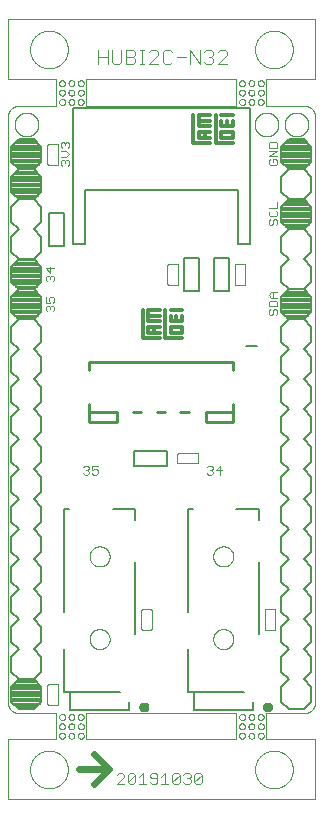
<source format=gto>
G75*
%MOIN*%
%OFA0B0*%
%FSLAX25Y25*%
%IPPOS*%
%LPD*%
%AMOC8*
5,1,8,0,0,1.08239X$1,22.5*
%
%ADD10C,0.00000*%
%ADD11C,0.00300*%
%ADD12C,0.00400*%
%ADD13C,0.02400*%
%ADD14C,0.00800*%
%ADD15C,0.01200*%
%ADD16C,0.00500*%
%ADD17C,0.01575*%
%ADD18C,0.00600*%
%ADD19C,0.01000*%
D10*
X0045625Y0001000D02*
X0045625Y0021000D01*
X0061875Y0021000D01*
X0061875Y0029750D01*
X0049375Y0029750D01*
X0049255Y0029752D01*
X0049135Y0029758D01*
X0049015Y0029767D01*
X0048895Y0029781D01*
X0048777Y0029798D01*
X0048658Y0029819D01*
X0048541Y0029844D01*
X0048424Y0029873D01*
X0048308Y0029905D01*
X0048193Y0029941D01*
X0048080Y0029981D01*
X0047968Y0030024D01*
X0047857Y0030071D01*
X0047748Y0030121D01*
X0047640Y0030175D01*
X0047535Y0030233D01*
X0047431Y0030293D01*
X0047329Y0030357D01*
X0047230Y0030424D01*
X0047132Y0030495D01*
X0047037Y0030568D01*
X0046944Y0030645D01*
X0046854Y0030724D01*
X0046766Y0030806D01*
X0046681Y0030891D01*
X0046599Y0030979D01*
X0046520Y0031069D01*
X0046443Y0031162D01*
X0046370Y0031257D01*
X0046299Y0031355D01*
X0046232Y0031454D01*
X0046168Y0031556D01*
X0046108Y0031660D01*
X0046050Y0031765D01*
X0045996Y0031873D01*
X0045946Y0031982D01*
X0045899Y0032093D01*
X0045856Y0032205D01*
X0045816Y0032318D01*
X0045780Y0032433D01*
X0045748Y0032549D01*
X0045719Y0032666D01*
X0045694Y0032783D01*
X0045673Y0032902D01*
X0045656Y0033020D01*
X0045642Y0033140D01*
X0045633Y0033260D01*
X0045627Y0033380D01*
X0045625Y0033500D01*
X0045625Y0228500D01*
X0045627Y0228620D01*
X0045633Y0228740D01*
X0045642Y0228860D01*
X0045656Y0228980D01*
X0045673Y0229098D01*
X0045694Y0229217D01*
X0045719Y0229334D01*
X0045748Y0229451D01*
X0045780Y0229567D01*
X0045816Y0229682D01*
X0045856Y0229795D01*
X0045899Y0229907D01*
X0045946Y0230018D01*
X0045996Y0230127D01*
X0046050Y0230235D01*
X0046108Y0230340D01*
X0046168Y0230444D01*
X0046232Y0230546D01*
X0046299Y0230645D01*
X0046370Y0230743D01*
X0046443Y0230838D01*
X0046520Y0230931D01*
X0046599Y0231021D01*
X0046681Y0231109D01*
X0046766Y0231194D01*
X0046854Y0231276D01*
X0046944Y0231355D01*
X0047037Y0231432D01*
X0047132Y0231505D01*
X0047230Y0231576D01*
X0047329Y0231643D01*
X0047431Y0231707D01*
X0047535Y0231767D01*
X0047640Y0231825D01*
X0047748Y0231879D01*
X0047857Y0231929D01*
X0047968Y0231976D01*
X0048080Y0232019D01*
X0048193Y0232059D01*
X0048308Y0232095D01*
X0048424Y0232127D01*
X0048541Y0232156D01*
X0048658Y0232181D01*
X0048777Y0232202D01*
X0048895Y0232219D01*
X0049015Y0232233D01*
X0049135Y0232242D01*
X0049255Y0232248D01*
X0049375Y0232250D01*
X0054375Y0232250D01*
X0061875Y0232250D01*
X0061875Y0241000D01*
X0045625Y0241000D01*
X0045625Y0261000D01*
X0148125Y0261000D01*
X0148125Y0241000D01*
X0131875Y0241000D01*
X0131875Y0232250D01*
X0139375Y0232250D01*
X0144375Y0232250D01*
X0144495Y0232248D01*
X0144615Y0232242D01*
X0144735Y0232233D01*
X0144855Y0232219D01*
X0144973Y0232202D01*
X0145092Y0232181D01*
X0145209Y0232156D01*
X0145326Y0232127D01*
X0145442Y0232095D01*
X0145557Y0232059D01*
X0145670Y0232019D01*
X0145782Y0231976D01*
X0145893Y0231929D01*
X0146002Y0231879D01*
X0146110Y0231825D01*
X0146215Y0231767D01*
X0146319Y0231707D01*
X0146421Y0231643D01*
X0146520Y0231576D01*
X0146618Y0231505D01*
X0146713Y0231432D01*
X0146806Y0231355D01*
X0146896Y0231276D01*
X0146984Y0231194D01*
X0147069Y0231109D01*
X0147151Y0231021D01*
X0147230Y0230931D01*
X0147307Y0230838D01*
X0147380Y0230743D01*
X0147451Y0230645D01*
X0147518Y0230546D01*
X0147582Y0230444D01*
X0147642Y0230340D01*
X0147700Y0230235D01*
X0147754Y0230127D01*
X0147804Y0230018D01*
X0147851Y0229907D01*
X0147894Y0229795D01*
X0147934Y0229682D01*
X0147970Y0229567D01*
X0148002Y0229451D01*
X0148031Y0229334D01*
X0148056Y0229217D01*
X0148077Y0229098D01*
X0148094Y0228980D01*
X0148108Y0228860D01*
X0148117Y0228740D01*
X0148123Y0228620D01*
X0148125Y0228500D01*
X0148125Y0033500D01*
X0148123Y0033380D01*
X0148117Y0033260D01*
X0148108Y0033140D01*
X0148094Y0033020D01*
X0148077Y0032902D01*
X0148056Y0032783D01*
X0148031Y0032666D01*
X0148002Y0032549D01*
X0147970Y0032433D01*
X0147934Y0032318D01*
X0147894Y0032205D01*
X0147851Y0032093D01*
X0147804Y0031982D01*
X0147754Y0031873D01*
X0147700Y0031765D01*
X0147642Y0031660D01*
X0147582Y0031556D01*
X0147518Y0031454D01*
X0147451Y0031355D01*
X0147380Y0031257D01*
X0147307Y0031162D01*
X0147230Y0031069D01*
X0147151Y0030979D01*
X0147069Y0030891D01*
X0146984Y0030806D01*
X0146896Y0030724D01*
X0146806Y0030645D01*
X0146713Y0030568D01*
X0146618Y0030495D01*
X0146520Y0030424D01*
X0146421Y0030357D01*
X0146319Y0030293D01*
X0146215Y0030233D01*
X0146110Y0030175D01*
X0146002Y0030121D01*
X0145893Y0030071D01*
X0145782Y0030024D01*
X0145670Y0029981D01*
X0145557Y0029941D01*
X0145442Y0029905D01*
X0145326Y0029873D01*
X0145209Y0029844D01*
X0145092Y0029819D01*
X0144973Y0029798D01*
X0144855Y0029781D01*
X0144735Y0029767D01*
X0144615Y0029758D01*
X0144495Y0029752D01*
X0144375Y0029750D01*
X0131875Y0029750D01*
X0131875Y0021000D01*
X0148125Y0021000D01*
X0148125Y0001000D01*
X0045625Y0001000D01*
X0053076Y0011000D02*
X0053078Y0011158D01*
X0053084Y0011316D01*
X0053094Y0011474D01*
X0053108Y0011632D01*
X0053126Y0011789D01*
X0053147Y0011946D01*
X0053173Y0012102D01*
X0053203Y0012258D01*
X0053236Y0012413D01*
X0053274Y0012566D01*
X0053315Y0012719D01*
X0053360Y0012871D01*
X0053409Y0013022D01*
X0053462Y0013171D01*
X0053518Y0013319D01*
X0053578Y0013465D01*
X0053642Y0013610D01*
X0053710Y0013753D01*
X0053781Y0013895D01*
X0053855Y0014035D01*
X0053933Y0014172D01*
X0054015Y0014308D01*
X0054099Y0014442D01*
X0054188Y0014573D01*
X0054279Y0014702D01*
X0054374Y0014829D01*
X0054471Y0014954D01*
X0054572Y0015076D01*
X0054676Y0015195D01*
X0054783Y0015312D01*
X0054893Y0015426D01*
X0055006Y0015537D01*
X0055121Y0015646D01*
X0055239Y0015751D01*
X0055360Y0015853D01*
X0055483Y0015953D01*
X0055609Y0016049D01*
X0055737Y0016142D01*
X0055867Y0016232D01*
X0056000Y0016318D01*
X0056135Y0016402D01*
X0056271Y0016481D01*
X0056410Y0016558D01*
X0056551Y0016630D01*
X0056693Y0016700D01*
X0056837Y0016765D01*
X0056983Y0016827D01*
X0057130Y0016885D01*
X0057279Y0016940D01*
X0057429Y0016991D01*
X0057580Y0017038D01*
X0057732Y0017081D01*
X0057885Y0017120D01*
X0058040Y0017156D01*
X0058195Y0017187D01*
X0058351Y0017215D01*
X0058507Y0017239D01*
X0058664Y0017259D01*
X0058822Y0017275D01*
X0058979Y0017287D01*
X0059138Y0017295D01*
X0059296Y0017299D01*
X0059454Y0017299D01*
X0059612Y0017295D01*
X0059771Y0017287D01*
X0059928Y0017275D01*
X0060086Y0017259D01*
X0060243Y0017239D01*
X0060399Y0017215D01*
X0060555Y0017187D01*
X0060710Y0017156D01*
X0060865Y0017120D01*
X0061018Y0017081D01*
X0061170Y0017038D01*
X0061321Y0016991D01*
X0061471Y0016940D01*
X0061620Y0016885D01*
X0061767Y0016827D01*
X0061913Y0016765D01*
X0062057Y0016700D01*
X0062199Y0016630D01*
X0062340Y0016558D01*
X0062479Y0016481D01*
X0062615Y0016402D01*
X0062750Y0016318D01*
X0062883Y0016232D01*
X0063013Y0016142D01*
X0063141Y0016049D01*
X0063267Y0015953D01*
X0063390Y0015853D01*
X0063511Y0015751D01*
X0063629Y0015646D01*
X0063744Y0015537D01*
X0063857Y0015426D01*
X0063967Y0015312D01*
X0064074Y0015195D01*
X0064178Y0015076D01*
X0064279Y0014954D01*
X0064376Y0014829D01*
X0064471Y0014702D01*
X0064562Y0014573D01*
X0064651Y0014442D01*
X0064735Y0014308D01*
X0064817Y0014172D01*
X0064895Y0014035D01*
X0064969Y0013895D01*
X0065040Y0013753D01*
X0065108Y0013610D01*
X0065172Y0013465D01*
X0065232Y0013319D01*
X0065288Y0013171D01*
X0065341Y0013022D01*
X0065390Y0012871D01*
X0065435Y0012719D01*
X0065476Y0012566D01*
X0065514Y0012413D01*
X0065547Y0012258D01*
X0065577Y0012102D01*
X0065603Y0011946D01*
X0065624Y0011789D01*
X0065642Y0011632D01*
X0065656Y0011474D01*
X0065666Y0011316D01*
X0065672Y0011158D01*
X0065674Y0011000D01*
X0065672Y0010842D01*
X0065666Y0010684D01*
X0065656Y0010526D01*
X0065642Y0010368D01*
X0065624Y0010211D01*
X0065603Y0010054D01*
X0065577Y0009898D01*
X0065547Y0009742D01*
X0065514Y0009587D01*
X0065476Y0009434D01*
X0065435Y0009281D01*
X0065390Y0009129D01*
X0065341Y0008978D01*
X0065288Y0008829D01*
X0065232Y0008681D01*
X0065172Y0008535D01*
X0065108Y0008390D01*
X0065040Y0008247D01*
X0064969Y0008105D01*
X0064895Y0007965D01*
X0064817Y0007828D01*
X0064735Y0007692D01*
X0064651Y0007558D01*
X0064562Y0007427D01*
X0064471Y0007298D01*
X0064376Y0007171D01*
X0064279Y0007046D01*
X0064178Y0006924D01*
X0064074Y0006805D01*
X0063967Y0006688D01*
X0063857Y0006574D01*
X0063744Y0006463D01*
X0063629Y0006354D01*
X0063511Y0006249D01*
X0063390Y0006147D01*
X0063267Y0006047D01*
X0063141Y0005951D01*
X0063013Y0005858D01*
X0062883Y0005768D01*
X0062750Y0005682D01*
X0062615Y0005598D01*
X0062479Y0005519D01*
X0062340Y0005442D01*
X0062199Y0005370D01*
X0062057Y0005300D01*
X0061913Y0005235D01*
X0061767Y0005173D01*
X0061620Y0005115D01*
X0061471Y0005060D01*
X0061321Y0005009D01*
X0061170Y0004962D01*
X0061018Y0004919D01*
X0060865Y0004880D01*
X0060710Y0004844D01*
X0060555Y0004813D01*
X0060399Y0004785D01*
X0060243Y0004761D01*
X0060086Y0004741D01*
X0059928Y0004725D01*
X0059771Y0004713D01*
X0059612Y0004705D01*
X0059454Y0004701D01*
X0059296Y0004701D01*
X0059138Y0004705D01*
X0058979Y0004713D01*
X0058822Y0004725D01*
X0058664Y0004741D01*
X0058507Y0004761D01*
X0058351Y0004785D01*
X0058195Y0004813D01*
X0058040Y0004844D01*
X0057885Y0004880D01*
X0057732Y0004919D01*
X0057580Y0004962D01*
X0057429Y0005009D01*
X0057279Y0005060D01*
X0057130Y0005115D01*
X0056983Y0005173D01*
X0056837Y0005235D01*
X0056693Y0005300D01*
X0056551Y0005370D01*
X0056410Y0005442D01*
X0056271Y0005519D01*
X0056135Y0005598D01*
X0056000Y0005682D01*
X0055867Y0005768D01*
X0055737Y0005858D01*
X0055609Y0005951D01*
X0055483Y0006047D01*
X0055360Y0006147D01*
X0055239Y0006249D01*
X0055121Y0006354D01*
X0055006Y0006463D01*
X0054893Y0006574D01*
X0054783Y0006688D01*
X0054676Y0006805D01*
X0054572Y0006924D01*
X0054471Y0007046D01*
X0054374Y0007171D01*
X0054279Y0007298D01*
X0054188Y0007427D01*
X0054099Y0007558D01*
X0054015Y0007692D01*
X0053933Y0007828D01*
X0053855Y0007965D01*
X0053781Y0008105D01*
X0053710Y0008247D01*
X0053642Y0008390D01*
X0053578Y0008535D01*
X0053518Y0008681D01*
X0053462Y0008829D01*
X0053409Y0008978D01*
X0053360Y0009129D01*
X0053315Y0009281D01*
X0053274Y0009434D01*
X0053236Y0009587D01*
X0053203Y0009742D01*
X0053173Y0009898D01*
X0053147Y0010054D01*
X0053126Y0010211D01*
X0053108Y0010368D01*
X0053094Y0010526D01*
X0053084Y0010684D01*
X0053078Y0010842D01*
X0053076Y0011000D01*
X0062766Y0022250D02*
X0062768Y0022312D01*
X0062774Y0022375D01*
X0062784Y0022436D01*
X0062798Y0022497D01*
X0062815Y0022557D01*
X0062836Y0022616D01*
X0062862Y0022673D01*
X0062890Y0022728D01*
X0062922Y0022782D01*
X0062958Y0022833D01*
X0062996Y0022883D01*
X0063038Y0022929D01*
X0063082Y0022973D01*
X0063130Y0023014D01*
X0063179Y0023052D01*
X0063231Y0023086D01*
X0063285Y0023117D01*
X0063341Y0023145D01*
X0063399Y0023169D01*
X0063458Y0023190D01*
X0063518Y0023206D01*
X0063579Y0023219D01*
X0063641Y0023228D01*
X0063703Y0023233D01*
X0063766Y0023234D01*
X0063828Y0023231D01*
X0063890Y0023224D01*
X0063952Y0023213D01*
X0064012Y0023198D01*
X0064072Y0023180D01*
X0064130Y0023158D01*
X0064187Y0023132D01*
X0064242Y0023102D01*
X0064295Y0023069D01*
X0064346Y0023033D01*
X0064394Y0022994D01*
X0064440Y0022951D01*
X0064483Y0022906D01*
X0064523Y0022858D01*
X0064560Y0022808D01*
X0064594Y0022755D01*
X0064625Y0022701D01*
X0064651Y0022645D01*
X0064675Y0022587D01*
X0064694Y0022527D01*
X0064710Y0022467D01*
X0064722Y0022405D01*
X0064730Y0022344D01*
X0064734Y0022281D01*
X0064734Y0022219D01*
X0064730Y0022156D01*
X0064722Y0022095D01*
X0064710Y0022033D01*
X0064694Y0021973D01*
X0064675Y0021913D01*
X0064651Y0021855D01*
X0064625Y0021799D01*
X0064594Y0021745D01*
X0064560Y0021692D01*
X0064523Y0021642D01*
X0064483Y0021594D01*
X0064440Y0021549D01*
X0064394Y0021506D01*
X0064346Y0021467D01*
X0064295Y0021431D01*
X0064242Y0021398D01*
X0064187Y0021368D01*
X0064130Y0021342D01*
X0064072Y0021320D01*
X0064012Y0021302D01*
X0063952Y0021287D01*
X0063890Y0021276D01*
X0063828Y0021269D01*
X0063766Y0021266D01*
X0063703Y0021267D01*
X0063641Y0021272D01*
X0063579Y0021281D01*
X0063518Y0021294D01*
X0063458Y0021310D01*
X0063399Y0021331D01*
X0063341Y0021355D01*
X0063285Y0021383D01*
X0063231Y0021414D01*
X0063179Y0021448D01*
X0063130Y0021486D01*
X0063082Y0021527D01*
X0063038Y0021571D01*
X0062996Y0021617D01*
X0062958Y0021667D01*
X0062922Y0021718D01*
X0062890Y0021772D01*
X0062862Y0021827D01*
X0062836Y0021884D01*
X0062815Y0021943D01*
X0062798Y0022003D01*
X0062784Y0022064D01*
X0062774Y0022125D01*
X0062768Y0022188D01*
X0062766Y0022250D01*
X0062766Y0025375D02*
X0062768Y0025437D01*
X0062774Y0025500D01*
X0062784Y0025561D01*
X0062798Y0025622D01*
X0062815Y0025682D01*
X0062836Y0025741D01*
X0062862Y0025798D01*
X0062890Y0025853D01*
X0062922Y0025907D01*
X0062958Y0025958D01*
X0062996Y0026008D01*
X0063038Y0026054D01*
X0063082Y0026098D01*
X0063130Y0026139D01*
X0063179Y0026177D01*
X0063231Y0026211D01*
X0063285Y0026242D01*
X0063341Y0026270D01*
X0063399Y0026294D01*
X0063458Y0026315D01*
X0063518Y0026331D01*
X0063579Y0026344D01*
X0063641Y0026353D01*
X0063703Y0026358D01*
X0063766Y0026359D01*
X0063828Y0026356D01*
X0063890Y0026349D01*
X0063952Y0026338D01*
X0064012Y0026323D01*
X0064072Y0026305D01*
X0064130Y0026283D01*
X0064187Y0026257D01*
X0064242Y0026227D01*
X0064295Y0026194D01*
X0064346Y0026158D01*
X0064394Y0026119D01*
X0064440Y0026076D01*
X0064483Y0026031D01*
X0064523Y0025983D01*
X0064560Y0025933D01*
X0064594Y0025880D01*
X0064625Y0025826D01*
X0064651Y0025770D01*
X0064675Y0025712D01*
X0064694Y0025652D01*
X0064710Y0025592D01*
X0064722Y0025530D01*
X0064730Y0025469D01*
X0064734Y0025406D01*
X0064734Y0025344D01*
X0064730Y0025281D01*
X0064722Y0025220D01*
X0064710Y0025158D01*
X0064694Y0025098D01*
X0064675Y0025038D01*
X0064651Y0024980D01*
X0064625Y0024924D01*
X0064594Y0024870D01*
X0064560Y0024817D01*
X0064523Y0024767D01*
X0064483Y0024719D01*
X0064440Y0024674D01*
X0064394Y0024631D01*
X0064346Y0024592D01*
X0064295Y0024556D01*
X0064242Y0024523D01*
X0064187Y0024493D01*
X0064130Y0024467D01*
X0064072Y0024445D01*
X0064012Y0024427D01*
X0063952Y0024412D01*
X0063890Y0024401D01*
X0063828Y0024394D01*
X0063766Y0024391D01*
X0063703Y0024392D01*
X0063641Y0024397D01*
X0063579Y0024406D01*
X0063518Y0024419D01*
X0063458Y0024435D01*
X0063399Y0024456D01*
X0063341Y0024480D01*
X0063285Y0024508D01*
X0063231Y0024539D01*
X0063179Y0024573D01*
X0063130Y0024611D01*
X0063082Y0024652D01*
X0063038Y0024696D01*
X0062996Y0024742D01*
X0062958Y0024792D01*
X0062922Y0024843D01*
X0062890Y0024897D01*
X0062862Y0024952D01*
X0062836Y0025009D01*
X0062815Y0025068D01*
X0062798Y0025128D01*
X0062784Y0025189D01*
X0062774Y0025250D01*
X0062768Y0025313D01*
X0062766Y0025375D01*
X0062766Y0028500D02*
X0062768Y0028562D01*
X0062774Y0028625D01*
X0062784Y0028686D01*
X0062798Y0028747D01*
X0062815Y0028807D01*
X0062836Y0028866D01*
X0062862Y0028923D01*
X0062890Y0028978D01*
X0062922Y0029032D01*
X0062958Y0029083D01*
X0062996Y0029133D01*
X0063038Y0029179D01*
X0063082Y0029223D01*
X0063130Y0029264D01*
X0063179Y0029302D01*
X0063231Y0029336D01*
X0063285Y0029367D01*
X0063341Y0029395D01*
X0063399Y0029419D01*
X0063458Y0029440D01*
X0063518Y0029456D01*
X0063579Y0029469D01*
X0063641Y0029478D01*
X0063703Y0029483D01*
X0063766Y0029484D01*
X0063828Y0029481D01*
X0063890Y0029474D01*
X0063952Y0029463D01*
X0064012Y0029448D01*
X0064072Y0029430D01*
X0064130Y0029408D01*
X0064187Y0029382D01*
X0064242Y0029352D01*
X0064295Y0029319D01*
X0064346Y0029283D01*
X0064394Y0029244D01*
X0064440Y0029201D01*
X0064483Y0029156D01*
X0064523Y0029108D01*
X0064560Y0029058D01*
X0064594Y0029005D01*
X0064625Y0028951D01*
X0064651Y0028895D01*
X0064675Y0028837D01*
X0064694Y0028777D01*
X0064710Y0028717D01*
X0064722Y0028655D01*
X0064730Y0028594D01*
X0064734Y0028531D01*
X0064734Y0028469D01*
X0064730Y0028406D01*
X0064722Y0028345D01*
X0064710Y0028283D01*
X0064694Y0028223D01*
X0064675Y0028163D01*
X0064651Y0028105D01*
X0064625Y0028049D01*
X0064594Y0027995D01*
X0064560Y0027942D01*
X0064523Y0027892D01*
X0064483Y0027844D01*
X0064440Y0027799D01*
X0064394Y0027756D01*
X0064346Y0027717D01*
X0064295Y0027681D01*
X0064242Y0027648D01*
X0064187Y0027618D01*
X0064130Y0027592D01*
X0064072Y0027570D01*
X0064012Y0027552D01*
X0063952Y0027537D01*
X0063890Y0027526D01*
X0063828Y0027519D01*
X0063766Y0027516D01*
X0063703Y0027517D01*
X0063641Y0027522D01*
X0063579Y0027531D01*
X0063518Y0027544D01*
X0063458Y0027560D01*
X0063399Y0027581D01*
X0063341Y0027605D01*
X0063285Y0027633D01*
X0063231Y0027664D01*
X0063179Y0027698D01*
X0063130Y0027736D01*
X0063082Y0027777D01*
X0063038Y0027821D01*
X0062996Y0027867D01*
X0062958Y0027917D01*
X0062922Y0027968D01*
X0062890Y0028022D01*
X0062862Y0028077D01*
X0062836Y0028134D01*
X0062815Y0028193D01*
X0062798Y0028253D01*
X0062784Y0028314D01*
X0062774Y0028375D01*
X0062768Y0028438D01*
X0062766Y0028500D01*
X0065891Y0028500D02*
X0065893Y0028562D01*
X0065899Y0028625D01*
X0065909Y0028686D01*
X0065923Y0028747D01*
X0065940Y0028807D01*
X0065961Y0028866D01*
X0065987Y0028923D01*
X0066015Y0028978D01*
X0066047Y0029032D01*
X0066083Y0029083D01*
X0066121Y0029133D01*
X0066163Y0029179D01*
X0066207Y0029223D01*
X0066255Y0029264D01*
X0066304Y0029302D01*
X0066356Y0029336D01*
X0066410Y0029367D01*
X0066466Y0029395D01*
X0066524Y0029419D01*
X0066583Y0029440D01*
X0066643Y0029456D01*
X0066704Y0029469D01*
X0066766Y0029478D01*
X0066828Y0029483D01*
X0066891Y0029484D01*
X0066953Y0029481D01*
X0067015Y0029474D01*
X0067077Y0029463D01*
X0067137Y0029448D01*
X0067197Y0029430D01*
X0067255Y0029408D01*
X0067312Y0029382D01*
X0067367Y0029352D01*
X0067420Y0029319D01*
X0067471Y0029283D01*
X0067519Y0029244D01*
X0067565Y0029201D01*
X0067608Y0029156D01*
X0067648Y0029108D01*
X0067685Y0029058D01*
X0067719Y0029005D01*
X0067750Y0028951D01*
X0067776Y0028895D01*
X0067800Y0028837D01*
X0067819Y0028777D01*
X0067835Y0028717D01*
X0067847Y0028655D01*
X0067855Y0028594D01*
X0067859Y0028531D01*
X0067859Y0028469D01*
X0067855Y0028406D01*
X0067847Y0028345D01*
X0067835Y0028283D01*
X0067819Y0028223D01*
X0067800Y0028163D01*
X0067776Y0028105D01*
X0067750Y0028049D01*
X0067719Y0027995D01*
X0067685Y0027942D01*
X0067648Y0027892D01*
X0067608Y0027844D01*
X0067565Y0027799D01*
X0067519Y0027756D01*
X0067471Y0027717D01*
X0067420Y0027681D01*
X0067367Y0027648D01*
X0067312Y0027618D01*
X0067255Y0027592D01*
X0067197Y0027570D01*
X0067137Y0027552D01*
X0067077Y0027537D01*
X0067015Y0027526D01*
X0066953Y0027519D01*
X0066891Y0027516D01*
X0066828Y0027517D01*
X0066766Y0027522D01*
X0066704Y0027531D01*
X0066643Y0027544D01*
X0066583Y0027560D01*
X0066524Y0027581D01*
X0066466Y0027605D01*
X0066410Y0027633D01*
X0066356Y0027664D01*
X0066304Y0027698D01*
X0066255Y0027736D01*
X0066207Y0027777D01*
X0066163Y0027821D01*
X0066121Y0027867D01*
X0066083Y0027917D01*
X0066047Y0027968D01*
X0066015Y0028022D01*
X0065987Y0028077D01*
X0065961Y0028134D01*
X0065940Y0028193D01*
X0065923Y0028253D01*
X0065909Y0028314D01*
X0065899Y0028375D01*
X0065893Y0028438D01*
X0065891Y0028500D01*
X0065891Y0025375D02*
X0065893Y0025437D01*
X0065899Y0025500D01*
X0065909Y0025561D01*
X0065923Y0025622D01*
X0065940Y0025682D01*
X0065961Y0025741D01*
X0065987Y0025798D01*
X0066015Y0025853D01*
X0066047Y0025907D01*
X0066083Y0025958D01*
X0066121Y0026008D01*
X0066163Y0026054D01*
X0066207Y0026098D01*
X0066255Y0026139D01*
X0066304Y0026177D01*
X0066356Y0026211D01*
X0066410Y0026242D01*
X0066466Y0026270D01*
X0066524Y0026294D01*
X0066583Y0026315D01*
X0066643Y0026331D01*
X0066704Y0026344D01*
X0066766Y0026353D01*
X0066828Y0026358D01*
X0066891Y0026359D01*
X0066953Y0026356D01*
X0067015Y0026349D01*
X0067077Y0026338D01*
X0067137Y0026323D01*
X0067197Y0026305D01*
X0067255Y0026283D01*
X0067312Y0026257D01*
X0067367Y0026227D01*
X0067420Y0026194D01*
X0067471Y0026158D01*
X0067519Y0026119D01*
X0067565Y0026076D01*
X0067608Y0026031D01*
X0067648Y0025983D01*
X0067685Y0025933D01*
X0067719Y0025880D01*
X0067750Y0025826D01*
X0067776Y0025770D01*
X0067800Y0025712D01*
X0067819Y0025652D01*
X0067835Y0025592D01*
X0067847Y0025530D01*
X0067855Y0025469D01*
X0067859Y0025406D01*
X0067859Y0025344D01*
X0067855Y0025281D01*
X0067847Y0025220D01*
X0067835Y0025158D01*
X0067819Y0025098D01*
X0067800Y0025038D01*
X0067776Y0024980D01*
X0067750Y0024924D01*
X0067719Y0024870D01*
X0067685Y0024817D01*
X0067648Y0024767D01*
X0067608Y0024719D01*
X0067565Y0024674D01*
X0067519Y0024631D01*
X0067471Y0024592D01*
X0067420Y0024556D01*
X0067367Y0024523D01*
X0067312Y0024493D01*
X0067255Y0024467D01*
X0067197Y0024445D01*
X0067137Y0024427D01*
X0067077Y0024412D01*
X0067015Y0024401D01*
X0066953Y0024394D01*
X0066891Y0024391D01*
X0066828Y0024392D01*
X0066766Y0024397D01*
X0066704Y0024406D01*
X0066643Y0024419D01*
X0066583Y0024435D01*
X0066524Y0024456D01*
X0066466Y0024480D01*
X0066410Y0024508D01*
X0066356Y0024539D01*
X0066304Y0024573D01*
X0066255Y0024611D01*
X0066207Y0024652D01*
X0066163Y0024696D01*
X0066121Y0024742D01*
X0066083Y0024792D01*
X0066047Y0024843D01*
X0066015Y0024897D01*
X0065987Y0024952D01*
X0065961Y0025009D01*
X0065940Y0025068D01*
X0065923Y0025128D01*
X0065909Y0025189D01*
X0065899Y0025250D01*
X0065893Y0025313D01*
X0065891Y0025375D01*
X0065891Y0022250D02*
X0065893Y0022312D01*
X0065899Y0022375D01*
X0065909Y0022436D01*
X0065923Y0022497D01*
X0065940Y0022557D01*
X0065961Y0022616D01*
X0065987Y0022673D01*
X0066015Y0022728D01*
X0066047Y0022782D01*
X0066083Y0022833D01*
X0066121Y0022883D01*
X0066163Y0022929D01*
X0066207Y0022973D01*
X0066255Y0023014D01*
X0066304Y0023052D01*
X0066356Y0023086D01*
X0066410Y0023117D01*
X0066466Y0023145D01*
X0066524Y0023169D01*
X0066583Y0023190D01*
X0066643Y0023206D01*
X0066704Y0023219D01*
X0066766Y0023228D01*
X0066828Y0023233D01*
X0066891Y0023234D01*
X0066953Y0023231D01*
X0067015Y0023224D01*
X0067077Y0023213D01*
X0067137Y0023198D01*
X0067197Y0023180D01*
X0067255Y0023158D01*
X0067312Y0023132D01*
X0067367Y0023102D01*
X0067420Y0023069D01*
X0067471Y0023033D01*
X0067519Y0022994D01*
X0067565Y0022951D01*
X0067608Y0022906D01*
X0067648Y0022858D01*
X0067685Y0022808D01*
X0067719Y0022755D01*
X0067750Y0022701D01*
X0067776Y0022645D01*
X0067800Y0022587D01*
X0067819Y0022527D01*
X0067835Y0022467D01*
X0067847Y0022405D01*
X0067855Y0022344D01*
X0067859Y0022281D01*
X0067859Y0022219D01*
X0067855Y0022156D01*
X0067847Y0022095D01*
X0067835Y0022033D01*
X0067819Y0021973D01*
X0067800Y0021913D01*
X0067776Y0021855D01*
X0067750Y0021799D01*
X0067719Y0021745D01*
X0067685Y0021692D01*
X0067648Y0021642D01*
X0067608Y0021594D01*
X0067565Y0021549D01*
X0067519Y0021506D01*
X0067471Y0021467D01*
X0067420Y0021431D01*
X0067367Y0021398D01*
X0067312Y0021368D01*
X0067255Y0021342D01*
X0067197Y0021320D01*
X0067137Y0021302D01*
X0067077Y0021287D01*
X0067015Y0021276D01*
X0066953Y0021269D01*
X0066891Y0021266D01*
X0066828Y0021267D01*
X0066766Y0021272D01*
X0066704Y0021281D01*
X0066643Y0021294D01*
X0066583Y0021310D01*
X0066524Y0021331D01*
X0066466Y0021355D01*
X0066410Y0021383D01*
X0066356Y0021414D01*
X0066304Y0021448D01*
X0066255Y0021486D01*
X0066207Y0021527D01*
X0066163Y0021571D01*
X0066121Y0021617D01*
X0066083Y0021667D01*
X0066047Y0021718D01*
X0066015Y0021772D01*
X0065987Y0021827D01*
X0065961Y0021884D01*
X0065940Y0021943D01*
X0065923Y0022003D01*
X0065909Y0022064D01*
X0065899Y0022125D01*
X0065893Y0022188D01*
X0065891Y0022250D01*
X0069016Y0022250D02*
X0069018Y0022312D01*
X0069024Y0022375D01*
X0069034Y0022436D01*
X0069048Y0022497D01*
X0069065Y0022557D01*
X0069086Y0022616D01*
X0069112Y0022673D01*
X0069140Y0022728D01*
X0069172Y0022782D01*
X0069208Y0022833D01*
X0069246Y0022883D01*
X0069288Y0022929D01*
X0069332Y0022973D01*
X0069380Y0023014D01*
X0069429Y0023052D01*
X0069481Y0023086D01*
X0069535Y0023117D01*
X0069591Y0023145D01*
X0069649Y0023169D01*
X0069708Y0023190D01*
X0069768Y0023206D01*
X0069829Y0023219D01*
X0069891Y0023228D01*
X0069953Y0023233D01*
X0070016Y0023234D01*
X0070078Y0023231D01*
X0070140Y0023224D01*
X0070202Y0023213D01*
X0070262Y0023198D01*
X0070322Y0023180D01*
X0070380Y0023158D01*
X0070437Y0023132D01*
X0070492Y0023102D01*
X0070545Y0023069D01*
X0070596Y0023033D01*
X0070644Y0022994D01*
X0070690Y0022951D01*
X0070733Y0022906D01*
X0070773Y0022858D01*
X0070810Y0022808D01*
X0070844Y0022755D01*
X0070875Y0022701D01*
X0070901Y0022645D01*
X0070925Y0022587D01*
X0070944Y0022527D01*
X0070960Y0022467D01*
X0070972Y0022405D01*
X0070980Y0022344D01*
X0070984Y0022281D01*
X0070984Y0022219D01*
X0070980Y0022156D01*
X0070972Y0022095D01*
X0070960Y0022033D01*
X0070944Y0021973D01*
X0070925Y0021913D01*
X0070901Y0021855D01*
X0070875Y0021799D01*
X0070844Y0021745D01*
X0070810Y0021692D01*
X0070773Y0021642D01*
X0070733Y0021594D01*
X0070690Y0021549D01*
X0070644Y0021506D01*
X0070596Y0021467D01*
X0070545Y0021431D01*
X0070492Y0021398D01*
X0070437Y0021368D01*
X0070380Y0021342D01*
X0070322Y0021320D01*
X0070262Y0021302D01*
X0070202Y0021287D01*
X0070140Y0021276D01*
X0070078Y0021269D01*
X0070016Y0021266D01*
X0069953Y0021267D01*
X0069891Y0021272D01*
X0069829Y0021281D01*
X0069768Y0021294D01*
X0069708Y0021310D01*
X0069649Y0021331D01*
X0069591Y0021355D01*
X0069535Y0021383D01*
X0069481Y0021414D01*
X0069429Y0021448D01*
X0069380Y0021486D01*
X0069332Y0021527D01*
X0069288Y0021571D01*
X0069246Y0021617D01*
X0069208Y0021667D01*
X0069172Y0021718D01*
X0069140Y0021772D01*
X0069112Y0021827D01*
X0069086Y0021884D01*
X0069065Y0021943D01*
X0069048Y0022003D01*
X0069034Y0022064D01*
X0069024Y0022125D01*
X0069018Y0022188D01*
X0069016Y0022250D01*
X0069016Y0025375D02*
X0069018Y0025437D01*
X0069024Y0025500D01*
X0069034Y0025561D01*
X0069048Y0025622D01*
X0069065Y0025682D01*
X0069086Y0025741D01*
X0069112Y0025798D01*
X0069140Y0025853D01*
X0069172Y0025907D01*
X0069208Y0025958D01*
X0069246Y0026008D01*
X0069288Y0026054D01*
X0069332Y0026098D01*
X0069380Y0026139D01*
X0069429Y0026177D01*
X0069481Y0026211D01*
X0069535Y0026242D01*
X0069591Y0026270D01*
X0069649Y0026294D01*
X0069708Y0026315D01*
X0069768Y0026331D01*
X0069829Y0026344D01*
X0069891Y0026353D01*
X0069953Y0026358D01*
X0070016Y0026359D01*
X0070078Y0026356D01*
X0070140Y0026349D01*
X0070202Y0026338D01*
X0070262Y0026323D01*
X0070322Y0026305D01*
X0070380Y0026283D01*
X0070437Y0026257D01*
X0070492Y0026227D01*
X0070545Y0026194D01*
X0070596Y0026158D01*
X0070644Y0026119D01*
X0070690Y0026076D01*
X0070733Y0026031D01*
X0070773Y0025983D01*
X0070810Y0025933D01*
X0070844Y0025880D01*
X0070875Y0025826D01*
X0070901Y0025770D01*
X0070925Y0025712D01*
X0070944Y0025652D01*
X0070960Y0025592D01*
X0070972Y0025530D01*
X0070980Y0025469D01*
X0070984Y0025406D01*
X0070984Y0025344D01*
X0070980Y0025281D01*
X0070972Y0025220D01*
X0070960Y0025158D01*
X0070944Y0025098D01*
X0070925Y0025038D01*
X0070901Y0024980D01*
X0070875Y0024924D01*
X0070844Y0024870D01*
X0070810Y0024817D01*
X0070773Y0024767D01*
X0070733Y0024719D01*
X0070690Y0024674D01*
X0070644Y0024631D01*
X0070596Y0024592D01*
X0070545Y0024556D01*
X0070492Y0024523D01*
X0070437Y0024493D01*
X0070380Y0024467D01*
X0070322Y0024445D01*
X0070262Y0024427D01*
X0070202Y0024412D01*
X0070140Y0024401D01*
X0070078Y0024394D01*
X0070016Y0024391D01*
X0069953Y0024392D01*
X0069891Y0024397D01*
X0069829Y0024406D01*
X0069768Y0024419D01*
X0069708Y0024435D01*
X0069649Y0024456D01*
X0069591Y0024480D01*
X0069535Y0024508D01*
X0069481Y0024539D01*
X0069429Y0024573D01*
X0069380Y0024611D01*
X0069332Y0024652D01*
X0069288Y0024696D01*
X0069246Y0024742D01*
X0069208Y0024792D01*
X0069172Y0024843D01*
X0069140Y0024897D01*
X0069112Y0024952D01*
X0069086Y0025009D01*
X0069065Y0025068D01*
X0069048Y0025128D01*
X0069034Y0025189D01*
X0069024Y0025250D01*
X0069018Y0025313D01*
X0069016Y0025375D01*
X0069016Y0028500D02*
X0069018Y0028562D01*
X0069024Y0028625D01*
X0069034Y0028686D01*
X0069048Y0028747D01*
X0069065Y0028807D01*
X0069086Y0028866D01*
X0069112Y0028923D01*
X0069140Y0028978D01*
X0069172Y0029032D01*
X0069208Y0029083D01*
X0069246Y0029133D01*
X0069288Y0029179D01*
X0069332Y0029223D01*
X0069380Y0029264D01*
X0069429Y0029302D01*
X0069481Y0029336D01*
X0069535Y0029367D01*
X0069591Y0029395D01*
X0069649Y0029419D01*
X0069708Y0029440D01*
X0069768Y0029456D01*
X0069829Y0029469D01*
X0069891Y0029478D01*
X0069953Y0029483D01*
X0070016Y0029484D01*
X0070078Y0029481D01*
X0070140Y0029474D01*
X0070202Y0029463D01*
X0070262Y0029448D01*
X0070322Y0029430D01*
X0070380Y0029408D01*
X0070437Y0029382D01*
X0070492Y0029352D01*
X0070545Y0029319D01*
X0070596Y0029283D01*
X0070644Y0029244D01*
X0070690Y0029201D01*
X0070733Y0029156D01*
X0070773Y0029108D01*
X0070810Y0029058D01*
X0070844Y0029005D01*
X0070875Y0028951D01*
X0070901Y0028895D01*
X0070925Y0028837D01*
X0070944Y0028777D01*
X0070960Y0028717D01*
X0070972Y0028655D01*
X0070980Y0028594D01*
X0070984Y0028531D01*
X0070984Y0028469D01*
X0070980Y0028406D01*
X0070972Y0028345D01*
X0070960Y0028283D01*
X0070944Y0028223D01*
X0070925Y0028163D01*
X0070901Y0028105D01*
X0070875Y0028049D01*
X0070844Y0027995D01*
X0070810Y0027942D01*
X0070773Y0027892D01*
X0070733Y0027844D01*
X0070690Y0027799D01*
X0070644Y0027756D01*
X0070596Y0027717D01*
X0070545Y0027681D01*
X0070492Y0027648D01*
X0070437Y0027618D01*
X0070380Y0027592D01*
X0070322Y0027570D01*
X0070262Y0027552D01*
X0070202Y0027537D01*
X0070140Y0027526D01*
X0070078Y0027519D01*
X0070016Y0027516D01*
X0069953Y0027517D01*
X0069891Y0027522D01*
X0069829Y0027531D01*
X0069768Y0027544D01*
X0069708Y0027560D01*
X0069649Y0027581D01*
X0069591Y0027605D01*
X0069535Y0027633D01*
X0069481Y0027664D01*
X0069429Y0027698D01*
X0069380Y0027736D01*
X0069332Y0027777D01*
X0069288Y0027821D01*
X0069246Y0027867D01*
X0069208Y0027917D01*
X0069172Y0027968D01*
X0069140Y0028022D01*
X0069112Y0028077D01*
X0069086Y0028134D01*
X0069065Y0028193D01*
X0069048Y0028253D01*
X0069034Y0028314D01*
X0069024Y0028375D01*
X0069018Y0028438D01*
X0069016Y0028500D01*
X0071875Y0029750D02*
X0071875Y0021000D01*
X0121875Y0021000D01*
X0121875Y0029750D01*
X0071875Y0029750D01*
X0072904Y0054455D02*
X0072906Y0054570D01*
X0072912Y0054686D01*
X0072922Y0054801D01*
X0072936Y0054916D01*
X0072954Y0055030D01*
X0072976Y0055143D01*
X0073001Y0055256D01*
X0073031Y0055367D01*
X0073064Y0055478D01*
X0073101Y0055587D01*
X0073142Y0055695D01*
X0073187Y0055802D01*
X0073235Y0055907D01*
X0073287Y0056010D01*
X0073343Y0056111D01*
X0073402Y0056211D01*
X0073464Y0056308D01*
X0073530Y0056403D01*
X0073598Y0056496D01*
X0073670Y0056586D01*
X0073745Y0056674D01*
X0073824Y0056759D01*
X0073905Y0056841D01*
X0073988Y0056921D01*
X0074075Y0056997D01*
X0074164Y0057071D01*
X0074255Y0057141D01*
X0074349Y0057209D01*
X0074445Y0057273D01*
X0074544Y0057333D01*
X0074644Y0057390D01*
X0074746Y0057444D01*
X0074850Y0057494D01*
X0074956Y0057541D01*
X0075063Y0057584D01*
X0075172Y0057623D01*
X0075282Y0057658D01*
X0075393Y0057689D01*
X0075505Y0057717D01*
X0075618Y0057741D01*
X0075732Y0057761D01*
X0075847Y0057777D01*
X0075962Y0057789D01*
X0076077Y0057797D01*
X0076192Y0057801D01*
X0076308Y0057801D01*
X0076423Y0057797D01*
X0076538Y0057789D01*
X0076653Y0057777D01*
X0076768Y0057761D01*
X0076882Y0057741D01*
X0076995Y0057717D01*
X0077107Y0057689D01*
X0077218Y0057658D01*
X0077328Y0057623D01*
X0077437Y0057584D01*
X0077544Y0057541D01*
X0077650Y0057494D01*
X0077754Y0057444D01*
X0077856Y0057390D01*
X0077956Y0057333D01*
X0078055Y0057273D01*
X0078151Y0057209D01*
X0078245Y0057141D01*
X0078336Y0057071D01*
X0078425Y0056997D01*
X0078512Y0056921D01*
X0078595Y0056841D01*
X0078676Y0056759D01*
X0078755Y0056674D01*
X0078830Y0056586D01*
X0078902Y0056496D01*
X0078970Y0056403D01*
X0079036Y0056308D01*
X0079098Y0056211D01*
X0079157Y0056111D01*
X0079213Y0056010D01*
X0079265Y0055907D01*
X0079313Y0055802D01*
X0079358Y0055695D01*
X0079399Y0055587D01*
X0079436Y0055478D01*
X0079469Y0055367D01*
X0079499Y0055256D01*
X0079524Y0055143D01*
X0079546Y0055030D01*
X0079564Y0054916D01*
X0079578Y0054801D01*
X0079588Y0054686D01*
X0079594Y0054570D01*
X0079596Y0054455D01*
X0079594Y0054340D01*
X0079588Y0054224D01*
X0079578Y0054109D01*
X0079564Y0053994D01*
X0079546Y0053880D01*
X0079524Y0053767D01*
X0079499Y0053654D01*
X0079469Y0053543D01*
X0079436Y0053432D01*
X0079399Y0053323D01*
X0079358Y0053215D01*
X0079313Y0053108D01*
X0079265Y0053003D01*
X0079213Y0052900D01*
X0079157Y0052799D01*
X0079098Y0052699D01*
X0079036Y0052602D01*
X0078970Y0052507D01*
X0078902Y0052414D01*
X0078830Y0052324D01*
X0078755Y0052236D01*
X0078676Y0052151D01*
X0078595Y0052069D01*
X0078512Y0051989D01*
X0078425Y0051913D01*
X0078336Y0051839D01*
X0078245Y0051769D01*
X0078151Y0051701D01*
X0078055Y0051637D01*
X0077956Y0051577D01*
X0077856Y0051520D01*
X0077754Y0051466D01*
X0077650Y0051416D01*
X0077544Y0051369D01*
X0077437Y0051326D01*
X0077328Y0051287D01*
X0077218Y0051252D01*
X0077107Y0051221D01*
X0076995Y0051193D01*
X0076882Y0051169D01*
X0076768Y0051149D01*
X0076653Y0051133D01*
X0076538Y0051121D01*
X0076423Y0051113D01*
X0076308Y0051109D01*
X0076192Y0051109D01*
X0076077Y0051113D01*
X0075962Y0051121D01*
X0075847Y0051133D01*
X0075732Y0051149D01*
X0075618Y0051169D01*
X0075505Y0051193D01*
X0075393Y0051221D01*
X0075282Y0051252D01*
X0075172Y0051287D01*
X0075063Y0051326D01*
X0074956Y0051369D01*
X0074850Y0051416D01*
X0074746Y0051466D01*
X0074644Y0051520D01*
X0074544Y0051577D01*
X0074445Y0051637D01*
X0074349Y0051701D01*
X0074255Y0051769D01*
X0074164Y0051839D01*
X0074075Y0051913D01*
X0073988Y0051989D01*
X0073905Y0052069D01*
X0073824Y0052151D01*
X0073745Y0052236D01*
X0073670Y0052324D01*
X0073598Y0052414D01*
X0073530Y0052507D01*
X0073464Y0052602D01*
X0073402Y0052699D01*
X0073343Y0052799D01*
X0073287Y0052900D01*
X0073235Y0053003D01*
X0073187Y0053108D01*
X0073142Y0053215D01*
X0073101Y0053323D01*
X0073064Y0053432D01*
X0073031Y0053543D01*
X0073001Y0053654D01*
X0072976Y0053767D01*
X0072954Y0053880D01*
X0072936Y0053994D01*
X0072922Y0054109D01*
X0072912Y0054224D01*
X0072906Y0054340D01*
X0072904Y0054455D01*
X0072904Y0082014D02*
X0072906Y0082129D01*
X0072912Y0082245D01*
X0072922Y0082360D01*
X0072936Y0082475D01*
X0072954Y0082589D01*
X0072976Y0082702D01*
X0073001Y0082815D01*
X0073031Y0082926D01*
X0073064Y0083037D01*
X0073101Y0083146D01*
X0073142Y0083254D01*
X0073187Y0083361D01*
X0073235Y0083466D01*
X0073287Y0083569D01*
X0073343Y0083670D01*
X0073402Y0083770D01*
X0073464Y0083867D01*
X0073530Y0083962D01*
X0073598Y0084055D01*
X0073670Y0084145D01*
X0073745Y0084233D01*
X0073824Y0084318D01*
X0073905Y0084400D01*
X0073988Y0084480D01*
X0074075Y0084556D01*
X0074164Y0084630D01*
X0074255Y0084700D01*
X0074349Y0084768D01*
X0074445Y0084832D01*
X0074544Y0084892D01*
X0074644Y0084949D01*
X0074746Y0085003D01*
X0074850Y0085053D01*
X0074956Y0085100D01*
X0075063Y0085143D01*
X0075172Y0085182D01*
X0075282Y0085217D01*
X0075393Y0085248D01*
X0075505Y0085276D01*
X0075618Y0085300D01*
X0075732Y0085320D01*
X0075847Y0085336D01*
X0075962Y0085348D01*
X0076077Y0085356D01*
X0076192Y0085360D01*
X0076308Y0085360D01*
X0076423Y0085356D01*
X0076538Y0085348D01*
X0076653Y0085336D01*
X0076768Y0085320D01*
X0076882Y0085300D01*
X0076995Y0085276D01*
X0077107Y0085248D01*
X0077218Y0085217D01*
X0077328Y0085182D01*
X0077437Y0085143D01*
X0077544Y0085100D01*
X0077650Y0085053D01*
X0077754Y0085003D01*
X0077856Y0084949D01*
X0077956Y0084892D01*
X0078055Y0084832D01*
X0078151Y0084768D01*
X0078245Y0084700D01*
X0078336Y0084630D01*
X0078425Y0084556D01*
X0078512Y0084480D01*
X0078595Y0084400D01*
X0078676Y0084318D01*
X0078755Y0084233D01*
X0078830Y0084145D01*
X0078902Y0084055D01*
X0078970Y0083962D01*
X0079036Y0083867D01*
X0079098Y0083770D01*
X0079157Y0083670D01*
X0079213Y0083569D01*
X0079265Y0083466D01*
X0079313Y0083361D01*
X0079358Y0083254D01*
X0079399Y0083146D01*
X0079436Y0083037D01*
X0079469Y0082926D01*
X0079499Y0082815D01*
X0079524Y0082702D01*
X0079546Y0082589D01*
X0079564Y0082475D01*
X0079578Y0082360D01*
X0079588Y0082245D01*
X0079594Y0082129D01*
X0079596Y0082014D01*
X0079594Y0081899D01*
X0079588Y0081783D01*
X0079578Y0081668D01*
X0079564Y0081553D01*
X0079546Y0081439D01*
X0079524Y0081326D01*
X0079499Y0081213D01*
X0079469Y0081102D01*
X0079436Y0080991D01*
X0079399Y0080882D01*
X0079358Y0080774D01*
X0079313Y0080667D01*
X0079265Y0080562D01*
X0079213Y0080459D01*
X0079157Y0080358D01*
X0079098Y0080258D01*
X0079036Y0080161D01*
X0078970Y0080066D01*
X0078902Y0079973D01*
X0078830Y0079883D01*
X0078755Y0079795D01*
X0078676Y0079710D01*
X0078595Y0079628D01*
X0078512Y0079548D01*
X0078425Y0079472D01*
X0078336Y0079398D01*
X0078245Y0079328D01*
X0078151Y0079260D01*
X0078055Y0079196D01*
X0077956Y0079136D01*
X0077856Y0079079D01*
X0077754Y0079025D01*
X0077650Y0078975D01*
X0077544Y0078928D01*
X0077437Y0078885D01*
X0077328Y0078846D01*
X0077218Y0078811D01*
X0077107Y0078780D01*
X0076995Y0078752D01*
X0076882Y0078728D01*
X0076768Y0078708D01*
X0076653Y0078692D01*
X0076538Y0078680D01*
X0076423Y0078672D01*
X0076308Y0078668D01*
X0076192Y0078668D01*
X0076077Y0078672D01*
X0075962Y0078680D01*
X0075847Y0078692D01*
X0075732Y0078708D01*
X0075618Y0078728D01*
X0075505Y0078752D01*
X0075393Y0078780D01*
X0075282Y0078811D01*
X0075172Y0078846D01*
X0075063Y0078885D01*
X0074956Y0078928D01*
X0074850Y0078975D01*
X0074746Y0079025D01*
X0074644Y0079079D01*
X0074544Y0079136D01*
X0074445Y0079196D01*
X0074349Y0079260D01*
X0074255Y0079328D01*
X0074164Y0079398D01*
X0074075Y0079472D01*
X0073988Y0079548D01*
X0073905Y0079628D01*
X0073824Y0079710D01*
X0073745Y0079795D01*
X0073670Y0079883D01*
X0073598Y0079973D01*
X0073530Y0080066D01*
X0073464Y0080161D01*
X0073402Y0080258D01*
X0073343Y0080358D01*
X0073287Y0080459D01*
X0073235Y0080562D01*
X0073187Y0080667D01*
X0073142Y0080774D01*
X0073101Y0080882D01*
X0073064Y0080991D01*
X0073031Y0081102D01*
X0073001Y0081213D01*
X0072976Y0081326D01*
X0072954Y0081439D01*
X0072936Y0081553D01*
X0072922Y0081668D01*
X0072912Y0081783D01*
X0072906Y0081899D01*
X0072904Y0082014D01*
X0114154Y0082014D02*
X0114156Y0082129D01*
X0114162Y0082245D01*
X0114172Y0082360D01*
X0114186Y0082475D01*
X0114204Y0082589D01*
X0114226Y0082702D01*
X0114251Y0082815D01*
X0114281Y0082926D01*
X0114314Y0083037D01*
X0114351Y0083146D01*
X0114392Y0083254D01*
X0114437Y0083361D01*
X0114485Y0083466D01*
X0114537Y0083569D01*
X0114593Y0083670D01*
X0114652Y0083770D01*
X0114714Y0083867D01*
X0114780Y0083962D01*
X0114848Y0084055D01*
X0114920Y0084145D01*
X0114995Y0084233D01*
X0115074Y0084318D01*
X0115155Y0084400D01*
X0115238Y0084480D01*
X0115325Y0084556D01*
X0115414Y0084630D01*
X0115505Y0084700D01*
X0115599Y0084768D01*
X0115695Y0084832D01*
X0115794Y0084892D01*
X0115894Y0084949D01*
X0115996Y0085003D01*
X0116100Y0085053D01*
X0116206Y0085100D01*
X0116313Y0085143D01*
X0116422Y0085182D01*
X0116532Y0085217D01*
X0116643Y0085248D01*
X0116755Y0085276D01*
X0116868Y0085300D01*
X0116982Y0085320D01*
X0117097Y0085336D01*
X0117212Y0085348D01*
X0117327Y0085356D01*
X0117442Y0085360D01*
X0117558Y0085360D01*
X0117673Y0085356D01*
X0117788Y0085348D01*
X0117903Y0085336D01*
X0118018Y0085320D01*
X0118132Y0085300D01*
X0118245Y0085276D01*
X0118357Y0085248D01*
X0118468Y0085217D01*
X0118578Y0085182D01*
X0118687Y0085143D01*
X0118794Y0085100D01*
X0118900Y0085053D01*
X0119004Y0085003D01*
X0119106Y0084949D01*
X0119206Y0084892D01*
X0119305Y0084832D01*
X0119401Y0084768D01*
X0119495Y0084700D01*
X0119586Y0084630D01*
X0119675Y0084556D01*
X0119762Y0084480D01*
X0119845Y0084400D01*
X0119926Y0084318D01*
X0120005Y0084233D01*
X0120080Y0084145D01*
X0120152Y0084055D01*
X0120220Y0083962D01*
X0120286Y0083867D01*
X0120348Y0083770D01*
X0120407Y0083670D01*
X0120463Y0083569D01*
X0120515Y0083466D01*
X0120563Y0083361D01*
X0120608Y0083254D01*
X0120649Y0083146D01*
X0120686Y0083037D01*
X0120719Y0082926D01*
X0120749Y0082815D01*
X0120774Y0082702D01*
X0120796Y0082589D01*
X0120814Y0082475D01*
X0120828Y0082360D01*
X0120838Y0082245D01*
X0120844Y0082129D01*
X0120846Y0082014D01*
X0120844Y0081899D01*
X0120838Y0081783D01*
X0120828Y0081668D01*
X0120814Y0081553D01*
X0120796Y0081439D01*
X0120774Y0081326D01*
X0120749Y0081213D01*
X0120719Y0081102D01*
X0120686Y0080991D01*
X0120649Y0080882D01*
X0120608Y0080774D01*
X0120563Y0080667D01*
X0120515Y0080562D01*
X0120463Y0080459D01*
X0120407Y0080358D01*
X0120348Y0080258D01*
X0120286Y0080161D01*
X0120220Y0080066D01*
X0120152Y0079973D01*
X0120080Y0079883D01*
X0120005Y0079795D01*
X0119926Y0079710D01*
X0119845Y0079628D01*
X0119762Y0079548D01*
X0119675Y0079472D01*
X0119586Y0079398D01*
X0119495Y0079328D01*
X0119401Y0079260D01*
X0119305Y0079196D01*
X0119206Y0079136D01*
X0119106Y0079079D01*
X0119004Y0079025D01*
X0118900Y0078975D01*
X0118794Y0078928D01*
X0118687Y0078885D01*
X0118578Y0078846D01*
X0118468Y0078811D01*
X0118357Y0078780D01*
X0118245Y0078752D01*
X0118132Y0078728D01*
X0118018Y0078708D01*
X0117903Y0078692D01*
X0117788Y0078680D01*
X0117673Y0078672D01*
X0117558Y0078668D01*
X0117442Y0078668D01*
X0117327Y0078672D01*
X0117212Y0078680D01*
X0117097Y0078692D01*
X0116982Y0078708D01*
X0116868Y0078728D01*
X0116755Y0078752D01*
X0116643Y0078780D01*
X0116532Y0078811D01*
X0116422Y0078846D01*
X0116313Y0078885D01*
X0116206Y0078928D01*
X0116100Y0078975D01*
X0115996Y0079025D01*
X0115894Y0079079D01*
X0115794Y0079136D01*
X0115695Y0079196D01*
X0115599Y0079260D01*
X0115505Y0079328D01*
X0115414Y0079398D01*
X0115325Y0079472D01*
X0115238Y0079548D01*
X0115155Y0079628D01*
X0115074Y0079710D01*
X0114995Y0079795D01*
X0114920Y0079883D01*
X0114848Y0079973D01*
X0114780Y0080066D01*
X0114714Y0080161D01*
X0114652Y0080258D01*
X0114593Y0080358D01*
X0114537Y0080459D01*
X0114485Y0080562D01*
X0114437Y0080667D01*
X0114392Y0080774D01*
X0114351Y0080882D01*
X0114314Y0080991D01*
X0114281Y0081102D01*
X0114251Y0081213D01*
X0114226Y0081326D01*
X0114204Y0081439D01*
X0114186Y0081553D01*
X0114172Y0081668D01*
X0114162Y0081783D01*
X0114156Y0081899D01*
X0114154Y0082014D01*
X0114154Y0054455D02*
X0114156Y0054570D01*
X0114162Y0054686D01*
X0114172Y0054801D01*
X0114186Y0054916D01*
X0114204Y0055030D01*
X0114226Y0055143D01*
X0114251Y0055256D01*
X0114281Y0055367D01*
X0114314Y0055478D01*
X0114351Y0055587D01*
X0114392Y0055695D01*
X0114437Y0055802D01*
X0114485Y0055907D01*
X0114537Y0056010D01*
X0114593Y0056111D01*
X0114652Y0056211D01*
X0114714Y0056308D01*
X0114780Y0056403D01*
X0114848Y0056496D01*
X0114920Y0056586D01*
X0114995Y0056674D01*
X0115074Y0056759D01*
X0115155Y0056841D01*
X0115238Y0056921D01*
X0115325Y0056997D01*
X0115414Y0057071D01*
X0115505Y0057141D01*
X0115599Y0057209D01*
X0115695Y0057273D01*
X0115794Y0057333D01*
X0115894Y0057390D01*
X0115996Y0057444D01*
X0116100Y0057494D01*
X0116206Y0057541D01*
X0116313Y0057584D01*
X0116422Y0057623D01*
X0116532Y0057658D01*
X0116643Y0057689D01*
X0116755Y0057717D01*
X0116868Y0057741D01*
X0116982Y0057761D01*
X0117097Y0057777D01*
X0117212Y0057789D01*
X0117327Y0057797D01*
X0117442Y0057801D01*
X0117558Y0057801D01*
X0117673Y0057797D01*
X0117788Y0057789D01*
X0117903Y0057777D01*
X0118018Y0057761D01*
X0118132Y0057741D01*
X0118245Y0057717D01*
X0118357Y0057689D01*
X0118468Y0057658D01*
X0118578Y0057623D01*
X0118687Y0057584D01*
X0118794Y0057541D01*
X0118900Y0057494D01*
X0119004Y0057444D01*
X0119106Y0057390D01*
X0119206Y0057333D01*
X0119305Y0057273D01*
X0119401Y0057209D01*
X0119495Y0057141D01*
X0119586Y0057071D01*
X0119675Y0056997D01*
X0119762Y0056921D01*
X0119845Y0056841D01*
X0119926Y0056759D01*
X0120005Y0056674D01*
X0120080Y0056586D01*
X0120152Y0056496D01*
X0120220Y0056403D01*
X0120286Y0056308D01*
X0120348Y0056211D01*
X0120407Y0056111D01*
X0120463Y0056010D01*
X0120515Y0055907D01*
X0120563Y0055802D01*
X0120608Y0055695D01*
X0120649Y0055587D01*
X0120686Y0055478D01*
X0120719Y0055367D01*
X0120749Y0055256D01*
X0120774Y0055143D01*
X0120796Y0055030D01*
X0120814Y0054916D01*
X0120828Y0054801D01*
X0120838Y0054686D01*
X0120844Y0054570D01*
X0120846Y0054455D01*
X0120844Y0054340D01*
X0120838Y0054224D01*
X0120828Y0054109D01*
X0120814Y0053994D01*
X0120796Y0053880D01*
X0120774Y0053767D01*
X0120749Y0053654D01*
X0120719Y0053543D01*
X0120686Y0053432D01*
X0120649Y0053323D01*
X0120608Y0053215D01*
X0120563Y0053108D01*
X0120515Y0053003D01*
X0120463Y0052900D01*
X0120407Y0052799D01*
X0120348Y0052699D01*
X0120286Y0052602D01*
X0120220Y0052507D01*
X0120152Y0052414D01*
X0120080Y0052324D01*
X0120005Y0052236D01*
X0119926Y0052151D01*
X0119845Y0052069D01*
X0119762Y0051989D01*
X0119675Y0051913D01*
X0119586Y0051839D01*
X0119495Y0051769D01*
X0119401Y0051701D01*
X0119305Y0051637D01*
X0119206Y0051577D01*
X0119106Y0051520D01*
X0119004Y0051466D01*
X0118900Y0051416D01*
X0118794Y0051369D01*
X0118687Y0051326D01*
X0118578Y0051287D01*
X0118468Y0051252D01*
X0118357Y0051221D01*
X0118245Y0051193D01*
X0118132Y0051169D01*
X0118018Y0051149D01*
X0117903Y0051133D01*
X0117788Y0051121D01*
X0117673Y0051113D01*
X0117558Y0051109D01*
X0117442Y0051109D01*
X0117327Y0051113D01*
X0117212Y0051121D01*
X0117097Y0051133D01*
X0116982Y0051149D01*
X0116868Y0051169D01*
X0116755Y0051193D01*
X0116643Y0051221D01*
X0116532Y0051252D01*
X0116422Y0051287D01*
X0116313Y0051326D01*
X0116206Y0051369D01*
X0116100Y0051416D01*
X0115996Y0051466D01*
X0115894Y0051520D01*
X0115794Y0051577D01*
X0115695Y0051637D01*
X0115599Y0051701D01*
X0115505Y0051769D01*
X0115414Y0051839D01*
X0115325Y0051913D01*
X0115238Y0051989D01*
X0115155Y0052069D01*
X0115074Y0052151D01*
X0114995Y0052236D01*
X0114920Y0052324D01*
X0114848Y0052414D01*
X0114780Y0052507D01*
X0114714Y0052602D01*
X0114652Y0052699D01*
X0114593Y0052799D01*
X0114537Y0052900D01*
X0114485Y0053003D01*
X0114437Y0053108D01*
X0114392Y0053215D01*
X0114351Y0053323D01*
X0114314Y0053432D01*
X0114281Y0053543D01*
X0114251Y0053654D01*
X0114226Y0053767D01*
X0114204Y0053880D01*
X0114186Y0053994D01*
X0114172Y0054109D01*
X0114162Y0054224D01*
X0114156Y0054340D01*
X0114154Y0054455D01*
X0122766Y0028500D02*
X0122768Y0028562D01*
X0122774Y0028625D01*
X0122784Y0028686D01*
X0122798Y0028747D01*
X0122815Y0028807D01*
X0122836Y0028866D01*
X0122862Y0028923D01*
X0122890Y0028978D01*
X0122922Y0029032D01*
X0122958Y0029083D01*
X0122996Y0029133D01*
X0123038Y0029179D01*
X0123082Y0029223D01*
X0123130Y0029264D01*
X0123179Y0029302D01*
X0123231Y0029336D01*
X0123285Y0029367D01*
X0123341Y0029395D01*
X0123399Y0029419D01*
X0123458Y0029440D01*
X0123518Y0029456D01*
X0123579Y0029469D01*
X0123641Y0029478D01*
X0123703Y0029483D01*
X0123766Y0029484D01*
X0123828Y0029481D01*
X0123890Y0029474D01*
X0123952Y0029463D01*
X0124012Y0029448D01*
X0124072Y0029430D01*
X0124130Y0029408D01*
X0124187Y0029382D01*
X0124242Y0029352D01*
X0124295Y0029319D01*
X0124346Y0029283D01*
X0124394Y0029244D01*
X0124440Y0029201D01*
X0124483Y0029156D01*
X0124523Y0029108D01*
X0124560Y0029058D01*
X0124594Y0029005D01*
X0124625Y0028951D01*
X0124651Y0028895D01*
X0124675Y0028837D01*
X0124694Y0028777D01*
X0124710Y0028717D01*
X0124722Y0028655D01*
X0124730Y0028594D01*
X0124734Y0028531D01*
X0124734Y0028469D01*
X0124730Y0028406D01*
X0124722Y0028345D01*
X0124710Y0028283D01*
X0124694Y0028223D01*
X0124675Y0028163D01*
X0124651Y0028105D01*
X0124625Y0028049D01*
X0124594Y0027995D01*
X0124560Y0027942D01*
X0124523Y0027892D01*
X0124483Y0027844D01*
X0124440Y0027799D01*
X0124394Y0027756D01*
X0124346Y0027717D01*
X0124295Y0027681D01*
X0124242Y0027648D01*
X0124187Y0027618D01*
X0124130Y0027592D01*
X0124072Y0027570D01*
X0124012Y0027552D01*
X0123952Y0027537D01*
X0123890Y0027526D01*
X0123828Y0027519D01*
X0123766Y0027516D01*
X0123703Y0027517D01*
X0123641Y0027522D01*
X0123579Y0027531D01*
X0123518Y0027544D01*
X0123458Y0027560D01*
X0123399Y0027581D01*
X0123341Y0027605D01*
X0123285Y0027633D01*
X0123231Y0027664D01*
X0123179Y0027698D01*
X0123130Y0027736D01*
X0123082Y0027777D01*
X0123038Y0027821D01*
X0122996Y0027867D01*
X0122958Y0027917D01*
X0122922Y0027968D01*
X0122890Y0028022D01*
X0122862Y0028077D01*
X0122836Y0028134D01*
X0122815Y0028193D01*
X0122798Y0028253D01*
X0122784Y0028314D01*
X0122774Y0028375D01*
X0122768Y0028438D01*
X0122766Y0028500D01*
X0122766Y0025375D02*
X0122768Y0025437D01*
X0122774Y0025500D01*
X0122784Y0025561D01*
X0122798Y0025622D01*
X0122815Y0025682D01*
X0122836Y0025741D01*
X0122862Y0025798D01*
X0122890Y0025853D01*
X0122922Y0025907D01*
X0122958Y0025958D01*
X0122996Y0026008D01*
X0123038Y0026054D01*
X0123082Y0026098D01*
X0123130Y0026139D01*
X0123179Y0026177D01*
X0123231Y0026211D01*
X0123285Y0026242D01*
X0123341Y0026270D01*
X0123399Y0026294D01*
X0123458Y0026315D01*
X0123518Y0026331D01*
X0123579Y0026344D01*
X0123641Y0026353D01*
X0123703Y0026358D01*
X0123766Y0026359D01*
X0123828Y0026356D01*
X0123890Y0026349D01*
X0123952Y0026338D01*
X0124012Y0026323D01*
X0124072Y0026305D01*
X0124130Y0026283D01*
X0124187Y0026257D01*
X0124242Y0026227D01*
X0124295Y0026194D01*
X0124346Y0026158D01*
X0124394Y0026119D01*
X0124440Y0026076D01*
X0124483Y0026031D01*
X0124523Y0025983D01*
X0124560Y0025933D01*
X0124594Y0025880D01*
X0124625Y0025826D01*
X0124651Y0025770D01*
X0124675Y0025712D01*
X0124694Y0025652D01*
X0124710Y0025592D01*
X0124722Y0025530D01*
X0124730Y0025469D01*
X0124734Y0025406D01*
X0124734Y0025344D01*
X0124730Y0025281D01*
X0124722Y0025220D01*
X0124710Y0025158D01*
X0124694Y0025098D01*
X0124675Y0025038D01*
X0124651Y0024980D01*
X0124625Y0024924D01*
X0124594Y0024870D01*
X0124560Y0024817D01*
X0124523Y0024767D01*
X0124483Y0024719D01*
X0124440Y0024674D01*
X0124394Y0024631D01*
X0124346Y0024592D01*
X0124295Y0024556D01*
X0124242Y0024523D01*
X0124187Y0024493D01*
X0124130Y0024467D01*
X0124072Y0024445D01*
X0124012Y0024427D01*
X0123952Y0024412D01*
X0123890Y0024401D01*
X0123828Y0024394D01*
X0123766Y0024391D01*
X0123703Y0024392D01*
X0123641Y0024397D01*
X0123579Y0024406D01*
X0123518Y0024419D01*
X0123458Y0024435D01*
X0123399Y0024456D01*
X0123341Y0024480D01*
X0123285Y0024508D01*
X0123231Y0024539D01*
X0123179Y0024573D01*
X0123130Y0024611D01*
X0123082Y0024652D01*
X0123038Y0024696D01*
X0122996Y0024742D01*
X0122958Y0024792D01*
X0122922Y0024843D01*
X0122890Y0024897D01*
X0122862Y0024952D01*
X0122836Y0025009D01*
X0122815Y0025068D01*
X0122798Y0025128D01*
X0122784Y0025189D01*
X0122774Y0025250D01*
X0122768Y0025313D01*
X0122766Y0025375D01*
X0122766Y0022250D02*
X0122768Y0022312D01*
X0122774Y0022375D01*
X0122784Y0022436D01*
X0122798Y0022497D01*
X0122815Y0022557D01*
X0122836Y0022616D01*
X0122862Y0022673D01*
X0122890Y0022728D01*
X0122922Y0022782D01*
X0122958Y0022833D01*
X0122996Y0022883D01*
X0123038Y0022929D01*
X0123082Y0022973D01*
X0123130Y0023014D01*
X0123179Y0023052D01*
X0123231Y0023086D01*
X0123285Y0023117D01*
X0123341Y0023145D01*
X0123399Y0023169D01*
X0123458Y0023190D01*
X0123518Y0023206D01*
X0123579Y0023219D01*
X0123641Y0023228D01*
X0123703Y0023233D01*
X0123766Y0023234D01*
X0123828Y0023231D01*
X0123890Y0023224D01*
X0123952Y0023213D01*
X0124012Y0023198D01*
X0124072Y0023180D01*
X0124130Y0023158D01*
X0124187Y0023132D01*
X0124242Y0023102D01*
X0124295Y0023069D01*
X0124346Y0023033D01*
X0124394Y0022994D01*
X0124440Y0022951D01*
X0124483Y0022906D01*
X0124523Y0022858D01*
X0124560Y0022808D01*
X0124594Y0022755D01*
X0124625Y0022701D01*
X0124651Y0022645D01*
X0124675Y0022587D01*
X0124694Y0022527D01*
X0124710Y0022467D01*
X0124722Y0022405D01*
X0124730Y0022344D01*
X0124734Y0022281D01*
X0124734Y0022219D01*
X0124730Y0022156D01*
X0124722Y0022095D01*
X0124710Y0022033D01*
X0124694Y0021973D01*
X0124675Y0021913D01*
X0124651Y0021855D01*
X0124625Y0021799D01*
X0124594Y0021745D01*
X0124560Y0021692D01*
X0124523Y0021642D01*
X0124483Y0021594D01*
X0124440Y0021549D01*
X0124394Y0021506D01*
X0124346Y0021467D01*
X0124295Y0021431D01*
X0124242Y0021398D01*
X0124187Y0021368D01*
X0124130Y0021342D01*
X0124072Y0021320D01*
X0124012Y0021302D01*
X0123952Y0021287D01*
X0123890Y0021276D01*
X0123828Y0021269D01*
X0123766Y0021266D01*
X0123703Y0021267D01*
X0123641Y0021272D01*
X0123579Y0021281D01*
X0123518Y0021294D01*
X0123458Y0021310D01*
X0123399Y0021331D01*
X0123341Y0021355D01*
X0123285Y0021383D01*
X0123231Y0021414D01*
X0123179Y0021448D01*
X0123130Y0021486D01*
X0123082Y0021527D01*
X0123038Y0021571D01*
X0122996Y0021617D01*
X0122958Y0021667D01*
X0122922Y0021718D01*
X0122890Y0021772D01*
X0122862Y0021827D01*
X0122836Y0021884D01*
X0122815Y0021943D01*
X0122798Y0022003D01*
X0122784Y0022064D01*
X0122774Y0022125D01*
X0122768Y0022188D01*
X0122766Y0022250D01*
X0125891Y0022250D02*
X0125893Y0022312D01*
X0125899Y0022375D01*
X0125909Y0022436D01*
X0125923Y0022497D01*
X0125940Y0022557D01*
X0125961Y0022616D01*
X0125987Y0022673D01*
X0126015Y0022728D01*
X0126047Y0022782D01*
X0126083Y0022833D01*
X0126121Y0022883D01*
X0126163Y0022929D01*
X0126207Y0022973D01*
X0126255Y0023014D01*
X0126304Y0023052D01*
X0126356Y0023086D01*
X0126410Y0023117D01*
X0126466Y0023145D01*
X0126524Y0023169D01*
X0126583Y0023190D01*
X0126643Y0023206D01*
X0126704Y0023219D01*
X0126766Y0023228D01*
X0126828Y0023233D01*
X0126891Y0023234D01*
X0126953Y0023231D01*
X0127015Y0023224D01*
X0127077Y0023213D01*
X0127137Y0023198D01*
X0127197Y0023180D01*
X0127255Y0023158D01*
X0127312Y0023132D01*
X0127367Y0023102D01*
X0127420Y0023069D01*
X0127471Y0023033D01*
X0127519Y0022994D01*
X0127565Y0022951D01*
X0127608Y0022906D01*
X0127648Y0022858D01*
X0127685Y0022808D01*
X0127719Y0022755D01*
X0127750Y0022701D01*
X0127776Y0022645D01*
X0127800Y0022587D01*
X0127819Y0022527D01*
X0127835Y0022467D01*
X0127847Y0022405D01*
X0127855Y0022344D01*
X0127859Y0022281D01*
X0127859Y0022219D01*
X0127855Y0022156D01*
X0127847Y0022095D01*
X0127835Y0022033D01*
X0127819Y0021973D01*
X0127800Y0021913D01*
X0127776Y0021855D01*
X0127750Y0021799D01*
X0127719Y0021745D01*
X0127685Y0021692D01*
X0127648Y0021642D01*
X0127608Y0021594D01*
X0127565Y0021549D01*
X0127519Y0021506D01*
X0127471Y0021467D01*
X0127420Y0021431D01*
X0127367Y0021398D01*
X0127312Y0021368D01*
X0127255Y0021342D01*
X0127197Y0021320D01*
X0127137Y0021302D01*
X0127077Y0021287D01*
X0127015Y0021276D01*
X0126953Y0021269D01*
X0126891Y0021266D01*
X0126828Y0021267D01*
X0126766Y0021272D01*
X0126704Y0021281D01*
X0126643Y0021294D01*
X0126583Y0021310D01*
X0126524Y0021331D01*
X0126466Y0021355D01*
X0126410Y0021383D01*
X0126356Y0021414D01*
X0126304Y0021448D01*
X0126255Y0021486D01*
X0126207Y0021527D01*
X0126163Y0021571D01*
X0126121Y0021617D01*
X0126083Y0021667D01*
X0126047Y0021718D01*
X0126015Y0021772D01*
X0125987Y0021827D01*
X0125961Y0021884D01*
X0125940Y0021943D01*
X0125923Y0022003D01*
X0125909Y0022064D01*
X0125899Y0022125D01*
X0125893Y0022188D01*
X0125891Y0022250D01*
X0125891Y0025375D02*
X0125893Y0025437D01*
X0125899Y0025500D01*
X0125909Y0025561D01*
X0125923Y0025622D01*
X0125940Y0025682D01*
X0125961Y0025741D01*
X0125987Y0025798D01*
X0126015Y0025853D01*
X0126047Y0025907D01*
X0126083Y0025958D01*
X0126121Y0026008D01*
X0126163Y0026054D01*
X0126207Y0026098D01*
X0126255Y0026139D01*
X0126304Y0026177D01*
X0126356Y0026211D01*
X0126410Y0026242D01*
X0126466Y0026270D01*
X0126524Y0026294D01*
X0126583Y0026315D01*
X0126643Y0026331D01*
X0126704Y0026344D01*
X0126766Y0026353D01*
X0126828Y0026358D01*
X0126891Y0026359D01*
X0126953Y0026356D01*
X0127015Y0026349D01*
X0127077Y0026338D01*
X0127137Y0026323D01*
X0127197Y0026305D01*
X0127255Y0026283D01*
X0127312Y0026257D01*
X0127367Y0026227D01*
X0127420Y0026194D01*
X0127471Y0026158D01*
X0127519Y0026119D01*
X0127565Y0026076D01*
X0127608Y0026031D01*
X0127648Y0025983D01*
X0127685Y0025933D01*
X0127719Y0025880D01*
X0127750Y0025826D01*
X0127776Y0025770D01*
X0127800Y0025712D01*
X0127819Y0025652D01*
X0127835Y0025592D01*
X0127847Y0025530D01*
X0127855Y0025469D01*
X0127859Y0025406D01*
X0127859Y0025344D01*
X0127855Y0025281D01*
X0127847Y0025220D01*
X0127835Y0025158D01*
X0127819Y0025098D01*
X0127800Y0025038D01*
X0127776Y0024980D01*
X0127750Y0024924D01*
X0127719Y0024870D01*
X0127685Y0024817D01*
X0127648Y0024767D01*
X0127608Y0024719D01*
X0127565Y0024674D01*
X0127519Y0024631D01*
X0127471Y0024592D01*
X0127420Y0024556D01*
X0127367Y0024523D01*
X0127312Y0024493D01*
X0127255Y0024467D01*
X0127197Y0024445D01*
X0127137Y0024427D01*
X0127077Y0024412D01*
X0127015Y0024401D01*
X0126953Y0024394D01*
X0126891Y0024391D01*
X0126828Y0024392D01*
X0126766Y0024397D01*
X0126704Y0024406D01*
X0126643Y0024419D01*
X0126583Y0024435D01*
X0126524Y0024456D01*
X0126466Y0024480D01*
X0126410Y0024508D01*
X0126356Y0024539D01*
X0126304Y0024573D01*
X0126255Y0024611D01*
X0126207Y0024652D01*
X0126163Y0024696D01*
X0126121Y0024742D01*
X0126083Y0024792D01*
X0126047Y0024843D01*
X0126015Y0024897D01*
X0125987Y0024952D01*
X0125961Y0025009D01*
X0125940Y0025068D01*
X0125923Y0025128D01*
X0125909Y0025189D01*
X0125899Y0025250D01*
X0125893Y0025313D01*
X0125891Y0025375D01*
X0125891Y0028500D02*
X0125893Y0028562D01*
X0125899Y0028625D01*
X0125909Y0028686D01*
X0125923Y0028747D01*
X0125940Y0028807D01*
X0125961Y0028866D01*
X0125987Y0028923D01*
X0126015Y0028978D01*
X0126047Y0029032D01*
X0126083Y0029083D01*
X0126121Y0029133D01*
X0126163Y0029179D01*
X0126207Y0029223D01*
X0126255Y0029264D01*
X0126304Y0029302D01*
X0126356Y0029336D01*
X0126410Y0029367D01*
X0126466Y0029395D01*
X0126524Y0029419D01*
X0126583Y0029440D01*
X0126643Y0029456D01*
X0126704Y0029469D01*
X0126766Y0029478D01*
X0126828Y0029483D01*
X0126891Y0029484D01*
X0126953Y0029481D01*
X0127015Y0029474D01*
X0127077Y0029463D01*
X0127137Y0029448D01*
X0127197Y0029430D01*
X0127255Y0029408D01*
X0127312Y0029382D01*
X0127367Y0029352D01*
X0127420Y0029319D01*
X0127471Y0029283D01*
X0127519Y0029244D01*
X0127565Y0029201D01*
X0127608Y0029156D01*
X0127648Y0029108D01*
X0127685Y0029058D01*
X0127719Y0029005D01*
X0127750Y0028951D01*
X0127776Y0028895D01*
X0127800Y0028837D01*
X0127819Y0028777D01*
X0127835Y0028717D01*
X0127847Y0028655D01*
X0127855Y0028594D01*
X0127859Y0028531D01*
X0127859Y0028469D01*
X0127855Y0028406D01*
X0127847Y0028345D01*
X0127835Y0028283D01*
X0127819Y0028223D01*
X0127800Y0028163D01*
X0127776Y0028105D01*
X0127750Y0028049D01*
X0127719Y0027995D01*
X0127685Y0027942D01*
X0127648Y0027892D01*
X0127608Y0027844D01*
X0127565Y0027799D01*
X0127519Y0027756D01*
X0127471Y0027717D01*
X0127420Y0027681D01*
X0127367Y0027648D01*
X0127312Y0027618D01*
X0127255Y0027592D01*
X0127197Y0027570D01*
X0127137Y0027552D01*
X0127077Y0027537D01*
X0127015Y0027526D01*
X0126953Y0027519D01*
X0126891Y0027516D01*
X0126828Y0027517D01*
X0126766Y0027522D01*
X0126704Y0027531D01*
X0126643Y0027544D01*
X0126583Y0027560D01*
X0126524Y0027581D01*
X0126466Y0027605D01*
X0126410Y0027633D01*
X0126356Y0027664D01*
X0126304Y0027698D01*
X0126255Y0027736D01*
X0126207Y0027777D01*
X0126163Y0027821D01*
X0126121Y0027867D01*
X0126083Y0027917D01*
X0126047Y0027968D01*
X0126015Y0028022D01*
X0125987Y0028077D01*
X0125961Y0028134D01*
X0125940Y0028193D01*
X0125923Y0028253D01*
X0125909Y0028314D01*
X0125899Y0028375D01*
X0125893Y0028438D01*
X0125891Y0028500D01*
X0129016Y0028500D02*
X0129018Y0028562D01*
X0129024Y0028625D01*
X0129034Y0028686D01*
X0129048Y0028747D01*
X0129065Y0028807D01*
X0129086Y0028866D01*
X0129112Y0028923D01*
X0129140Y0028978D01*
X0129172Y0029032D01*
X0129208Y0029083D01*
X0129246Y0029133D01*
X0129288Y0029179D01*
X0129332Y0029223D01*
X0129380Y0029264D01*
X0129429Y0029302D01*
X0129481Y0029336D01*
X0129535Y0029367D01*
X0129591Y0029395D01*
X0129649Y0029419D01*
X0129708Y0029440D01*
X0129768Y0029456D01*
X0129829Y0029469D01*
X0129891Y0029478D01*
X0129953Y0029483D01*
X0130016Y0029484D01*
X0130078Y0029481D01*
X0130140Y0029474D01*
X0130202Y0029463D01*
X0130262Y0029448D01*
X0130322Y0029430D01*
X0130380Y0029408D01*
X0130437Y0029382D01*
X0130492Y0029352D01*
X0130545Y0029319D01*
X0130596Y0029283D01*
X0130644Y0029244D01*
X0130690Y0029201D01*
X0130733Y0029156D01*
X0130773Y0029108D01*
X0130810Y0029058D01*
X0130844Y0029005D01*
X0130875Y0028951D01*
X0130901Y0028895D01*
X0130925Y0028837D01*
X0130944Y0028777D01*
X0130960Y0028717D01*
X0130972Y0028655D01*
X0130980Y0028594D01*
X0130984Y0028531D01*
X0130984Y0028469D01*
X0130980Y0028406D01*
X0130972Y0028345D01*
X0130960Y0028283D01*
X0130944Y0028223D01*
X0130925Y0028163D01*
X0130901Y0028105D01*
X0130875Y0028049D01*
X0130844Y0027995D01*
X0130810Y0027942D01*
X0130773Y0027892D01*
X0130733Y0027844D01*
X0130690Y0027799D01*
X0130644Y0027756D01*
X0130596Y0027717D01*
X0130545Y0027681D01*
X0130492Y0027648D01*
X0130437Y0027618D01*
X0130380Y0027592D01*
X0130322Y0027570D01*
X0130262Y0027552D01*
X0130202Y0027537D01*
X0130140Y0027526D01*
X0130078Y0027519D01*
X0130016Y0027516D01*
X0129953Y0027517D01*
X0129891Y0027522D01*
X0129829Y0027531D01*
X0129768Y0027544D01*
X0129708Y0027560D01*
X0129649Y0027581D01*
X0129591Y0027605D01*
X0129535Y0027633D01*
X0129481Y0027664D01*
X0129429Y0027698D01*
X0129380Y0027736D01*
X0129332Y0027777D01*
X0129288Y0027821D01*
X0129246Y0027867D01*
X0129208Y0027917D01*
X0129172Y0027968D01*
X0129140Y0028022D01*
X0129112Y0028077D01*
X0129086Y0028134D01*
X0129065Y0028193D01*
X0129048Y0028253D01*
X0129034Y0028314D01*
X0129024Y0028375D01*
X0129018Y0028438D01*
X0129016Y0028500D01*
X0129016Y0025375D02*
X0129018Y0025437D01*
X0129024Y0025500D01*
X0129034Y0025561D01*
X0129048Y0025622D01*
X0129065Y0025682D01*
X0129086Y0025741D01*
X0129112Y0025798D01*
X0129140Y0025853D01*
X0129172Y0025907D01*
X0129208Y0025958D01*
X0129246Y0026008D01*
X0129288Y0026054D01*
X0129332Y0026098D01*
X0129380Y0026139D01*
X0129429Y0026177D01*
X0129481Y0026211D01*
X0129535Y0026242D01*
X0129591Y0026270D01*
X0129649Y0026294D01*
X0129708Y0026315D01*
X0129768Y0026331D01*
X0129829Y0026344D01*
X0129891Y0026353D01*
X0129953Y0026358D01*
X0130016Y0026359D01*
X0130078Y0026356D01*
X0130140Y0026349D01*
X0130202Y0026338D01*
X0130262Y0026323D01*
X0130322Y0026305D01*
X0130380Y0026283D01*
X0130437Y0026257D01*
X0130492Y0026227D01*
X0130545Y0026194D01*
X0130596Y0026158D01*
X0130644Y0026119D01*
X0130690Y0026076D01*
X0130733Y0026031D01*
X0130773Y0025983D01*
X0130810Y0025933D01*
X0130844Y0025880D01*
X0130875Y0025826D01*
X0130901Y0025770D01*
X0130925Y0025712D01*
X0130944Y0025652D01*
X0130960Y0025592D01*
X0130972Y0025530D01*
X0130980Y0025469D01*
X0130984Y0025406D01*
X0130984Y0025344D01*
X0130980Y0025281D01*
X0130972Y0025220D01*
X0130960Y0025158D01*
X0130944Y0025098D01*
X0130925Y0025038D01*
X0130901Y0024980D01*
X0130875Y0024924D01*
X0130844Y0024870D01*
X0130810Y0024817D01*
X0130773Y0024767D01*
X0130733Y0024719D01*
X0130690Y0024674D01*
X0130644Y0024631D01*
X0130596Y0024592D01*
X0130545Y0024556D01*
X0130492Y0024523D01*
X0130437Y0024493D01*
X0130380Y0024467D01*
X0130322Y0024445D01*
X0130262Y0024427D01*
X0130202Y0024412D01*
X0130140Y0024401D01*
X0130078Y0024394D01*
X0130016Y0024391D01*
X0129953Y0024392D01*
X0129891Y0024397D01*
X0129829Y0024406D01*
X0129768Y0024419D01*
X0129708Y0024435D01*
X0129649Y0024456D01*
X0129591Y0024480D01*
X0129535Y0024508D01*
X0129481Y0024539D01*
X0129429Y0024573D01*
X0129380Y0024611D01*
X0129332Y0024652D01*
X0129288Y0024696D01*
X0129246Y0024742D01*
X0129208Y0024792D01*
X0129172Y0024843D01*
X0129140Y0024897D01*
X0129112Y0024952D01*
X0129086Y0025009D01*
X0129065Y0025068D01*
X0129048Y0025128D01*
X0129034Y0025189D01*
X0129024Y0025250D01*
X0129018Y0025313D01*
X0129016Y0025375D01*
X0129016Y0022250D02*
X0129018Y0022312D01*
X0129024Y0022375D01*
X0129034Y0022436D01*
X0129048Y0022497D01*
X0129065Y0022557D01*
X0129086Y0022616D01*
X0129112Y0022673D01*
X0129140Y0022728D01*
X0129172Y0022782D01*
X0129208Y0022833D01*
X0129246Y0022883D01*
X0129288Y0022929D01*
X0129332Y0022973D01*
X0129380Y0023014D01*
X0129429Y0023052D01*
X0129481Y0023086D01*
X0129535Y0023117D01*
X0129591Y0023145D01*
X0129649Y0023169D01*
X0129708Y0023190D01*
X0129768Y0023206D01*
X0129829Y0023219D01*
X0129891Y0023228D01*
X0129953Y0023233D01*
X0130016Y0023234D01*
X0130078Y0023231D01*
X0130140Y0023224D01*
X0130202Y0023213D01*
X0130262Y0023198D01*
X0130322Y0023180D01*
X0130380Y0023158D01*
X0130437Y0023132D01*
X0130492Y0023102D01*
X0130545Y0023069D01*
X0130596Y0023033D01*
X0130644Y0022994D01*
X0130690Y0022951D01*
X0130733Y0022906D01*
X0130773Y0022858D01*
X0130810Y0022808D01*
X0130844Y0022755D01*
X0130875Y0022701D01*
X0130901Y0022645D01*
X0130925Y0022587D01*
X0130944Y0022527D01*
X0130960Y0022467D01*
X0130972Y0022405D01*
X0130980Y0022344D01*
X0130984Y0022281D01*
X0130984Y0022219D01*
X0130980Y0022156D01*
X0130972Y0022095D01*
X0130960Y0022033D01*
X0130944Y0021973D01*
X0130925Y0021913D01*
X0130901Y0021855D01*
X0130875Y0021799D01*
X0130844Y0021745D01*
X0130810Y0021692D01*
X0130773Y0021642D01*
X0130733Y0021594D01*
X0130690Y0021549D01*
X0130644Y0021506D01*
X0130596Y0021467D01*
X0130545Y0021431D01*
X0130492Y0021398D01*
X0130437Y0021368D01*
X0130380Y0021342D01*
X0130322Y0021320D01*
X0130262Y0021302D01*
X0130202Y0021287D01*
X0130140Y0021276D01*
X0130078Y0021269D01*
X0130016Y0021266D01*
X0129953Y0021267D01*
X0129891Y0021272D01*
X0129829Y0021281D01*
X0129768Y0021294D01*
X0129708Y0021310D01*
X0129649Y0021331D01*
X0129591Y0021355D01*
X0129535Y0021383D01*
X0129481Y0021414D01*
X0129429Y0021448D01*
X0129380Y0021486D01*
X0129332Y0021527D01*
X0129288Y0021571D01*
X0129246Y0021617D01*
X0129208Y0021667D01*
X0129172Y0021718D01*
X0129140Y0021772D01*
X0129112Y0021827D01*
X0129086Y0021884D01*
X0129065Y0021943D01*
X0129048Y0022003D01*
X0129034Y0022064D01*
X0129024Y0022125D01*
X0129018Y0022188D01*
X0129016Y0022250D01*
X0128076Y0011000D02*
X0128078Y0011158D01*
X0128084Y0011316D01*
X0128094Y0011474D01*
X0128108Y0011632D01*
X0128126Y0011789D01*
X0128147Y0011946D01*
X0128173Y0012102D01*
X0128203Y0012258D01*
X0128236Y0012413D01*
X0128274Y0012566D01*
X0128315Y0012719D01*
X0128360Y0012871D01*
X0128409Y0013022D01*
X0128462Y0013171D01*
X0128518Y0013319D01*
X0128578Y0013465D01*
X0128642Y0013610D01*
X0128710Y0013753D01*
X0128781Y0013895D01*
X0128855Y0014035D01*
X0128933Y0014172D01*
X0129015Y0014308D01*
X0129099Y0014442D01*
X0129188Y0014573D01*
X0129279Y0014702D01*
X0129374Y0014829D01*
X0129471Y0014954D01*
X0129572Y0015076D01*
X0129676Y0015195D01*
X0129783Y0015312D01*
X0129893Y0015426D01*
X0130006Y0015537D01*
X0130121Y0015646D01*
X0130239Y0015751D01*
X0130360Y0015853D01*
X0130483Y0015953D01*
X0130609Y0016049D01*
X0130737Y0016142D01*
X0130867Y0016232D01*
X0131000Y0016318D01*
X0131135Y0016402D01*
X0131271Y0016481D01*
X0131410Y0016558D01*
X0131551Y0016630D01*
X0131693Y0016700D01*
X0131837Y0016765D01*
X0131983Y0016827D01*
X0132130Y0016885D01*
X0132279Y0016940D01*
X0132429Y0016991D01*
X0132580Y0017038D01*
X0132732Y0017081D01*
X0132885Y0017120D01*
X0133040Y0017156D01*
X0133195Y0017187D01*
X0133351Y0017215D01*
X0133507Y0017239D01*
X0133664Y0017259D01*
X0133822Y0017275D01*
X0133979Y0017287D01*
X0134138Y0017295D01*
X0134296Y0017299D01*
X0134454Y0017299D01*
X0134612Y0017295D01*
X0134771Y0017287D01*
X0134928Y0017275D01*
X0135086Y0017259D01*
X0135243Y0017239D01*
X0135399Y0017215D01*
X0135555Y0017187D01*
X0135710Y0017156D01*
X0135865Y0017120D01*
X0136018Y0017081D01*
X0136170Y0017038D01*
X0136321Y0016991D01*
X0136471Y0016940D01*
X0136620Y0016885D01*
X0136767Y0016827D01*
X0136913Y0016765D01*
X0137057Y0016700D01*
X0137199Y0016630D01*
X0137340Y0016558D01*
X0137479Y0016481D01*
X0137615Y0016402D01*
X0137750Y0016318D01*
X0137883Y0016232D01*
X0138013Y0016142D01*
X0138141Y0016049D01*
X0138267Y0015953D01*
X0138390Y0015853D01*
X0138511Y0015751D01*
X0138629Y0015646D01*
X0138744Y0015537D01*
X0138857Y0015426D01*
X0138967Y0015312D01*
X0139074Y0015195D01*
X0139178Y0015076D01*
X0139279Y0014954D01*
X0139376Y0014829D01*
X0139471Y0014702D01*
X0139562Y0014573D01*
X0139651Y0014442D01*
X0139735Y0014308D01*
X0139817Y0014172D01*
X0139895Y0014035D01*
X0139969Y0013895D01*
X0140040Y0013753D01*
X0140108Y0013610D01*
X0140172Y0013465D01*
X0140232Y0013319D01*
X0140288Y0013171D01*
X0140341Y0013022D01*
X0140390Y0012871D01*
X0140435Y0012719D01*
X0140476Y0012566D01*
X0140514Y0012413D01*
X0140547Y0012258D01*
X0140577Y0012102D01*
X0140603Y0011946D01*
X0140624Y0011789D01*
X0140642Y0011632D01*
X0140656Y0011474D01*
X0140666Y0011316D01*
X0140672Y0011158D01*
X0140674Y0011000D01*
X0140672Y0010842D01*
X0140666Y0010684D01*
X0140656Y0010526D01*
X0140642Y0010368D01*
X0140624Y0010211D01*
X0140603Y0010054D01*
X0140577Y0009898D01*
X0140547Y0009742D01*
X0140514Y0009587D01*
X0140476Y0009434D01*
X0140435Y0009281D01*
X0140390Y0009129D01*
X0140341Y0008978D01*
X0140288Y0008829D01*
X0140232Y0008681D01*
X0140172Y0008535D01*
X0140108Y0008390D01*
X0140040Y0008247D01*
X0139969Y0008105D01*
X0139895Y0007965D01*
X0139817Y0007828D01*
X0139735Y0007692D01*
X0139651Y0007558D01*
X0139562Y0007427D01*
X0139471Y0007298D01*
X0139376Y0007171D01*
X0139279Y0007046D01*
X0139178Y0006924D01*
X0139074Y0006805D01*
X0138967Y0006688D01*
X0138857Y0006574D01*
X0138744Y0006463D01*
X0138629Y0006354D01*
X0138511Y0006249D01*
X0138390Y0006147D01*
X0138267Y0006047D01*
X0138141Y0005951D01*
X0138013Y0005858D01*
X0137883Y0005768D01*
X0137750Y0005682D01*
X0137615Y0005598D01*
X0137479Y0005519D01*
X0137340Y0005442D01*
X0137199Y0005370D01*
X0137057Y0005300D01*
X0136913Y0005235D01*
X0136767Y0005173D01*
X0136620Y0005115D01*
X0136471Y0005060D01*
X0136321Y0005009D01*
X0136170Y0004962D01*
X0136018Y0004919D01*
X0135865Y0004880D01*
X0135710Y0004844D01*
X0135555Y0004813D01*
X0135399Y0004785D01*
X0135243Y0004761D01*
X0135086Y0004741D01*
X0134928Y0004725D01*
X0134771Y0004713D01*
X0134612Y0004705D01*
X0134454Y0004701D01*
X0134296Y0004701D01*
X0134138Y0004705D01*
X0133979Y0004713D01*
X0133822Y0004725D01*
X0133664Y0004741D01*
X0133507Y0004761D01*
X0133351Y0004785D01*
X0133195Y0004813D01*
X0133040Y0004844D01*
X0132885Y0004880D01*
X0132732Y0004919D01*
X0132580Y0004962D01*
X0132429Y0005009D01*
X0132279Y0005060D01*
X0132130Y0005115D01*
X0131983Y0005173D01*
X0131837Y0005235D01*
X0131693Y0005300D01*
X0131551Y0005370D01*
X0131410Y0005442D01*
X0131271Y0005519D01*
X0131135Y0005598D01*
X0131000Y0005682D01*
X0130867Y0005768D01*
X0130737Y0005858D01*
X0130609Y0005951D01*
X0130483Y0006047D01*
X0130360Y0006147D01*
X0130239Y0006249D01*
X0130121Y0006354D01*
X0130006Y0006463D01*
X0129893Y0006574D01*
X0129783Y0006688D01*
X0129676Y0006805D01*
X0129572Y0006924D01*
X0129471Y0007046D01*
X0129374Y0007171D01*
X0129279Y0007298D01*
X0129188Y0007427D01*
X0129099Y0007558D01*
X0129015Y0007692D01*
X0128933Y0007828D01*
X0128855Y0007965D01*
X0128781Y0008105D01*
X0128710Y0008247D01*
X0128642Y0008390D01*
X0128578Y0008535D01*
X0128518Y0008681D01*
X0128462Y0008829D01*
X0128409Y0008978D01*
X0128360Y0009129D01*
X0128315Y0009281D01*
X0128274Y0009434D01*
X0128236Y0009587D01*
X0128203Y0009742D01*
X0128173Y0009898D01*
X0128147Y0010054D01*
X0128126Y0010211D01*
X0128108Y0010368D01*
X0128094Y0010526D01*
X0128084Y0010684D01*
X0128078Y0010842D01*
X0128076Y0011000D01*
X0127938Y0226000D02*
X0127940Y0226125D01*
X0127946Y0226250D01*
X0127956Y0226374D01*
X0127970Y0226498D01*
X0127987Y0226622D01*
X0128009Y0226745D01*
X0128035Y0226867D01*
X0128064Y0226989D01*
X0128097Y0227109D01*
X0128135Y0227228D01*
X0128175Y0227347D01*
X0128220Y0227463D01*
X0128268Y0227578D01*
X0128320Y0227692D01*
X0128376Y0227804D01*
X0128435Y0227914D01*
X0128497Y0228022D01*
X0128563Y0228129D01*
X0128632Y0228233D01*
X0128705Y0228334D01*
X0128780Y0228434D01*
X0128859Y0228531D01*
X0128941Y0228625D01*
X0129026Y0228717D01*
X0129113Y0228806D01*
X0129204Y0228892D01*
X0129297Y0228975D01*
X0129393Y0229056D01*
X0129491Y0229133D01*
X0129591Y0229207D01*
X0129694Y0229278D01*
X0129799Y0229345D01*
X0129907Y0229410D01*
X0130016Y0229470D01*
X0130127Y0229528D01*
X0130240Y0229581D01*
X0130354Y0229631D01*
X0130470Y0229678D01*
X0130587Y0229720D01*
X0130706Y0229759D01*
X0130826Y0229795D01*
X0130947Y0229826D01*
X0131069Y0229854D01*
X0131191Y0229877D01*
X0131315Y0229897D01*
X0131439Y0229913D01*
X0131563Y0229925D01*
X0131688Y0229933D01*
X0131813Y0229937D01*
X0131937Y0229937D01*
X0132062Y0229933D01*
X0132187Y0229925D01*
X0132311Y0229913D01*
X0132435Y0229897D01*
X0132559Y0229877D01*
X0132681Y0229854D01*
X0132803Y0229826D01*
X0132924Y0229795D01*
X0133044Y0229759D01*
X0133163Y0229720D01*
X0133280Y0229678D01*
X0133396Y0229631D01*
X0133510Y0229581D01*
X0133623Y0229528D01*
X0133734Y0229470D01*
X0133844Y0229410D01*
X0133951Y0229345D01*
X0134056Y0229278D01*
X0134159Y0229207D01*
X0134259Y0229133D01*
X0134357Y0229056D01*
X0134453Y0228975D01*
X0134546Y0228892D01*
X0134637Y0228806D01*
X0134724Y0228717D01*
X0134809Y0228625D01*
X0134891Y0228531D01*
X0134970Y0228434D01*
X0135045Y0228334D01*
X0135118Y0228233D01*
X0135187Y0228129D01*
X0135253Y0228022D01*
X0135315Y0227914D01*
X0135374Y0227804D01*
X0135430Y0227692D01*
X0135482Y0227578D01*
X0135530Y0227463D01*
X0135575Y0227347D01*
X0135615Y0227228D01*
X0135653Y0227109D01*
X0135686Y0226989D01*
X0135715Y0226867D01*
X0135741Y0226745D01*
X0135763Y0226622D01*
X0135780Y0226498D01*
X0135794Y0226374D01*
X0135804Y0226250D01*
X0135810Y0226125D01*
X0135812Y0226000D01*
X0135810Y0225875D01*
X0135804Y0225750D01*
X0135794Y0225626D01*
X0135780Y0225502D01*
X0135763Y0225378D01*
X0135741Y0225255D01*
X0135715Y0225133D01*
X0135686Y0225011D01*
X0135653Y0224891D01*
X0135615Y0224772D01*
X0135575Y0224653D01*
X0135530Y0224537D01*
X0135482Y0224422D01*
X0135430Y0224308D01*
X0135374Y0224196D01*
X0135315Y0224086D01*
X0135253Y0223978D01*
X0135187Y0223871D01*
X0135118Y0223767D01*
X0135045Y0223666D01*
X0134970Y0223566D01*
X0134891Y0223469D01*
X0134809Y0223375D01*
X0134724Y0223283D01*
X0134637Y0223194D01*
X0134546Y0223108D01*
X0134453Y0223025D01*
X0134357Y0222944D01*
X0134259Y0222867D01*
X0134159Y0222793D01*
X0134056Y0222722D01*
X0133951Y0222655D01*
X0133843Y0222590D01*
X0133734Y0222530D01*
X0133623Y0222472D01*
X0133510Y0222419D01*
X0133396Y0222369D01*
X0133280Y0222322D01*
X0133163Y0222280D01*
X0133044Y0222241D01*
X0132924Y0222205D01*
X0132803Y0222174D01*
X0132681Y0222146D01*
X0132559Y0222123D01*
X0132435Y0222103D01*
X0132311Y0222087D01*
X0132187Y0222075D01*
X0132062Y0222067D01*
X0131937Y0222063D01*
X0131813Y0222063D01*
X0131688Y0222067D01*
X0131563Y0222075D01*
X0131439Y0222087D01*
X0131315Y0222103D01*
X0131191Y0222123D01*
X0131069Y0222146D01*
X0130947Y0222174D01*
X0130826Y0222205D01*
X0130706Y0222241D01*
X0130587Y0222280D01*
X0130470Y0222322D01*
X0130354Y0222369D01*
X0130240Y0222419D01*
X0130127Y0222472D01*
X0130016Y0222530D01*
X0129906Y0222590D01*
X0129799Y0222655D01*
X0129694Y0222722D01*
X0129591Y0222793D01*
X0129491Y0222867D01*
X0129393Y0222944D01*
X0129297Y0223025D01*
X0129204Y0223108D01*
X0129113Y0223194D01*
X0129026Y0223283D01*
X0128941Y0223375D01*
X0128859Y0223469D01*
X0128780Y0223566D01*
X0128705Y0223666D01*
X0128632Y0223767D01*
X0128563Y0223871D01*
X0128497Y0223978D01*
X0128435Y0224086D01*
X0128376Y0224196D01*
X0128320Y0224308D01*
X0128268Y0224422D01*
X0128220Y0224537D01*
X0128175Y0224653D01*
X0128135Y0224772D01*
X0128097Y0224891D01*
X0128064Y0225011D01*
X0128035Y0225133D01*
X0128009Y0225255D01*
X0127987Y0225378D01*
X0127970Y0225502D01*
X0127956Y0225626D01*
X0127946Y0225750D01*
X0127940Y0225875D01*
X0127938Y0226000D01*
X0125891Y0233500D02*
X0125893Y0233562D01*
X0125899Y0233625D01*
X0125909Y0233686D01*
X0125923Y0233747D01*
X0125940Y0233807D01*
X0125961Y0233866D01*
X0125987Y0233923D01*
X0126015Y0233978D01*
X0126047Y0234032D01*
X0126083Y0234083D01*
X0126121Y0234133D01*
X0126163Y0234179D01*
X0126207Y0234223D01*
X0126255Y0234264D01*
X0126304Y0234302D01*
X0126356Y0234336D01*
X0126410Y0234367D01*
X0126466Y0234395D01*
X0126524Y0234419D01*
X0126583Y0234440D01*
X0126643Y0234456D01*
X0126704Y0234469D01*
X0126766Y0234478D01*
X0126828Y0234483D01*
X0126891Y0234484D01*
X0126953Y0234481D01*
X0127015Y0234474D01*
X0127077Y0234463D01*
X0127137Y0234448D01*
X0127197Y0234430D01*
X0127255Y0234408D01*
X0127312Y0234382D01*
X0127367Y0234352D01*
X0127420Y0234319D01*
X0127471Y0234283D01*
X0127519Y0234244D01*
X0127565Y0234201D01*
X0127608Y0234156D01*
X0127648Y0234108D01*
X0127685Y0234058D01*
X0127719Y0234005D01*
X0127750Y0233951D01*
X0127776Y0233895D01*
X0127800Y0233837D01*
X0127819Y0233777D01*
X0127835Y0233717D01*
X0127847Y0233655D01*
X0127855Y0233594D01*
X0127859Y0233531D01*
X0127859Y0233469D01*
X0127855Y0233406D01*
X0127847Y0233345D01*
X0127835Y0233283D01*
X0127819Y0233223D01*
X0127800Y0233163D01*
X0127776Y0233105D01*
X0127750Y0233049D01*
X0127719Y0232995D01*
X0127685Y0232942D01*
X0127648Y0232892D01*
X0127608Y0232844D01*
X0127565Y0232799D01*
X0127519Y0232756D01*
X0127471Y0232717D01*
X0127420Y0232681D01*
X0127367Y0232648D01*
X0127312Y0232618D01*
X0127255Y0232592D01*
X0127197Y0232570D01*
X0127137Y0232552D01*
X0127077Y0232537D01*
X0127015Y0232526D01*
X0126953Y0232519D01*
X0126891Y0232516D01*
X0126828Y0232517D01*
X0126766Y0232522D01*
X0126704Y0232531D01*
X0126643Y0232544D01*
X0126583Y0232560D01*
X0126524Y0232581D01*
X0126466Y0232605D01*
X0126410Y0232633D01*
X0126356Y0232664D01*
X0126304Y0232698D01*
X0126255Y0232736D01*
X0126207Y0232777D01*
X0126163Y0232821D01*
X0126121Y0232867D01*
X0126083Y0232917D01*
X0126047Y0232968D01*
X0126015Y0233022D01*
X0125987Y0233077D01*
X0125961Y0233134D01*
X0125940Y0233193D01*
X0125923Y0233253D01*
X0125909Y0233314D01*
X0125899Y0233375D01*
X0125893Y0233438D01*
X0125891Y0233500D01*
X0122766Y0233500D02*
X0122768Y0233562D01*
X0122774Y0233625D01*
X0122784Y0233686D01*
X0122798Y0233747D01*
X0122815Y0233807D01*
X0122836Y0233866D01*
X0122862Y0233923D01*
X0122890Y0233978D01*
X0122922Y0234032D01*
X0122958Y0234083D01*
X0122996Y0234133D01*
X0123038Y0234179D01*
X0123082Y0234223D01*
X0123130Y0234264D01*
X0123179Y0234302D01*
X0123231Y0234336D01*
X0123285Y0234367D01*
X0123341Y0234395D01*
X0123399Y0234419D01*
X0123458Y0234440D01*
X0123518Y0234456D01*
X0123579Y0234469D01*
X0123641Y0234478D01*
X0123703Y0234483D01*
X0123766Y0234484D01*
X0123828Y0234481D01*
X0123890Y0234474D01*
X0123952Y0234463D01*
X0124012Y0234448D01*
X0124072Y0234430D01*
X0124130Y0234408D01*
X0124187Y0234382D01*
X0124242Y0234352D01*
X0124295Y0234319D01*
X0124346Y0234283D01*
X0124394Y0234244D01*
X0124440Y0234201D01*
X0124483Y0234156D01*
X0124523Y0234108D01*
X0124560Y0234058D01*
X0124594Y0234005D01*
X0124625Y0233951D01*
X0124651Y0233895D01*
X0124675Y0233837D01*
X0124694Y0233777D01*
X0124710Y0233717D01*
X0124722Y0233655D01*
X0124730Y0233594D01*
X0124734Y0233531D01*
X0124734Y0233469D01*
X0124730Y0233406D01*
X0124722Y0233345D01*
X0124710Y0233283D01*
X0124694Y0233223D01*
X0124675Y0233163D01*
X0124651Y0233105D01*
X0124625Y0233049D01*
X0124594Y0232995D01*
X0124560Y0232942D01*
X0124523Y0232892D01*
X0124483Y0232844D01*
X0124440Y0232799D01*
X0124394Y0232756D01*
X0124346Y0232717D01*
X0124295Y0232681D01*
X0124242Y0232648D01*
X0124187Y0232618D01*
X0124130Y0232592D01*
X0124072Y0232570D01*
X0124012Y0232552D01*
X0123952Y0232537D01*
X0123890Y0232526D01*
X0123828Y0232519D01*
X0123766Y0232516D01*
X0123703Y0232517D01*
X0123641Y0232522D01*
X0123579Y0232531D01*
X0123518Y0232544D01*
X0123458Y0232560D01*
X0123399Y0232581D01*
X0123341Y0232605D01*
X0123285Y0232633D01*
X0123231Y0232664D01*
X0123179Y0232698D01*
X0123130Y0232736D01*
X0123082Y0232777D01*
X0123038Y0232821D01*
X0122996Y0232867D01*
X0122958Y0232917D01*
X0122922Y0232968D01*
X0122890Y0233022D01*
X0122862Y0233077D01*
X0122836Y0233134D01*
X0122815Y0233193D01*
X0122798Y0233253D01*
X0122784Y0233314D01*
X0122774Y0233375D01*
X0122768Y0233438D01*
X0122766Y0233500D01*
X0121875Y0232250D02*
X0121875Y0241000D01*
X0071875Y0241000D01*
X0071875Y0232250D01*
X0121875Y0232250D01*
X0122766Y0236625D02*
X0122768Y0236687D01*
X0122774Y0236750D01*
X0122784Y0236811D01*
X0122798Y0236872D01*
X0122815Y0236932D01*
X0122836Y0236991D01*
X0122862Y0237048D01*
X0122890Y0237103D01*
X0122922Y0237157D01*
X0122958Y0237208D01*
X0122996Y0237258D01*
X0123038Y0237304D01*
X0123082Y0237348D01*
X0123130Y0237389D01*
X0123179Y0237427D01*
X0123231Y0237461D01*
X0123285Y0237492D01*
X0123341Y0237520D01*
X0123399Y0237544D01*
X0123458Y0237565D01*
X0123518Y0237581D01*
X0123579Y0237594D01*
X0123641Y0237603D01*
X0123703Y0237608D01*
X0123766Y0237609D01*
X0123828Y0237606D01*
X0123890Y0237599D01*
X0123952Y0237588D01*
X0124012Y0237573D01*
X0124072Y0237555D01*
X0124130Y0237533D01*
X0124187Y0237507D01*
X0124242Y0237477D01*
X0124295Y0237444D01*
X0124346Y0237408D01*
X0124394Y0237369D01*
X0124440Y0237326D01*
X0124483Y0237281D01*
X0124523Y0237233D01*
X0124560Y0237183D01*
X0124594Y0237130D01*
X0124625Y0237076D01*
X0124651Y0237020D01*
X0124675Y0236962D01*
X0124694Y0236902D01*
X0124710Y0236842D01*
X0124722Y0236780D01*
X0124730Y0236719D01*
X0124734Y0236656D01*
X0124734Y0236594D01*
X0124730Y0236531D01*
X0124722Y0236470D01*
X0124710Y0236408D01*
X0124694Y0236348D01*
X0124675Y0236288D01*
X0124651Y0236230D01*
X0124625Y0236174D01*
X0124594Y0236120D01*
X0124560Y0236067D01*
X0124523Y0236017D01*
X0124483Y0235969D01*
X0124440Y0235924D01*
X0124394Y0235881D01*
X0124346Y0235842D01*
X0124295Y0235806D01*
X0124242Y0235773D01*
X0124187Y0235743D01*
X0124130Y0235717D01*
X0124072Y0235695D01*
X0124012Y0235677D01*
X0123952Y0235662D01*
X0123890Y0235651D01*
X0123828Y0235644D01*
X0123766Y0235641D01*
X0123703Y0235642D01*
X0123641Y0235647D01*
X0123579Y0235656D01*
X0123518Y0235669D01*
X0123458Y0235685D01*
X0123399Y0235706D01*
X0123341Y0235730D01*
X0123285Y0235758D01*
X0123231Y0235789D01*
X0123179Y0235823D01*
X0123130Y0235861D01*
X0123082Y0235902D01*
X0123038Y0235946D01*
X0122996Y0235992D01*
X0122958Y0236042D01*
X0122922Y0236093D01*
X0122890Y0236147D01*
X0122862Y0236202D01*
X0122836Y0236259D01*
X0122815Y0236318D01*
X0122798Y0236378D01*
X0122784Y0236439D01*
X0122774Y0236500D01*
X0122768Y0236563D01*
X0122766Y0236625D01*
X0122766Y0239750D02*
X0122768Y0239812D01*
X0122774Y0239875D01*
X0122784Y0239936D01*
X0122798Y0239997D01*
X0122815Y0240057D01*
X0122836Y0240116D01*
X0122862Y0240173D01*
X0122890Y0240228D01*
X0122922Y0240282D01*
X0122958Y0240333D01*
X0122996Y0240383D01*
X0123038Y0240429D01*
X0123082Y0240473D01*
X0123130Y0240514D01*
X0123179Y0240552D01*
X0123231Y0240586D01*
X0123285Y0240617D01*
X0123341Y0240645D01*
X0123399Y0240669D01*
X0123458Y0240690D01*
X0123518Y0240706D01*
X0123579Y0240719D01*
X0123641Y0240728D01*
X0123703Y0240733D01*
X0123766Y0240734D01*
X0123828Y0240731D01*
X0123890Y0240724D01*
X0123952Y0240713D01*
X0124012Y0240698D01*
X0124072Y0240680D01*
X0124130Y0240658D01*
X0124187Y0240632D01*
X0124242Y0240602D01*
X0124295Y0240569D01*
X0124346Y0240533D01*
X0124394Y0240494D01*
X0124440Y0240451D01*
X0124483Y0240406D01*
X0124523Y0240358D01*
X0124560Y0240308D01*
X0124594Y0240255D01*
X0124625Y0240201D01*
X0124651Y0240145D01*
X0124675Y0240087D01*
X0124694Y0240027D01*
X0124710Y0239967D01*
X0124722Y0239905D01*
X0124730Y0239844D01*
X0124734Y0239781D01*
X0124734Y0239719D01*
X0124730Y0239656D01*
X0124722Y0239595D01*
X0124710Y0239533D01*
X0124694Y0239473D01*
X0124675Y0239413D01*
X0124651Y0239355D01*
X0124625Y0239299D01*
X0124594Y0239245D01*
X0124560Y0239192D01*
X0124523Y0239142D01*
X0124483Y0239094D01*
X0124440Y0239049D01*
X0124394Y0239006D01*
X0124346Y0238967D01*
X0124295Y0238931D01*
X0124242Y0238898D01*
X0124187Y0238868D01*
X0124130Y0238842D01*
X0124072Y0238820D01*
X0124012Y0238802D01*
X0123952Y0238787D01*
X0123890Y0238776D01*
X0123828Y0238769D01*
X0123766Y0238766D01*
X0123703Y0238767D01*
X0123641Y0238772D01*
X0123579Y0238781D01*
X0123518Y0238794D01*
X0123458Y0238810D01*
X0123399Y0238831D01*
X0123341Y0238855D01*
X0123285Y0238883D01*
X0123231Y0238914D01*
X0123179Y0238948D01*
X0123130Y0238986D01*
X0123082Y0239027D01*
X0123038Y0239071D01*
X0122996Y0239117D01*
X0122958Y0239167D01*
X0122922Y0239218D01*
X0122890Y0239272D01*
X0122862Y0239327D01*
X0122836Y0239384D01*
X0122815Y0239443D01*
X0122798Y0239503D01*
X0122784Y0239564D01*
X0122774Y0239625D01*
X0122768Y0239688D01*
X0122766Y0239750D01*
X0125891Y0239750D02*
X0125893Y0239812D01*
X0125899Y0239875D01*
X0125909Y0239936D01*
X0125923Y0239997D01*
X0125940Y0240057D01*
X0125961Y0240116D01*
X0125987Y0240173D01*
X0126015Y0240228D01*
X0126047Y0240282D01*
X0126083Y0240333D01*
X0126121Y0240383D01*
X0126163Y0240429D01*
X0126207Y0240473D01*
X0126255Y0240514D01*
X0126304Y0240552D01*
X0126356Y0240586D01*
X0126410Y0240617D01*
X0126466Y0240645D01*
X0126524Y0240669D01*
X0126583Y0240690D01*
X0126643Y0240706D01*
X0126704Y0240719D01*
X0126766Y0240728D01*
X0126828Y0240733D01*
X0126891Y0240734D01*
X0126953Y0240731D01*
X0127015Y0240724D01*
X0127077Y0240713D01*
X0127137Y0240698D01*
X0127197Y0240680D01*
X0127255Y0240658D01*
X0127312Y0240632D01*
X0127367Y0240602D01*
X0127420Y0240569D01*
X0127471Y0240533D01*
X0127519Y0240494D01*
X0127565Y0240451D01*
X0127608Y0240406D01*
X0127648Y0240358D01*
X0127685Y0240308D01*
X0127719Y0240255D01*
X0127750Y0240201D01*
X0127776Y0240145D01*
X0127800Y0240087D01*
X0127819Y0240027D01*
X0127835Y0239967D01*
X0127847Y0239905D01*
X0127855Y0239844D01*
X0127859Y0239781D01*
X0127859Y0239719D01*
X0127855Y0239656D01*
X0127847Y0239595D01*
X0127835Y0239533D01*
X0127819Y0239473D01*
X0127800Y0239413D01*
X0127776Y0239355D01*
X0127750Y0239299D01*
X0127719Y0239245D01*
X0127685Y0239192D01*
X0127648Y0239142D01*
X0127608Y0239094D01*
X0127565Y0239049D01*
X0127519Y0239006D01*
X0127471Y0238967D01*
X0127420Y0238931D01*
X0127367Y0238898D01*
X0127312Y0238868D01*
X0127255Y0238842D01*
X0127197Y0238820D01*
X0127137Y0238802D01*
X0127077Y0238787D01*
X0127015Y0238776D01*
X0126953Y0238769D01*
X0126891Y0238766D01*
X0126828Y0238767D01*
X0126766Y0238772D01*
X0126704Y0238781D01*
X0126643Y0238794D01*
X0126583Y0238810D01*
X0126524Y0238831D01*
X0126466Y0238855D01*
X0126410Y0238883D01*
X0126356Y0238914D01*
X0126304Y0238948D01*
X0126255Y0238986D01*
X0126207Y0239027D01*
X0126163Y0239071D01*
X0126121Y0239117D01*
X0126083Y0239167D01*
X0126047Y0239218D01*
X0126015Y0239272D01*
X0125987Y0239327D01*
X0125961Y0239384D01*
X0125940Y0239443D01*
X0125923Y0239503D01*
X0125909Y0239564D01*
X0125899Y0239625D01*
X0125893Y0239688D01*
X0125891Y0239750D01*
X0125891Y0236625D02*
X0125893Y0236687D01*
X0125899Y0236750D01*
X0125909Y0236811D01*
X0125923Y0236872D01*
X0125940Y0236932D01*
X0125961Y0236991D01*
X0125987Y0237048D01*
X0126015Y0237103D01*
X0126047Y0237157D01*
X0126083Y0237208D01*
X0126121Y0237258D01*
X0126163Y0237304D01*
X0126207Y0237348D01*
X0126255Y0237389D01*
X0126304Y0237427D01*
X0126356Y0237461D01*
X0126410Y0237492D01*
X0126466Y0237520D01*
X0126524Y0237544D01*
X0126583Y0237565D01*
X0126643Y0237581D01*
X0126704Y0237594D01*
X0126766Y0237603D01*
X0126828Y0237608D01*
X0126891Y0237609D01*
X0126953Y0237606D01*
X0127015Y0237599D01*
X0127077Y0237588D01*
X0127137Y0237573D01*
X0127197Y0237555D01*
X0127255Y0237533D01*
X0127312Y0237507D01*
X0127367Y0237477D01*
X0127420Y0237444D01*
X0127471Y0237408D01*
X0127519Y0237369D01*
X0127565Y0237326D01*
X0127608Y0237281D01*
X0127648Y0237233D01*
X0127685Y0237183D01*
X0127719Y0237130D01*
X0127750Y0237076D01*
X0127776Y0237020D01*
X0127800Y0236962D01*
X0127819Y0236902D01*
X0127835Y0236842D01*
X0127847Y0236780D01*
X0127855Y0236719D01*
X0127859Y0236656D01*
X0127859Y0236594D01*
X0127855Y0236531D01*
X0127847Y0236470D01*
X0127835Y0236408D01*
X0127819Y0236348D01*
X0127800Y0236288D01*
X0127776Y0236230D01*
X0127750Y0236174D01*
X0127719Y0236120D01*
X0127685Y0236067D01*
X0127648Y0236017D01*
X0127608Y0235969D01*
X0127565Y0235924D01*
X0127519Y0235881D01*
X0127471Y0235842D01*
X0127420Y0235806D01*
X0127367Y0235773D01*
X0127312Y0235743D01*
X0127255Y0235717D01*
X0127197Y0235695D01*
X0127137Y0235677D01*
X0127077Y0235662D01*
X0127015Y0235651D01*
X0126953Y0235644D01*
X0126891Y0235641D01*
X0126828Y0235642D01*
X0126766Y0235647D01*
X0126704Y0235656D01*
X0126643Y0235669D01*
X0126583Y0235685D01*
X0126524Y0235706D01*
X0126466Y0235730D01*
X0126410Y0235758D01*
X0126356Y0235789D01*
X0126304Y0235823D01*
X0126255Y0235861D01*
X0126207Y0235902D01*
X0126163Y0235946D01*
X0126121Y0235992D01*
X0126083Y0236042D01*
X0126047Y0236093D01*
X0126015Y0236147D01*
X0125987Y0236202D01*
X0125961Y0236259D01*
X0125940Y0236318D01*
X0125923Y0236378D01*
X0125909Y0236439D01*
X0125899Y0236500D01*
X0125893Y0236563D01*
X0125891Y0236625D01*
X0129016Y0236625D02*
X0129018Y0236687D01*
X0129024Y0236750D01*
X0129034Y0236811D01*
X0129048Y0236872D01*
X0129065Y0236932D01*
X0129086Y0236991D01*
X0129112Y0237048D01*
X0129140Y0237103D01*
X0129172Y0237157D01*
X0129208Y0237208D01*
X0129246Y0237258D01*
X0129288Y0237304D01*
X0129332Y0237348D01*
X0129380Y0237389D01*
X0129429Y0237427D01*
X0129481Y0237461D01*
X0129535Y0237492D01*
X0129591Y0237520D01*
X0129649Y0237544D01*
X0129708Y0237565D01*
X0129768Y0237581D01*
X0129829Y0237594D01*
X0129891Y0237603D01*
X0129953Y0237608D01*
X0130016Y0237609D01*
X0130078Y0237606D01*
X0130140Y0237599D01*
X0130202Y0237588D01*
X0130262Y0237573D01*
X0130322Y0237555D01*
X0130380Y0237533D01*
X0130437Y0237507D01*
X0130492Y0237477D01*
X0130545Y0237444D01*
X0130596Y0237408D01*
X0130644Y0237369D01*
X0130690Y0237326D01*
X0130733Y0237281D01*
X0130773Y0237233D01*
X0130810Y0237183D01*
X0130844Y0237130D01*
X0130875Y0237076D01*
X0130901Y0237020D01*
X0130925Y0236962D01*
X0130944Y0236902D01*
X0130960Y0236842D01*
X0130972Y0236780D01*
X0130980Y0236719D01*
X0130984Y0236656D01*
X0130984Y0236594D01*
X0130980Y0236531D01*
X0130972Y0236470D01*
X0130960Y0236408D01*
X0130944Y0236348D01*
X0130925Y0236288D01*
X0130901Y0236230D01*
X0130875Y0236174D01*
X0130844Y0236120D01*
X0130810Y0236067D01*
X0130773Y0236017D01*
X0130733Y0235969D01*
X0130690Y0235924D01*
X0130644Y0235881D01*
X0130596Y0235842D01*
X0130545Y0235806D01*
X0130492Y0235773D01*
X0130437Y0235743D01*
X0130380Y0235717D01*
X0130322Y0235695D01*
X0130262Y0235677D01*
X0130202Y0235662D01*
X0130140Y0235651D01*
X0130078Y0235644D01*
X0130016Y0235641D01*
X0129953Y0235642D01*
X0129891Y0235647D01*
X0129829Y0235656D01*
X0129768Y0235669D01*
X0129708Y0235685D01*
X0129649Y0235706D01*
X0129591Y0235730D01*
X0129535Y0235758D01*
X0129481Y0235789D01*
X0129429Y0235823D01*
X0129380Y0235861D01*
X0129332Y0235902D01*
X0129288Y0235946D01*
X0129246Y0235992D01*
X0129208Y0236042D01*
X0129172Y0236093D01*
X0129140Y0236147D01*
X0129112Y0236202D01*
X0129086Y0236259D01*
X0129065Y0236318D01*
X0129048Y0236378D01*
X0129034Y0236439D01*
X0129024Y0236500D01*
X0129018Y0236563D01*
X0129016Y0236625D01*
X0129016Y0233500D02*
X0129018Y0233562D01*
X0129024Y0233625D01*
X0129034Y0233686D01*
X0129048Y0233747D01*
X0129065Y0233807D01*
X0129086Y0233866D01*
X0129112Y0233923D01*
X0129140Y0233978D01*
X0129172Y0234032D01*
X0129208Y0234083D01*
X0129246Y0234133D01*
X0129288Y0234179D01*
X0129332Y0234223D01*
X0129380Y0234264D01*
X0129429Y0234302D01*
X0129481Y0234336D01*
X0129535Y0234367D01*
X0129591Y0234395D01*
X0129649Y0234419D01*
X0129708Y0234440D01*
X0129768Y0234456D01*
X0129829Y0234469D01*
X0129891Y0234478D01*
X0129953Y0234483D01*
X0130016Y0234484D01*
X0130078Y0234481D01*
X0130140Y0234474D01*
X0130202Y0234463D01*
X0130262Y0234448D01*
X0130322Y0234430D01*
X0130380Y0234408D01*
X0130437Y0234382D01*
X0130492Y0234352D01*
X0130545Y0234319D01*
X0130596Y0234283D01*
X0130644Y0234244D01*
X0130690Y0234201D01*
X0130733Y0234156D01*
X0130773Y0234108D01*
X0130810Y0234058D01*
X0130844Y0234005D01*
X0130875Y0233951D01*
X0130901Y0233895D01*
X0130925Y0233837D01*
X0130944Y0233777D01*
X0130960Y0233717D01*
X0130972Y0233655D01*
X0130980Y0233594D01*
X0130984Y0233531D01*
X0130984Y0233469D01*
X0130980Y0233406D01*
X0130972Y0233345D01*
X0130960Y0233283D01*
X0130944Y0233223D01*
X0130925Y0233163D01*
X0130901Y0233105D01*
X0130875Y0233049D01*
X0130844Y0232995D01*
X0130810Y0232942D01*
X0130773Y0232892D01*
X0130733Y0232844D01*
X0130690Y0232799D01*
X0130644Y0232756D01*
X0130596Y0232717D01*
X0130545Y0232681D01*
X0130492Y0232648D01*
X0130437Y0232618D01*
X0130380Y0232592D01*
X0130322Y0232570D01*
X0130262Y0232552D01*
X0130202Y0232537D01*
X0130140Y0232526D01*
X0130078Y0232519D01*
X0130016Y0232516D01*
X0129953Y0232517D01*
X0129891Y0232522D01*
X0129829Y0232531D01*
X0129768Y0232544D01*
X0129708Y0232560D01*
X0129649Y0232581D01*
X0129591Y0232605D01*
X0129535Y0232633D01*
X0129481Y0232664D01*
X0129429Y0232698D01*
X0129380Y0232736D01*
X0129332Y0232777D01*
X0129288Y0232821D01*
X0129246Y0232867D01*
X0129208Y0232917D01*
X0129172Y0232968D01*
X0129140Y0233022D01*
X0129112Y0233077D01*
X0129086Y0233134D01*
X0129065Y0233193D01*
X0129048Y0233253D01*
X0129034Y0233314D01*
X0129024Y0233375D01*
X0129018Y0233438D01*
X0129016Y0233500D01*
X0129016Y0239750D02*
X0129018Y0239812D01*
X0129024Y0239875D01*
X0129034Y0239936D01*
X0129048Y0239997D01*
X0129065Y0240057D01*
X0129086Y0240116D01*
X0129112Y0240173D01*
X0129140Y0240228D01*
X0129172Y0240282D01*
X0129208Y0240333D01*
X0129246Y0240383D01*
X0129288Y0240429D01*
X0129332Y0240473D01*
X0129380Y0240514D01*
X0129429Y0240552D01*
X0129481Y0240586D01*
X0129535Y0240617D01*
X0129591Y0240645D01*
X0129649Y0240669D01*
X0129708Y0240690D01*
X0129768Y0240706D01*
X0129829Y0240719D01*
X0129891Y0240728D01*
X0129953Y0240733D01*
X0130016Y0240734D01*
X0130078Y0240731D01*
X0130140Y0240724D01*
X0130202Y0240713D01*
X0130262Y0240698D01*
X0130322Y0240680D01*
X0130380Y0240658D01*
X0130437Y0240632D01*
X0130492Y0240602D01*
X0130545Y0240569D01*
X0130596Y0240533D01*
X0130644Y0240494D01*
X0130690Y0240451D01*
X0130733Y0240406D01*
X0130773Y0240358D01*
X0130810Y0240308D01*
X0130844Y0240255D01*
X0130875Y0240201D01*
X0130901Y0240145D01*
X0130925Y0240087D01*
X0130944Y0240027D01*
X0130960Y0239967D01*
X0130972Y0239905D01*
X0130980Y0239844D01*
X0130984Y0239781D01*
X0130984Y0239719D01*
X0130980Y0239656D01*
X0130972Y0239595D01*
X0130960Y0239533D01*
X0130944Y0239473D01*
X0130925Y0239413D01*
X0130901Y0239355D01*
X0130875Y0239299D01*
X0130844Y0239245D01*
X0130810Y0239192D01*
X0130773Y0239142D01*
X0130733Y0239094D01*
X0130690Y0239049D01*
X0130644Y0239006D01*
X0130596Y0238967D01*
X0130545Y0238931D01*
X0130492Y0238898D01*
X0130437Y0238868D01*
X0130380Y0238842D01*
X0130322Y0238820D01*
X0130262Y0238802D01*
X0130202Y0238787D01*
X0130140Y0238776D01*
X0130078Y0238769D01*
X0130016Y0238766D01*
X0129953Y0238767D01*
X0129891Y0238772D01*
X0129829Y0238781D01*
X0129768Y0238794D01*
X0129708Y0238810D01*
X0129649Y0238831D01*
X0129591Y0238855D01*
X0129535Y0238883D01*
X0129481Y0238914D01*
X0129429Y0238948D01*
X0129380Y0238986D01*
X0129332Y0239027D01*
X0129288Y0239071D01*
X0129246Y0239117D01*
X0129208Y0239167D01*
X0129172Y0239218D01*
X0129140Y0239272D01*
X0129112Y0239327D01*
X0129086Y0239384D01*
X0129065Y0239443D01*
X0129048Y0239503D01*
X0129034Y0239564D01*
X0129024Y0239625D01*
X0129018Y0239688D01*
X0129016Y0239750D01*
X0128076Y0251000D02*
X0128078Y0251158D01*
X0128084Y0251316D01*
X0128094Y0251474D01*
X0128108Y0251632D01*
X0128126Y0251789D01*
X0128147Y0251946D01*
X0128173Y0252102D01*
X0128203Y0252258D01*
X0128236Y0252413D01*
X0128274Y0252566D01*
X0128315Y0252719D01*
X0128360Y0252871D01*
X0128409Y0253022D01*
X0128462Y0253171D01*
X0128518Y0253319D01*
X0128578Y0253465D01*
X0128642Y0253610D01*
X0128710Y0253753D01*
X0128781Y0253895D01*
X0128855Y0254035D01*
X0128933Y0254172D01*
X0129015Y0254308D01*
X0129099Y0254442D01*
X0129188Y0254573D01*
X0129279Y0254702D01*
X0129374Y0254829D01*
X0129471Y0254954D01*
X0129572Y0255076D01*
X0129676Y0255195D01*
X0129783Y0255312D01*
X0129893Y0255426D01*
X0130006Y0255537D01*
X0130121Y0255646D01*
X0130239Y0255751D01*
X0130360Y0255853D01*
X0130483Y0255953D01*
X0130609Y0256049D01*
X0130737Y0256142D01*
X0130867Y0256232D01*
X0131000Y0256318D01*
X0131135Y0256402D01*
X0131271Y0256481D01*
X0131410Y0256558D01*
X0131551Y0256630D01*
X0131693Y0256700D01*
X0131837Y0256765D01*
X0131983Y0256827D01*
X0132130Y0256885D01*
X0132279Y0256940D01*
X0132429Y0256991D01*
X0132580Y0257038D01*
X0132732Y0257081D01*
X0132885Y0257120D01*
X0133040Y0257156D01*
X0133195Y0257187D01*
X0133351Y0257215D01*
X0133507Y0257239D01*
X0133664Y0257259D01*
X0133822Y0257275D01*
X0133979Y0257287D01*
X0134138Y0257295D01*
X0134296Y0257299D01*
X0134454Y0257299D01*
X0134612Y0257295D01*
X0134771Y0257287D01*
X0134928Y0257275D01*
X0135086Y0257259D01*
X0135243Y0257239D01*
X0135399Y0257215D01*
X0135555Y0257187D01*
X0135710Y0257156D01*
X0135865Y0257120D01*
X0136018Y0257081D01*
X0136170Y0257038D01*
X0136321Y0256991D01*
X0136471Y0256940D01*
X0136620Y0256885D01*
X0136767Y0256827D01*
X0136913Y0256765D01*
X0137057Y0256700D01*
X0137199Y0256630D01*
X0137340Y0256558D01*
X0137479Y0256481D01*
X0137615Y0256402D01*
X0137750Y0256318D01*
X0137883Y0256232D01*
X0138013Y0256142D01*
X0138141Y0256049D01*
X0138267Y0255953D01*
X0138390Y0255853D01*
X0138511Y0255751D01*
X0138629Y0255646D01*
X0138744Y0255537D01*
X0138857Y0255426D01*
X0138967Y0255312D01*
X0139074Y0255195D01*
X0139178Y0255076D01*
X0139279Y0254954D01*
X0139376Y0254829D01*
X0139471Y0254702D01*
X0139562Y0254573D01*
X0139651Y0254442D01*
X0139735Y0254308D01*
X0139817Y0254172D01*
X0139895Y0254035D01*
X0139969Y0253895D01*
X0140040Y0253753D01*
X0140108Y0253610D01*
X0140172Y0253465D01*
X0140232Y0253319D01*
X0140288Y0253171D01*
X0140341Y0253022D01*
X0140390Y0252871D01*
X0140435Y0252719D01*
X0140476Y0252566D01*
X0140514Y0252413D01*
X0140547Y0252258D01*
X0140577Y0252102D01*
X0140603Y0251946D01*
X0140624Y0251789D01*
X0140642Y0251632D01*
X0140656Y0251474D01*
X0140666Y0251316D01*
X0140672Y0251158D01*
X0140674Y0251000D01*
X0140672Y0250842D01*
X0140666Y0250684D01*
X0140656Y0250526D01*
X0140642Y0250368D01*
X0140624Y0250211D01*
X0140603Y0250054D01*
X0140577Y0249898D01*
X0140547Y0249742D01*
X0140514Y0249587D01*
X0140476Y0249434D01*
X0140435Y0249281D01*
X0140390Y0249129D01*
X0140341Y0248978D01*
X0140288Y0248829D01*
X0140232Y0248681D01*
X0140172Y0248535D01*
X0140108Y0248390D01*
X0140040Y0248247D01*
X0139969Y0248105D01*
X0139895Y0247965D01*
X0139817Y0247828D01*
X0139735Y0247692D01*
X0139651Y0247558D01*
X0139562Y0247427D01*
X0139471Y0247298D01*
X0139376Y0247171D01*
X0139279Y0247046D01*
X0139178Y0246924D01*
X0139074Y0246805D01*
X0138967Y0246688D01*
X0138857Y0246574D01*
X0138744Y0246463D01*
X0138629Y0246354D01*
X0138511Y0246249D01*
X0138390Y0246147D01*
X0138267Y0246047D01*
X0138141Y0245951D01*
X0138013Y0245858D01*
X0137883Y0245768D01*
X0137750Y0245682D01*
X0137615Y0245598D01*
X0137479Y0245519D01*
X0137340Y0245442D01*
X0137199Y0245370D01*
X0137057Y0245300D01*
X0136913Y0245235D01*
X0136767Y0245173D01*
X0136620Y0245115D01*
X0136471Y0245060D01*
X0136321Y0245009D01*
X0136170Y0244962D01*
X0136018Y0244919D01*
X0135865Y0244880D01*
X0135710Y0244844D01*
X0135555Y0244813D01*
X0135399Y0244785D01*
X0135243Y0244761D01*
X0135086Y0244741D01*
X0134928Y0244725D01*
X0134771Y0244713D01*
X0134612Y0244705D01*
X0134454Y0244701D01*
X0134296Y0244701D01*
X0134138Y0244705D01*
X0133979Y0244713D01*
X0133822Y0244725D01*
X0133664Y0244741D01*
X0133507Y0244761D01*
X0133351Y0244785D01*
X0133195Y0244813D01*
X0133040Y0244844D01*
X0132885Y0244880D01*
X0132732Y0244919D01*
X0132580Y0244962D01*
X0132429Y0245009D01*
X0132279Y0245060D01*
X0132130Y0245115D01*
X0131983Y0245173D01*
X0131837Y0245235D01*
X0131693Y0245300D01*
X0131551Y0245370D01*
X0131410Y0245442D01*
X0131271Y0245519D01*
X0131135Y0245598D01*
X0131000Y0245682D01*
X0130867Y0245768D01*
X0130737Y0245858D01*
X0130609Y0245951D01*
X0130483Y0246047D01*
X0130360Y0246147D01*
X0130239Y0246249D01*
X0130121Y0246354D01*
X0130006Y0246463D01*
X0129893Y0246574D01*
X0129783Y0246688D01*
X0129676Y0246805D01*
X0129572Y0246924D01*
X0129471Y0247046D01*
X0129374Y0247171D01*
X0129279Y0247298D01*
X0129188Y0247427D01*
X0129099Y0247558D01*
X0129015Y0247692D01*
X0128933Y0247828D01*
X0128855Y0247965D01*
X0128781Y0248105D01*
X0128710Y0248247D01*
X0128642Y0248390D01*
X0128578Y0248535D01*
X0128518Y0248681D01*
X0128462Y0248829D01*
X0128409Y0248978D01*
X0128360Y0249129D01*
X0128315Y0249281D01*
X0128274Y0249434D01*
X0128236Y0249587D01*
X0128203Y0249742D01*
X0128173Y0249898D01*
X0128147Y0250054D01*
X0128126Y0250211D01*
X0128108Y0250368D01*
X0128094Y0250526D01*
X0128084Y0250684D01*
X0128078Y0250842D01*
X0128076Y0251000D01*
X0137938Y0226000D02*
X0137940Y0226125D01*
X0137946Y0226250D01*
X0137956Y0226374D01*
X0137970Y0226498D01*
X0137987Y0226622D01*
X0138009Y0226745D01*
X0138035Y0226867D01*
X0138064Y0226989D01*
X0138097Y0227109D01*
X0138135Y0227228D01*
X0138175Y0227347D01*
X0138220Y0227463D01*
X0138268Y0227578D01*
X0138320Y0227692D01*
X0138376Y0227804D01*
X0138435Y0227914D01*
X0138497Y0228022D01*
X0138563Y0228129D01*
X0138632Y0228233D01*
X0138705Y0228334D01*
X0138780Y0228434D01*
X0138859Y0228531D01*
X0138941Y0228625D01*
X0139026Y0228717D01*
X0139113Y0228806D01*
X0139204Y0228892D01*
X0139297Y0228975D01*
X0139393Y0229056D01*
X0139491Y0229133D01*
X0139591Y0229207D01*
X0139694Y0229278D01*
X0139799Y0229345D01*
X0139907Y0229410D01*
X0140016Y0229470D01*
X0140127Y0229528D01*
X0140240Y0229581D01*
X0140354Y0229631D01*
X0140470Y0229678D01*
X0140587Y0229720D01*
X0140706Y0229759D01*
X0140826Y0229795D01*
X0140947Y0229826D01*
X0141069Y0229854D01*
X0141191Y0229877D01*
X0141315Y0229897D01*
X0141439Y0229913D01*
X0141563Y0229925D01*
X0141688Y0229933D01*
X0141813Y0229937D01*
X0141937Y0229937D01*
X0142062Y0229933D01*
X0142187Y0229925D01*
X0142311Y0229913D01*
X0142435Y0229897D01*
X0142559Y0229877D01*
X0142681Y0229854D01*
X0142803Y0229826D01*
X0142924Y0229795D01*
X0143044Y0229759D01*
X0143163Y0229720D01*
X0143280Y0229678D01*
X0143396Y0229631D01*
X0143510Y0229581D01*
X0143623Y0229528D01*
X0143734Y0229470D01*
X0143844Y0229410D01*
X0143951Y0229345D01*
X0144056Y0229278D01*
X0144159Y0229207D01*
X0144259Y0229133D01*
X0144357Y0229056D01*
X0144453Y0228975D01*
X0144546Y0228892D01*
X0144637Y0228806D01*
X0144724Y0228717D01*
X0144809Y0228625D01*
X0144891Y0228531D01*
X0144970Y0228434D01*
X0145045Y0228334D01*
X0145118Y0228233D01*
X0145187Y0228129D01*
X0145253Y0228022D01*
X0145315Y0227914D01*
X0145374Y0227804D01*
X0145430Y0227692D01*
X0145482Y0227578D01*
X0145530Y0227463D01*
X0145575Y0227347D01*
X0145615Y0227228D01*
X0145653Y0227109D01*
X0145686Y0226989D01*
X0145715Y0226867D01*
X0145741Y0226745D01*
X0145763Y0226622D01*
X0145780Y0226498D01*
X0145794Y0226374D01*
X0145804Y0226250D01*
X0145810Y0226125D01*
X0145812Y0226000D01*
X0145810Y0225875D01*
X0145804Y0225750D01*
X0145794Y0225626D01*
X0145780Y0225502D01*
X0145763Y0225378D01*
X0145741Y0225255D01*
X0145715Y0225133D01*
X0145686Y0225011D01*
X0145653Y0224891D01*
X0145615Y0224772D01*
X0145575Y0224653D01*
X0145530Y0224537D01*
X0145482Y0224422D01*
X0145430Y0224308D01*
X0145374Y0224196D01*
X0145315Y0224086D01*
X0145253Y0223978D01*
X0145187Y0223871D01*
X0145118Y0223767D01*
X0145045Y0223666D01*
X0144970Y0223566D01*
X0144891Y0223469D01*
X0144809Y0223375D01*
X0144724Y0223283D01*
X0144637Y0223194D01*
X0144546Y0223108D01*
X0144453Y0223025D01*
X0144357Y0222944D01*
X0144259Y0222867D01*
X0144159Y0222793D01*
X0144056Y0222722D01*
X0143951Y0222655D01*
X0143843Y0222590D01*
X0143734Y0222530D01*
X0143623Y0222472D01*
X0143510Y0222419D01*
X0143396Y0222369D01*
X0143280Y0222322D01*
X0143163Y0222280D01*
X0143044Y0222241D01*
X0142924Y0222205D01*
X0142803Y0222174D01*
X0142681Y0222146D01*
X0142559Y0222123D01*
X0142435Y0222103D01*
X0142311Y0222087D01*
X0142187Y0222075D01*
X0142062Y0222067D01*
X0141937Y0222063D01*
X0141813Y0222063D01*
X0141688Y0222067D01*
X0141563Y0222075D01*
X0141439Y0222087D01*
X0141315Y0222103D01*
X0141191Y0222123D01*
X0141069Y0222146D01*
X0140947Y0222174D01*
X0140826Y0222205D01*
X0140706Y0222241D01*
X0140587Y0222280D01*
X0140470Y0222322D01*
X0140354Y0222369D01*
X0140240Y0222419D01*
X0140127Y0222472D01*
X0140016Y0222530D01*
X0139906Y0222590D01*
X0139799Y0222655D01*
X0139694Y0222722D01*
X0139591Y0222793D01*
X0139491Y0222867D01*
X0139393Y0222944D01*
X0139297Y0223025D01*
X0139204Y0223108D01*
X0139113Y0223194D01*
X0139026Y0223283D01*
X0138941Y0223375D01*
X0138859Y0223469D01*
X0138780Y0223566D01*
X0138705Y0223666D01*
X0138632Y0223767D01*
X0138563Y0223871D01*
X0138497Y0223978D01*
X0138435Y0224086D01*
X0138376Y0224196D01*
X0138320Y0224308D01*
X0138268Y0224422D01*
X0138220Y0224537D01*
X0138175Y0224653D01*
X0138135Y0224772D01*
X0138097Y0224891D01*
X0138064Y0225011D01*
X0138035Y0225133D01*
X0138009Y0225255D01*
X0137987Y0225378D01*
X0137970Y0225502D01*
X0137956Y0225626D01*
X0137946Y0225750D01*
X0137940Y0225875D01*
X0137938Y0226000D01*
X0069016Y0233500D02*
X0069018Y0233562D01*
X0069024Y0233625D01*
X0069034Y0233686D01*
X0069048Y0233747D01*
X0069065Y0233807D01*
X0069086Y0233866D01*
X0069112Y0233923D01*
X0069140Y0233978D01*
X0069172Y0234032D01*
X0069208Y0234083D01*
X0069246Y0234133D01*
X0069288Y0234179D01*
X0069332Y0234223D01*
X0069380Y0234264D01*
X0069429Y0234302D01*
X0069481Y0234336D01*
X0069535Y0234367D01*
X0069591Y0234395D01*
X0069649Y0234419D01*
X0069708Y0234440D01*
X0069768Y0234456D01*
X0069829Y0234469D01*
X0069891Y0234478D01*
X0069953Y0234483D01*
X0070016Y0234484D01*
X0070078Y0234481D01*
X0070140Y0234474D01*
X0070202Y0234463D01*
X0070262Y0234448D01*
X0070322Y0234430D01*
X0070380Y0234408D01*
X0070437Y0234382D01*
X0070492Y0234352D01*
X0070545Y0234319D01*
X0070596Y0234283D01*
X0070644Y0234244D01*
X0070690Y0234201D01*
X0070733Y0234156D01*
X0070773Y0234108D01*
X0070810Y0234058D01*
X0070844Y0234005D01*
X0070875Y0233951D01*
X0070901Y0233895D01*
X0070925Y0233837D01*
X0070944Y0233777D01*
X0070960Y0233717D01*
X0070972Y0233655D01*
X0070980Y0233594D01*
X0070984Y0233531D01*
X0070984Y0233469D01*
X0070980Y0233406D01*
X0070972Y0233345D01*
X0070960Y0233283D01*
X0070944Y0233223D01*
X0070925Y0233163D01*
X0070901Y0233105D01*
X0070875Y0233049D01*
X0070844Y0232995D01*
X0070810Y0232942D01*
X0070773Y0232892D01*
X0070733Y0232844D01*
X0070690Y0232799D01*
X0070644Y0232756D01*
X0070596Y0232717D01*
X0070545Y0232681D01*
X0070492Y0232648D01*
X0070437Y0232618D01*
X0070380Y0232592D01*
X0070322Y0232570D01*
X0070262Y0232552D01*
X0070202Y0232537D01*
X0070140Y0232526D01*
X0070078Y0232519D01*
X0070016Y0232516D01*
X0069953Y0232517D01*
X0069891Y0232522D01*
X0069829Y0232531D01*
X0069768Y0232544D01*
X0069708Y0232560D01*
X0069649Y0232581D01*
X0069591Y0232605D01*
X0069535Y0232633D01*
X0069481Y0232664D01*
X0069429Y0232698D01*
X0069380Y0232736D01*
X0069332Y0232777D01*
X0069288Y0232821D01*
X0069246Y0232867D01*
X0069208Y0232917D01*
X0069172Y0232968D01*
X0069140Y0233022D01*
X0069112Y0233077D01*
X0069086Y0233134D01*
X0069065Y0233193D01*
X0069048Y0233253D01*
X0069034Y0233314D01*
X0069024Y0233375D01*
X0069018Y0233438D01*
X0069016Y0233500D01*
X0065891Y0233500D02*
X0065893Y0233562D01*
X0065899Y0233625D01*
X0065909Y0233686D01*
X0065923Y0233747D01*
X0065940Y0233807D01*
X0065961Y0233866D01*
X0065987Y0233923D01*
X0066015Y0233978D01*
X0066047Y0234032D01*
X0066083Y0234083D01*
X0066121Y0234133D01*
X0066163Y0234179D01*
X0066207Y0234223D01*
X0066255Y0234264D01*
X0066304Y0234302D01*
X0066356Y0234336D01*
X0066410Y0234367D01*
X0066466Y0234395D01*
X0066524Y0234419D01*
X0066583Y0234440D01*
X0066643Y0234456D01*
X0066704Y0234469D01*
X0066766Y0234478D01*
X0066828Y0234483D01*
X0066891Y0234484D01*
X0066953Y0234481D01*
X0067015Y0234474D01*
X0067077Y0234463D01*
X0067137Y0234448D01*
X0067197Y0234430D01*
X0067255Y0234408D01*
X0067312Y0234382D01*
X0067367Y0234352D01*
X0067420Y0234319D01*
X0067471Y0234283D01*
X0067519Y0234244D01*
X0067565Y0234201D01*
X0067608Y0234156D01*
X0067648Y0234108D01*
X0067685Y0234058D01*
X0067719Y0234005D01*
X0067750Y0233951D01*
X0067776Y0233895D01*
X0067800Y0233837D01*
X0067819Y0233777D01*
X0067835Y0233717D01*
X0067847Y0233655D01*
X0067855Y0233594D01*
X0067859Y0233531D01*
X0067859Y0233469D01*
X0067855Y0233406D01*
X0067847Y0233345D01*
X0067835Y0233283D01*
X0067819Y0233223D01*
X0067800Y0233163D01*
X0067776Y0233105D01*
X0067750Y0233049D01*
X0067719Y0232995D01*
X0067685Y0232942D01*
X0067648Y0232892D01*
X0067608Y0232844D01*
X0067565Y0232799D01*
X0067519Y0232756D01*
X0067471Y0232717D01*
X0067420Y0232681D01*
X0067367Y0232648D01*
X0067312Y0232618D01*
X0067255Y0232592D01*
X0067197Y0232570D01*
X0067137Y0232552D01*
X0067077Y0232537D01*
X0067015Y0232526D01*
X0066953Y0232519D01*
X0066891Y0232516D01*
X0066828Y0232517D01*
X0066766Y0232522D01*
X0066704Y0232531D01*
X0066643Y0232544D01*
X0066583Y0232560D01*
X0066524Y0232581D01*
X0066466Y0232605D01*
X0066410Y0232633D01*
X0066356Y0232664D01*
X0066304Y0232698D01*
X0066255Y0232736D01*
X0066207Y0232777D01*
X0066163Y0232821D01*
X0066121Y0232867D01*
X0066083Y0232917D01*
X0066047Y0232968D01*
X0066015Y0233022D01*
X0065987Y0233077D01*
X0065961Y0233134D01*
X0065940Y0233193D01*
X0065923Y0233253D01*
X0065909Y0233314D01*
X0065899Y0233375D01*
X0065893Y0233438D01*
X0065891Y0233500D01*
X0065891Y0236625D02*
X0065893Y0236687D01*
X0065899Y0236750D01*
X0065909Y0236811D01*
X0065923Y0236872D01*
X0065940Y0236932D01*
X0065961Y0236991D01*
X0065987Y0237048D01*
X0066015Y0237103D01*
X0066047Y0237157D01*
X0066083Y0237208D01*
X0066121Y0237258D01*
X0066163Y0237304D01*
X0066207Y0237348D01*
X0066255Y0237389D01*
X0066304Y0237427D01*
X0066356Y0237461D01*
X0066410Y0237492D01*
X0066466Y0237520D01*
X0066524Y0237544D01*
X0066583Y0237565D01*
X0066643Y0237581D01*
X0066704Y0237594D01*
X0066766Y0237603D01*
X0066828Y0237608D01*
X0066891Y0237609D01*
X0066953Y0237606D01*
X0067015Y0237599D01*
X0067077Y0237588D01*
X0067137Y0237573D01*
X0067197Y0237555D01*
X0067255Y0237533D01*
X0067312Y0237507D01*
X0067367Y0237477D01*
X0067420Y0237444D01*
X0067471Y0237408D01*
X0067519Y0237369D01*
X0067565Y0237326D01*
X0067608Y0237281D01*
X0067648Y0237233D01*
X0067685Y0237183D01*
X0067719Y0237130D01*
X0067750Y0237076D01*
X0067776Y0237020D01*
X0067800Y0236962D01*
X0067819Y0236902D01*
X0067835Y0236842D01*
X0067847Y0236780D01*
X0067855Y0236719D01*
X0067859Y0236656D01*
X0067859Y0236594D01*
X0067855Y0236531D01*
X0067847Y0236470D01*
X0067835Y0236408D01*
X0067819Y0236348D01*
X0067800Y0236288D01*
X0067776Y0236230D01*
X0067750Y0236174D01*
X0067719Y0236120D01*
X0067685Y0236067D01*
X0067648Y0236017D01*
X0067608Y0235969D01*
X0067565Y0235924D01*
X0067519Y0235881D01*
X0067471Y0235842D01*
X0067420Y0235806D01*
X0067367Y0235773D01*
X0067312Y0235743D01*
X0067255Y0235717D01*
X0067197Y0235695D01*
X0067137Y0235677D01*
X0067077Y0235662D01*
X0067015Y0235651D01*
X0066953Y0235644D01*
X0066891Y0235641D01*
X0066828Y0235642D01*
X0066766Y0235647D01*
X0066704Y0235656D01*
X0066643Y0235669D01*
X0066583Y0235685D01*
X0066524Y0235706D01*
X0066466Y0235730D01*
X0066410Y0235758D01*
X0066356Y0235789D01*
X0066304Y0235823D01*
X0066255Y0235861D01*
X0066207Y0235902D01*
X0066163Y0235946D01*
X0066121Y0235992D01*
X0066083Y0236042D01*
X0066047Y0236093D01*
X0066015Y0236147D01*
X0065987Y0236202D01*
X0065961Y0236259D01*
X0065940Y0236318D01*
X0065923Y0236378D01*
X0065909Y0236439D01*
X0065899Y0236500D01*
X0065893Y0236563D01*
X0065891Y0236625D01*
X0065891Y0239750D02*
X0065893Y0239812D01*
X0065899Y0239875D01*
X0065909Y0239936D01*
X0065923Y0239997D01*
X0065940Y0240057D01*
X0065961Y0240116D01*
X0065987Y0240173D01*
X0066015Y0240228D01*
X0066047Y0240282D01*
X0066083Y0240333D01*
X0066121Y0240383D01*
X0066163Y0240429D01*
X0066207Y0240473D01*
X0066255Y0240514D01*
X0066304Y0240552D01*
X0066356Y0240586D01*
X0066410Y0240617D01*
X0066466Y0240645D01*
X0066524Y0240669D01*
X0066583Y0240690D01*
X0066643Y0240706D01*
X0066704Y0240719D01*
X0066766Y0240728D01*
X0066828Y0240733D01*
X0066891Y0240734D01*
X0066953Y0240731D01*
X0067015Y0240724D01*
X0067077Y0240713D01*
X0067137Y0240698D01*
X0067197Y0240680D01*
X0067255Y0240658D01*
X0067312Y0240632D01*
X0067367Y0240602D01*
X0067420Y0240569D01*
X0067471Y0240533D01*
X0067519Y0240494D01*
X0067565Y0240451D01*
X0067608Y0240406D01*
X0067648Y0240358D01*
X0067685Y0240308D01*
X0067719Y0240255D01*
X0067750Y0240201D01*
X0067776Y0240145D01*
X0067800Y0240087D01*
X0067819Y0240027D01*
X0067835Y0239967D01*
X0067847Y0239905D01*
X0067855Y0239844D01*
X0067859Y0239781D01*
X0067859Y0239719D01*
X0067855Y0239656D01*
X0067847Y0239595D01*
X0067835Y0239533D01*
X0067819Y0239473D01*
X0067800Y0239413D01*
X0067776Y0239355D01*
X0067750Y0239299D01*
X0067719Y0239245D01*
X0067685Y0239192D01*
X0067648Y0239142D01*
X0067608Y0239094D01*
X0067565Y0239049D01*
X0067519Y0239006D01*
X0067471Y0238967D01*
X0067420Y0238931D01*
X0067367Y0238898D01*
X0067312Y0238868D01*
X0067255Y0238842D01*
X0067197Y0238820D01*
X0067137Y0238802D01*
X0067077Y0238787D01*
X0067015Y0238776D01*
X0066953Y0238769D01*
X0066891Y0238766D01*
X0066828Y0238767D01*
X0066766Y0238772D01*
X0066704Y0238781D01*
X0066643Y0238794D01*
X0066583Y0238810D01*
X0066524Y0238831D01*
X0066466Y0238855D01*
X0066410Y0238883D01*
X0066356Y0238914D01*
X0066304Y0238948D01*
X0066255Y0238986D01*
X0066207Y0239027D01*
X0066163Y0239071D01*
X0066121Y0239117D01*
X0066083Y0239167D01*
X0066047Y0239218D01*
X0066015Y0239272D01*
X0065987Y0239327D01*
X0065961Y0239384D01*
X0065940Y0239443D01*
X0065923Y0239503D01*
X0065909Y0239564D01*
X0065899Y0239625D01*
X0065893Y0239688D01*
X0065891Y0239750D01*
X0062766Y0239750D02*
X0062768Y0239812D01*
X0062774Y0239875D01*
X0062784Y0239936D01*
X0062798Y0239997D01*
X0062815Y0240057D01*
X0062836Y0240116D01*
X0062862Y0240173D01*
X0062890Y0240228D01*
X0062922Y0240282D01*
X0062958Y0240333D01*
X0062996Y0240383D01*
X0063038Y0240429D01*
X0063082Y0240473D01*
X0063130Y0240514D01*
X0063179Y0240552D01*
X0063231Y0240586D01*
X0063285Y0240617D01*
X0063341Y0240645D01*
X0063399Y0240669D01*
X0063458Y0240690D01*
X0063518Y0240706D01*
X0063579Y0240719D01*
X0063641Y0240728D01*
X0063703Y0240733D01*
X0063766Y0240734D01*
X0063828Y0240731D01*
X0063890Y0240724D01*
X0063952Y0240713D01*
X0064012Y0240698D01*
X0064072Y0240680D01*
X0064130Y0240658D01*
X0064187Y0240632D01*
X0064242Y0240602D01*
X0064295Y0240569D01*
X0064346Y0240533D01*
X0064394Y0240494D01*
X0064440Y0240451D01*
X0064483Y0240406D01*
X0064523Y0240358D01*
X0064560Y0240308D01*
X0064594Y0240255D01*
X0064625Y0240201D01*
X0064651Y0240145D01*
X0064675Y0240087D01*
X0064694Y0240027D01*
X0064710Y0239967D01*
X0064722Y0239905D01*
X0064730Y0239844D01*
X0064734Y0239781D01*
X0064734Y0239719D01*
X0064730Y0239656D01*
X0064722Y0239595D01*
X0064710Y0239533D01*
X0064694Y0239473D01*
X0064675Y0239413D01*
X0064651Y0239355D01*
X0064625Y0239299D01*
X0064594Y0239245D01*
X0064560Y0239192D01*
X0064523Y0239142D01*
X0064483Y0239094D01*
X0064440Y0239049D01*
X0064394Y0239006D01*
X0064346Y0238967D01*
X0064295Y0238931D01*
X0064242Y0238898D01*
X0064187Y0238868D01*
X0064130Y0238842D01*
X0064072Y0238820D01*
X0064012Y0238802D01*
X0063952Y0238787D01*
X0063890Y0238776D01*
X0063828Y0238769D01*
X0063766Y0238766D01*
X0063703Y0238767D01*
X0063641Y0238772D01*
X0063579Y0238781D01*
X0063518Y0238794D01*
X0063458Y0238810D01*
X0063399Y0238831D01*
X0063341Y0238855D01*
X0063285Y0238883D01*
X0063231Y0238914D01*
X0063179Y0238948D01*
X0063130Y0238986D01*
X0063082Y0239027D01*
X0063038Y0239071D01*
X0062996Y0239117D01*
X0062958Y0239167D01*
X0062922Y0239218D01*
X0062890Y0239272D01*
X0062862Y0239327D01*
X0062836Y0239384D01*
X0062815Y0239443D01*
X0062798Y0239503D01*
X0062784Y0239564D01*
X0062774Y0239625D01*
X0062768Y0239688D01*
X0062766Y0239750D01*
X0062766Y0236625D02*
X0062768Y0236687D01*
X0062774Y0236750D01*
X0062784Y0236811D01*
X0062798Y0236872D01*
X0062815Y0236932D01*
X0062836Y0236991D01*
X0062862Y0237048D01*
X0062890Y0237103D01*
X0062922Y0237157D01*
X0062958Y0237208D01*
X0062996Y0237258D01*
X0063038Y0237304D01*
X0063082Y0237348D01*
X0063130Y0237389D01*
X0063179Y0237427D01*
X0063231Y0237461D01*
X0063285Y0237492D01*
X0063341Y0237520D01*
X0063399Y0237544D01*
X0063458Y0237565D01*
X0063518Y0237581D01*
X0063579Y0237594D01*
X0063641Y0237603D01*
X0063703Y0237608D01*
X0063766Y0237609D01*
X0063828Y0237606D01*
X0063890Y0237599D01*
X0063952Y0237588D01*
X0064012Y0237573D01*
X0064072Y0237555D01*
X0064130Y0237533D01*
X0064187Y0237507D01*
X0064242Y0237477D01*
X0064295Y0237444D01*
X0064346Y0237408D01*
X0064394Y0237369D01*
X0064440Y0237326D01*
X0064483Y0237281D01*
X0064523Y0237233D01*
X0064560Y0237183D01*
X0064594Y0237130D01*
X0064625Y0237076D01*
X0064651Y0237020D01*
X0064675Y0236962D01*
X0064694Y0236902D01*
X0064710Y0236842D01*
X0064722Y0236780D01*
X0064730Y0236719D01*
X0064734Y0236656D01*
X0064734Y0236594D01*
X0064730Y0236531D01*
X0064722Y0236470D01*
X0064710Y0236408D01*
X0064694Y0236348D01*
X0064675Y0236288D01*
X0064651Y0236230D01*
X0064625Y0236174D01*
X0064594Y0236120D01*
X0064560Y0236067D01*
X0064523Y0236017D01*
X0064483Y0235969D01*
X0064440Y0235924D01*
X0064394Y0235881D01*
X0064346Y0235842D01*
X0064295Y0235806D01*
X0064242Y0235773D01*
X0064187Y0235743D01*
X0064130Y0235717D01*
X0064072Y0235695D01*
X0064012Y0235677D01*
X0063952Y0235662D01*
X0063890Y0235651D01*
X0063828Y0235644D01*
X0063766Y0235641D01*
X0063703Y0235642D01*
X0063641Y0235647D01*
X0063579Y0235656D01*
X0063518Y0235669D01*
X0063458Y0235685D01*
X0063399Y0235706D01*
X0063341Y0235730D01*
X0063285Y0235758D01*
X0063231Y0235789D01*
X0063179Y0235823D01*
X0063130Y0235861D01*
X0063082Y0235902D01*
X0063038Y0235946D01*
X0062996Y0235992D01*
X0062958Y0236042D01*
X0062922Y0236093D01*
X0062890Y0236147D01*
X0062862Y0236202D01*
X0062836Y0236259D01*
X0062815Y0236318D01*
X0062798Y0236378D01*
X0062784Y0236439D01*
X0062774Y0236500D01*
X0062768Y0236563D01*
X0062766Y0236625D01*
X0062766Y0233500D02*
X0062768Y0233562D01*
X0062774Y0233625D01*
X0062784Y0233686D01*
X0062798Y0233747D01*
X0062815Y0233807D01*
X0062836Y0233866D01*
X0062862Y0233923D01*
X0062890Y0233978D01*
X0062922Y0234032D01*
X0062958Y0234083D01*
X0062996Y0234133D01*
X0063038Y0234179D01*
X0063082Y0234223D01*
X0063130Y0234264D01*
X0063179Y0234302D01*
X0063231Y0234336D01*
X0063285Y0234367D01*
X0063341Y0234395D01*
X0063399Y0234419D01*
X0063458Y0234440D01*
X0063518Y0234456D01*
X0063579Y0234469D01*
X0063641Y0234478D01*
X0063703Y0234483D01*
X0063766Y0234484D01*
X0063828Y0234481D01*
X0063890Y0234474D01*
X0063952Y0234463D01*
X0064012Y0234448D01*
X0064072Y0234430D01*
X0064130Y0234408D01*
X0064187Y0234382D01*
X0064242Y0234352D01*
X0064295Y0234319D01*
X0064346Y0234283D01*
X0064394Y0234244D01*
X0064440Y0234201D01*
X0064483Y0234156D01*
X0064523Y0234108D01*
X0064560Y0234058D01*
X0064594Y0234005D01*
X0064625Y0233951D01*
X0064651Y0233895D01*
X0064675Y0233837D01*
X0064694Y0233777D01*
X0064710Y0233717D01*
X0064722Y0233655D01*
X0064730Y0233594D01*
X0064734Y0233531D01*
X0064734Y0233469D01*
X0064730Y0233406D01*
X0064722Y0233345D01*
X0064710Y0233283D01*
X0064694Y0233223D01*
X0064675Y0233163D01*
X0064651Y0233105D01*
X0064625Y0233049D01*
X0064594Y0232995D01*
X0064560Y0232942D01*
X0064523Y0232892D01*
X0064483Y0232844D01*
X0064440Y0232799D01*
X0064394Y0232756D01*
X0064346Y0232717D01*
X0064295Y0232681D01*
X0064242Y0232648D01*
X0064187Y0232618D01*
X0064130Y0232592D01*
X0064072Y0232570D01*
X0064012Y0232552D01*
X0063952Y0232537D01*
X0063890Y0232526D01*
X0063828Y0232519D01*
X0063766Y0232516D01*
X0063703Y0232517D01*
X0063641Y0232522D01*
X0063579Y0232531D01*
X0063518Y0232544D01*
X0063458Y0232560D01*
X0063399Y0232581D01*
X0063341Y0232605D01*
X0063285Y0232633D01*
X0063231Y0232664D01*
X0063179Y0232698D01*
X0063130Y0232736D01*
X0063082Y0232777D01*
X0063038Y0232821D01*
X0062996Y0232867D01*
X0062958Y0232917D01*
X0062922Y0232968D01*
X0062890Y0233022D01*
X0062862Y0233077D01*
X0062836Y0233134D01*
X0062815Y0233193D01*
X0062798Y0233253D01*
X0062784Y0233314D01*
X0062774Y0233375D01*
X0062768Y0233438D01*
X0062766Y0233500D01*
X0069016Y0236625D02*
X0069018Y0236687D01*
X0069024Y0236750D01*
X0069034Y0236811D01*
X0069048Y0236872D01*
X0069065Y0236932D01*
X0069086Y0236991D01*
X0069112Y0237048D01*
X0069140Y0237103D01*
X0069172Y0237157D01*
X0069208Y0237208D01*
X0069246Y0237258D01*
X0069288Y0237304D01*
X0069332Y0237348D01*
X0069380Y0237389D01*
X0069429Y0237427D01*
X0069481Y0237461D01*
X0069535Y0237492D01*
X0069591Y0237520D01*
X0069649Y0237544D01*
X0069708Y0237565D01*
X0069768Y0237581D01*
X0069829Y0237594D01*
X0069891Y0237603D01*
X0069953Y0237608D01*
X0070016Y0237609D01*
X0070078Y0237606D01*
X0070140Y0237599D01*
X0070202Y0237588D01*
X0070262Y0237573D01*
X0070322Y0237555D01*
X0070380Y0237533D01*
X0070437Y0237507D01*
X0070492Y0237477D01*
X0070545Y0237444D01*
X0070596Y0237408D01*
X0070644Y0237369D01*
X0070690Y0237326D01*
X0070733Y0237281D01*
X0070773Y0237233D01*
X0070810Y0237183D01*
X0070844Y0237130D01*
X0070875Y0237076D01*
X0070901Y0237020D01*
X0070925Y0236962D01*
X0070944Y0236902D01*
X0070960Y0236842D01*
X0070972Y0236780D01*
X0070980Y0236719D01*
X0070984Y0236656D01*
X0070984Y0236594D01*
X0070980Y0236531D01*
X0070972Y0236470D01*
X0070960Y0236408D01*
X0070944Y0236348D01*
X0070925Y0236288D01*
X0070901Y0236230D01*
X0070875Y0236174D01*
X0070844Y0236120D01*
X0070810Y0236067D01*
X0070773Y0236017D01*
X0070733Y0235969D01*
X0070690Y0235924D01*
X0070644Y0235881D01*
X0070596Y0235842D01*
X0070545Y0235806D01*
X0070492Y0235773D01*
X0070437Y0235743D01*
X0070380Y0235717D01*
X0070322Y0235695D01*
X0070262Y0235677D01*
X0070202Y0235662D01*
X0070140Y0235651D01*
X0070078Y0235644D01*
X0070016Y0235641D01*
X0069953Y0235642D01*
X0069891Y0235647D01*
X0069829Y0235656D01*
X0069768Y0235669D01*
X0069708Y0235685D01*
X0069649Y0235706D01*
X0069591Y0235730D01*
X0069535Y0235758D01*
X0069481Y0235789D01*
X0069429Y0235823D01*
X0069380Y0235861D01*
X0069332Y0235902D01*
X0069288Y0235946D01*
X0069246Y0235992D01*
X0069208Y0236042D01*
X0069172Y0236093D01*
X0069140Y0236147D01*
X0069112Y0236202D01*
X0069086Y0236259D01*
X0069065Y0236318D01*
X0069048Y0236378D01*
X0069034Y0236439D01*
X0069024Y0236500D01*
X0069018Y0236563D01*
X0069016Y0236625D01*
X0069016Y0239750D02*
X0069018Y0239812D01*
X0069024Y0239875D01*
X0069034Y0239936D01*
X0069048Y0239997D01*
X0069065Y0240057D01*
X0069086Y0240116D01*
X0069112Y0240173D01*
X0069140Y0240228D01*
X0069172Y0240282D01*
X0069208Y0240333D01*
X0069246Y0240383D01*
X0069288Y0240429D01*
X0069332Y0240473D01*
X0069380Y0240514D01*
X0069429Y0240552D01*
X0069481Y0240586D01*
X0069535Y0240617D01*
X0069591Y0240645D01*
X0069649Y0240669D01*
X0069708Y0240690D01*
X0069768Y0240706D01*
X0069829Y0240719D01*
X0069891Y0240728D01*
X0069953Y0240733D01*
X0070016Y0240734D01*
X0070078Y0240731D01*
X0070140Y0240724D01*
X0070202Y0240713D01*
X0070262Y0240698D01*
X0070322Y0240680D01*
X0070380Y0240658D01*
X0070437Y0240632D01*
X0070492Y0240602D01*
X0070545Y0240569D01*
X0070596Y0240533D01*
X0070644Y0240494D01*
X0070690Y0240451D01*
X0070733Y0240406D01*
X0070773Y0240358D01*
X0070810Y0240308D01*
X0070844Y0240255D01*
X0070875Y0240201D01*
X0070901Y0240145D01*
X0070925Y0240087D01*
X0070944Y0240027D01*
X0070960Y0239967D01*
X0070972Y0239905D01*
X0070980Y0239844D01*
X0070984Y0239781D01*
X0070984Y0239719D01*
X0070980Y0239656D01*
X0070972Y0239595D01*
X0070960Y0239533D01*
X0070944Y0239473D01*
X0070925Y0239413D01*
X0070901Y0239355D01*
X0070875Y0239299D01*
X0070844Y0239245D01*
X0070810Y0239192D01*
X0070773Y0239142D01*
X0070733Y0239094D01*
X0070690Y0239049D01*
X0070644Y0239006D01*
X0070596Y0238967D01*
X0070545Y0238931D01*
X0070492Y0238898D01*
X0070437Y0238868D01*
X0070380Y0238842D01*
X0070322Y0238820D01*
X0070262Y0238802D01*
X0070202Y0238787D01*
X0070140Y0238776D01*
X0070078Y0238769D01*
X0070016Y0238766D01*
X0069953Y0238767D01*
X0069891Y0238772D01*
X0069829Y0238781D01*
X0069768Y0238794D01*
X0069708Y0238810D01*
X0069649Y0238831D01*
X0069591Y0238855D01*
X0069535Y0238883D01*
X0069481Y0238914D01*
X0069429Y0238948D01*
X0069380Y0238986D01*
X0069332Y0239027D01*
X0069288Y0239071D01*
X0069246Y0239117D01*
X0069208Y0239167D01*
X0069172Y0239218D01*
X0069140Y0239272D01*
X0069112Y0239327D01*
X0069086Y0239384D01*
X0069065Y0239443D01*
X0069048Y0239503D01*
X0069034Y0239564D01*
X0069024Y0239625D01*
X0069018Y0239688D01*
X0069016Y0239750D01*
X0053076Y0251000D02*
X0053078Y0251158D01*
X0053084Y0251316D01*
X0053094Y0251474D01*
X0053108Y0251632D01*
X0053126Y0251789D01*
X0053147Y0251946D01*
X0053173Y0252102D01*
X0053203Y0252258D01*
X0053236Y0252413D01*
X0053274Y0252566D01*
X0053315Y0252719D01*
X0053360Y0252871D01*
X0053409Y0253022D01*
X0053462Y0253171D01*
X0053518Y0253319D01*
X0053578Y0253465D01*
X0053642Y0253610D01*
X0053710Y0253753D01*
X0053781Y0253895D01*
X0053855Y0254035D01*
X0053933Y0254172D01*
X0054015Y0254308D01*
X0054099Y0254442D01*
X0054188Y0254573D01*
X0054279Y0254702D01*
X0054374Y0254829D01*
X0054471Y0254954D01*
X0054572Y0255076D01*
X0054676Y0255195D01*
X0054783Y0255312D01*
X0054893Y0255426D01*
X0055006Y0255537D01*
X0055121Y0255646D01*
X0055239Y0255751D01*
X0055360Y0255853D01*
X0055483Y0255953D01*
X0055609Y0256049D01*
X0055737Y0256142D01*
X0055867Y0256232D01*
X0056000Y0256318D01*
X0056135Y0256402D01*
X0056271Y0256481D01*
X0056410Y0256558D01*
X0056551Y0256630D01*
X0056693Y0256700D01*
X0056837Y0256765D01*
X0056983Y0256827D01*
X0057130Y0256885D01*
X0057279Y0256940D01*
X0057429Y0256991D01*
X0057580Y0257038D01*
X0057732Y0257081D01*
X0057885Y0257120D01*
X0058040Y0257156D01*
X0058195Y0257187D01*
X0058351Y0257215D01*
X0058507Y0257239D01*
X0058664Y0257259D01*
X0058822Y0257275D01*
X0058979Y0257287D01*
X0059138Y0257295D01*
X0059296Y0257299D01*
X0059454Y0257299D01*
X0059612Y0257295D01*
X0059771Y0257287D01*
X0059928Y0257275D01*
X0060086Y0257259D01*
X0060243Y0257239D01*
X0060399Y0257215D01*
X0060555Y0257187D01*
X0060710Y0257156D01*
X0060865Y0257120D01*
X0061018Y0257081D01*
X0061170Y0257038D01*
X0061321Y0256991D01*
X0061471Y0256940D01*
X0061620Y0256885D01*
X0061767Y0256827D01*
X0061913Y0256765D01*
X0062057Y0256700D01*
X0062199Y0256630D01*
X0062340Y0256558D01*
X0062479Y0256481D01*
X0062615Y0256402D01*
X0062750Y0256318D01*
X0062883Y0256232D01*
X0063013Y0256142D01*
X0063141Y0256049D01*
X0063267Y0255953D01*
X0063390Y0255853D01*
X0063511Y0255751D01*
X0063629Y0255646D01*
X0063744Y0255537D01*
X0063857Y0255426D01*
X0063967Y0255312D01*
X0064074Y0255195D01*
X0064178Y0255076D01*
X0064279Y0254954D01*
X0064376Y0254829D01*
X0064471Y0254702D01*
X0064562Y0254573D01*
X0064651Y0254442D01*
X0064735Y0254308D01*
X0064817Y0254172D01*
X0064895Y0254035D01*
X0064969Y0253895D01*
X0065040Y0253753D01*
X0065108Y0253610D01*
X0065172Y0253465D01*
X0065232Y0253319D01*
X0065288Y0253171D01*
X0065341Y0253022D01*
X0065390Y0252871D01*
X0065435Y0252719D01*
X0065476Y0252566D01*
X0065514Y0252413D01*
X0065547Y0252258D01*
X0065577Y0252102D01*
X0065603Y0251946D01*
X0065624Y0251789D01*
X0065642Y0251632D01*
X0065656Y0251474D01*
X0065666Y0251316D01*
X0065672Y0251158D01*
X0065674Y0251000D01*
X0065672Y0250842D01*
X0065666Y0250684D01*
X0065656Y0250526D01*
X0065642Y0250368D01*
X0065624Y0250211D01*
X0065603Y0250054D01*
X0065577Y0249898D01*
X0065547Y0249742D01*
X0065514Y0249587D01*
X0065476Y0249434D01*
X0065435Y0249281D01*
X0065390Y0249129D01*
X0065341Y0248978D01*
X0065288Y0248829D01*
X0065232Y0248681D01*
X0065172Y0248535D01*
X0065108Y0248390D01*
X0065040Y0248247D01*
X0064969Y0248105D01*
X0064895Y0247965D01*
X0064817Y0247828D01*
X0064735Y0247692D01*
X0064651Y0247558D01*
X0064562Y0247427D01*
X0064471Y0247298D01*
X0064376Y0247171D01*
X0064279Y0247046D01*
X0064178Y0246924D01*
X0064074Y0246805D01*
X0063967Y0246688D01*
X0063857Y0246574D01*
X0063744Y0246463D01*
X0063629Y0246354D01*
X0063511Y0246249D01*
X0063390Y0246147D01*
X0063267Y0246047D01*
X0063141Y0245951D01*
X0063013Y0245858D01*
X0062883Y0245768D01*
X0062750Y0245682D01*
X0062615Y0245598D01*
X0062479Y0245519D01*
X0062340Y0245442D01*
X0062199Y0245370D01*
X0062057Y0245300D01*
X0061913Y0245235D01*
X0061767Y0245173D01*
X0061620Y0245115D01*
X0061471Y0245060D01*
X0061321Y0245009D01*
X0061170Y0244962D01*
X0061018Y0244919D01*
X0060865Y0244880D01*
X0060710Y0244844D01*
X0060555Y0244813D01*
X0060399Y0244785D01*
X0060243Y0244761D01*
X0060086Y0244741D01*
X0059928Y0244725D01*
X0059771Y0244713D01*
X0059612Y0244705D01*
X0059454Y0244701D01*
X0059296Y0244701D01*
X0059138Y0244705D01*
X0058979Y0244713D01*
X0058822Y0244725D01*
X0058664Y0244741D01*
X0058507Y0244761D01*
X0058351Y0244785D01*
X0058195Y0244813D01*
X0058040Y0244844D01*
X0057885Y0244880D01*
X0057732Y0244919D01*
X0057580Y0244962D01*
X0057429Y0245009D01*
X0057279Y0245060D01*
X0057130Y0245115D01*
X0056983Y0245173D01*
X0056837Y0245235D01*
X0056693Y0245300D01*
X0056551Y0245370D01*
X0056410Y0245442D01*
X0056271Y0245519D01*
X0056135Y0245598D01*
X0056000Y0245682D01*
X0055867Y0245768D01*
X0055737Y0245858D01*
X0055609Y0245951D01*
X0055483Y0246047D01*
X0055360Y0246147D01*
X0055239Y0246249D01*
X0055121Y0246354D01*
X0055006Y0246463D01*
X0054893Y0246574D01*
X0054783Y0246688D01*
X0054676Y0246805D01*
X0054572Y0246924D01*
X0054471Y0247046D01*
X0054374Y0247171D01*
X0054279Y0247298D01*
X0054188Y0247427D01*
X0054099Y0247558D01*
X0054015Y0247692D01*
X0053933Y0247828D01*
X0053855Y0247965D01*
X0053781Y0248105D01*
X0053710Y0248247D01*
X0053642Y0248390D01*
X0053578Y0248535D01*
X0053518Y0248681D01*
X0053462Y0248829D01*
X0053409Y0248978D01*
X0053360Y0249129D01*
X0053315Y0249281D01*
X0053274Y0249434D01*
X0053236Y0249587D01*
X0053203Y0249742D01*
X0053173Y0249898D01*
X0053147Y0250054D01*
X0053126Y0250211D01*
X0053108Y0250368D01*
X0053094Y0250526D01*
X0053084Y0250684D01*
X0053078Y0250842D01*
X0053076Y0251000D01*
X0047938Y0226000D02*
X0047940Y0226125D01*
X0047946Y0226250D01*
X0047956Y0226374D01*
X0047970Y0226498D01*
X0047987Y0226622D01*
X0048009Y0226745D01*
X0048035Y0226867D01*
X0048064Y0226989D01*
X0048097Y0227109D01*
X0048135Y0227228D01*
X0048175Y0227347D01*
X0048220Y0227463D01*
X0048268Y0227578D01*
X0048320Y0227692D01*
X0048376Y0227804D01*
X0048435Y0227914D01*
X0048497Y0228022D01*
X0048563Y0228129D01*
X0048632Y0228233D01*
X0048705Y0228334D01*
X0048780Y0228434D01*
X0048859Y0228531D01*
X0048941Y0228625D01*
X0049026Y0228717D01*
X0049113Y0228806D01*
X0049204Y0228892D01*
X0049297Y0228975D01*
X0049393Y0229056D01*
X0049491Y0229133D01*
X0049591Y0229207D01*
X0049694Y0229278D01*
X0049799Y0229345D01*
X0049907Y0229410D01*
X0050016Y0229470D01*
X0050127Y0229528D01*
X0050240Y0229581D01*
X0050354Y0229631D01*
X0050470Y0229678D01*
X0050587Y0229720D01*
X0050706Y0229759D01*
X0050826Y0229795D01*
X0050947Y0229826D01*
X0051069Y0229854D01*
X0051191Y0229877D01*
X0051315Y0229897D01*
X0051439Y0229913D01*
X0051563Y0229925D01*
X0051688Y0229933D01*
X0051813Y0229937D01*
X0051937Y0229937D01*
X0052062Y0229933D01*
X0052187Y0229925D01*
X0052311Y0229913D01*
X0052435Y0229897D01*
X0052559Y0229877D01*
X0052681Y0229854D01*
X0052803Y0229826D01*
X0052924Y0229795D01*
X0053044Y0229759D01*
X0053163Y0229720D01*
X0053280Y0229678D01*
X0053396Y0229631D01*
X0053510Y0229581D01*
X0053623Y0229528D01*
X0053734Y0229470D01*
X0053844Y0229410D01*
X0053951Y0229345D01*
X0054056Y0229278D01*
X0054159Y0229207D01*
X0054259Y0229133D01*
X0054357Y0229056D01*
X0054453Y0228975D01*
X0054546Y0228892D01*
X0054637Y0228806D01*
X0054724Y0228717D01*
X0054809Y0228625D01*
X0054891Y0228531D01*
X0054970Y0228434D01*
X0055045Y0228334D01*
X0055118Y0228233D01*
X0055187Y0228129D01*
X0055253Y0228022D01*
X0055315Y0227914D01*
X0055374Y0227804D01*
X0055430Y0227692D01*
X0055482Y0227578D01*
X0055530Y0227463D01*
X0055575Y0227347D01*
X0055615Y0227228D01*
X0055653Y0227109D01*
X0055686Y0226989D01*
X0055715Y0226867D01*
X0055741Y0226745D01*
X0055763Y0226622D01*
X0055780Y0226498D01*
X0055794Y0226374D01*
X0055804Y0226250D01*
X0055810Y0226125D01*
X0055812Y0226000D01*
X0055810Y0225875D01*
X0055804Y0225750D01*
X0055794Y0225626D01*
X0055780Y0225502D01*
X0055763Y0225378D01*
X0055741Y0225255D01*
X0055715Y0225133D01*
X0055686Y0225011D01*
X0055653Y0224891D01*
X0055615Y0224772D01*
X0055575Y0224653D01*
X0055530Y0224537D01*
X0055482Y0224422D01*
X0055430Y0224308D01*
X0055374Y0224196D01*
X0055315Y0224086D01*
X0055253Y0223978D01*
X0055187Y0223871D01*
X0055118Y0223767D01*
X0055045Y0223666D01*
X0054970Y0223566D01*
X0054891Y0223469D01*
X0054809Y0223375D01*
X0054724Y0223283D01*
X0054637Y0223194D01*
X0054546Y0223108D01*
X0054453Y0223025D01*
X0054357Y0222944D01*
X0054259Y0222867D01*
X0054159Y0222793D01*
X0054056Y0222722D01*
X0053951Y0222655D01*
X0053843Y0222590D01*
X0053734Y0222530D01*
X0053623Y0222472D01*
X0053510Y0222419D01*
X0053396Y0222369D01*
X0053280Y0222322D01*
X0053163Y0222280D01*
X0053044Y0222241D01*
X0052924Y0222205D01*
X0052803Y0222174D01*
X0052681Y0222146D01*
X0052559Y0222123D01*
X0052435Y0222103D01*
X0052311Y0222087D01*
X0052187Y0222075D01*
X0052062Y0222067D01*
X0051937Y0222063D01*
X0051813Y0222063D01*
X0051688Y0222067D01*
X0051563Y0222075D01*
X0051439Y0222087D01*
X0051315Y0222103D01*
X0051191Y0222123D01*
X0051069Y0222146D01*
X0050947Y0222174D01*
X0050826Y0222205D01*
X0050706Y0222241D01*
X0050587Y0222280D01*
X0050470Y0222322D01*
X0050354Y0222369D01*
X0050240Y0222419D01*
X0050127Y0222472D01*
X0050016Y0222530D01*
X0049906Y0222590D01*
X0049799Y0222655D01*
X0049694Y0222722D01*
X0049591Y0222793D01*
X0049491Y0222867D01*
X0049393Y0222944D01*
X0049297Y0223025D01*
X0049204Y0223108D01*
X0049113Y0223194D01*
X0049026Y0223283D01*
X0048941Y0223375D01*
X0048859Y0223469D01*
X0048780Y0223566D01*
X0048705Y0223666D01*
X0048632Y0223767D01*
X0048563Y0223871D01*
X0048497Y0223978D01*
X0048435Y0224086D01*
X0048376Y0224196D01*
X0048320Y0224308D01*
X0048268Y0224422D01*
X0048220Y0224537D01*
X0048175Y0224653D01*
X0048135Y0224772D01*
X0048097Y0224891D01*
X0048064Y0225011D01*
X0048035Y0225133D01*
X0048009Y0225255D01*
X0047987Y0225378D01*
X0047970Y0225502D01*
X0047956Y0225626D01*
X0047946Y0225750D01*
X0047940Y0225875D01*
X0047938Y0226000D01*
D11*
X0058875Y0219000D02*
X0058875Y0213000D01*
X0058877Y0212956D01*
X0058883Y0212913D01*
X0058892Y0212871D01*
X0058905Y0212829D01*
X0058922Y0212789D01*
X0058942Y0212750D01*
X0058965Y0212713D01*
X0058992Y0212679D01*
X0059021Y0212646D01*
X0059054Y0212617D01*
X0059088Y0212590D01*
X0059125Y0212567D01*
X0059164Y0212547D01*
X0059204Y0212530D01*
X0059246Y0212517D01*
X0059288Y0212508D01*
X0059331Y0212502D01*
X0059375Y0212500D01*
X0061875Y0212500D01*
X0061919Y0212502D01*
X0061962Y0212508D01*
X0062004Y0212517D01*
X0062046Y0212530D01*
X0062086Y0212547D01*
X0062125Y0212567D01*
X0062162Y0212590D01*
X0062196Y0212617D01*
X0062229Y0212646D01*
X0062258Y0212679D01*
X0062285Y0212713D01*
X0062308Y0212750D01*
X0062328Y0212789D01*
X0062345Y0212829D01*
X0062358Y0212871D01*
X0062367Y0212913D01*
X0062373Y0212956D01*
X0062375Y0213000D01*
X0062375Y0219000D01*
X0062373Y0219044D01*
X0062367Y0219087D01*
X0062358Y0219129D01*
X0062345Y0219171D01*
X0062328Y0219211D01*
X0062308Y0219250D01*
X0062285Y0219287D01*
X0062258Y0219321D01*
X0062229Y0219354D01*
X0062196Y0219383D01*
X0062162Y0219410D01*
X0062125Y0219433D01*
X0062086Y0219453D01*
X0062046Y0219470D01*
X0062004Y0219483D01*
X0061962Y0219492D01*
X0061919Y0219498D01*
X0061875Y0219500D01*
X0059375Y0219500D01*
X0059331Y0219498D01*
X0059288Y0219492D01*
X0059246Y0219483D01*
X0059204Y0219470D01*
X0059164Y0219453D01*
X0059125Y0219433D01*
X0059088Y0219410D01*
X0059054Y0219383D01*
X0059021Y0219354D01*
X0058992Y0219321D01*
X0058965Y0219287D01*
X0058942Y0219250D01*
X0058922Y0219211D01*
X0058905Y0219171D01*
X0058892Y0219129D01*
X0058883Y0219087D01*
X0058877Y0219044D01*
X0058875Y0219000D01*
X0063272Y0218687D02*
X0063272Y0219655D01*
X0063756Y0220138D01*
X0064240Y0220138D01*
X0064723Y0219655D01*
X0065207Y0220138D01*
X0065691Y0220138D01*
X0066175Y0219655D01*
X0066175Y0218687D01*
X0065691Y0218203D01*
X0065207Y0217192D02*
X0063272Y0217192D01*
X0063756Y0218203D02*
X0063272Y0218687D01*
X0064723Y0219171D02*
X0064723Y0219655D01*
X0065207Y0217192D02*
X0066175Y0216224D01*
X0065207Y0215257D01*
X0063272Y0215257D01*
X0063756Y0214245D02*
X0064240Y0214245D01*
X0064723Y0213762D01*
X0065207Y0214245D01*
X0065691Y0214245D01*
X0066175Y0213762D01*
X0066175Y0212794D01*
X0065691Y0212310D01*
X0064723Y0213278D02*
X0064723Y0213762D01*
X0063756Y0214245D02*
X0063272Y0213762D01*
X0063272Y0212794D01*
X0063756Y0212310D01*
X0059723Y0178576D02*
X0059723Y0176641D01*
X0058272Y0178092D01*
X0061175Y0178092D01*
X0060691Y0175629D02*
X0061175Y0175146D01*
X0061175Y0174178D01*
X0060691Y0173694D01*
X0059723Y0174662D02*
X0059723Y0175146D01*
X0060207Y0175629D01*
X0060691Y0175629D01*
X0059723Y0175146D02*
X0059240Y0175629D01*
X0058756Y0175629D01*
X0058272Y0175146D01*
X0058272Y0174178D01*
X0058756Y0173694D01*
X0058272Y0168576D02*
X0058272Y0166641D01*
X0059723Y0166641D01*
X0059240Y0167608D01*
X0059240Y0168092D01*
X0059723Y0168576D01*
X0060691Y0168576D01*
X0061175Y0168092D01*
X0061175Y0167125D01*
X0060691Y0166641D01*
X0060691Y0165629D02*
X0061175Y0165146D01*
X0061175Y0164178D01*
X0060691Y0163694D01*
X0059723Y0164662D02*
X0059723Y0165146D01*
X0060207Y0165629D01*
X0060691Y0165629D01*
X0059723Y0165146D02*
X0059240Y0165629D01*
X0058756Y0165629D01*
X0058272Y0165146D01*
X0058272Y0164178D01*
X0058756Y0163694D01*
X0071258Y0112177D02*
X0072226Y0112177D01*
X0072709Y0111694D01*
X0072709Y0111210D01*
X0072226Y0110726D01*
X0072709Y0110242D01*
X0072709Y0109759D01*
X0072226Y0109275D01*
X0071258Y0109275D01*
X0070775Y0109759D01*
X0071742Y0110726D02*
X0072226Y0110726D01*
X0073721Y0110726D02*
X0074689Y0111210D01*
X0075172Y0111210D01*
X0075656Y0110726D01*
X0075656Y0109759D01*
X0075172Y0109275D01*
X0074205Y0109275D01*
X0073721Y0109759D01*
X0073721Y0110726D02*
X0073721Y0112177D01*
X0075656Y0112177D01*
X0071258Y0112177D02*
X0070775Y0111694D01*
X0102125Y0113500D02*
X0102125Y0116000D01*
X0102127Y0116044D01*
X0102133Y0116087D01*
X0102142Y0116129D01*
X0102155Y0116171D01*
X0102172Y0116211D01*
X0102192Y0116250D01*
X0102215Y0116287D01*
X0102242Y0116321D01*
X0102271Y0116354D01*
X0102304Y0116383D01*
X0102338Y0116410D01*
X0102375Y0116433D01*
X0102414Y0116453D01*
X0102454Y0116470D01*
X0102496Y0116483D01*
X0102538Y0116492D01*
X0102581Y0116498D01*
X0102625Y0116500D01*
X0108625Y0116500D01*
X0108669Y0116498D01*
X0108712Y0116492D01*
X0108754Y0116483D01*
X0108796Y0116470D01*
X0108836Y0116453D01*
X0108875Y0116433D01*
X0108912Y0116410D01*
X0108946Y0116383D01*
X0108979Y0116354D01*
X0109008Y0116321D01*
X0109035Y0116287D01*
X0109058Y0116250D01*
X0109078Y0116211D01*
X0109095Y0116171D01*
X0109108Y0116129D01*
X0109117Y0116087D01*
X0109123Y0116044D01*
X0109125Y0116000D01*
X0109125Y0113500D01*
X0109123Y0113456D01*
X0109117Y0113413D01*
X0109108Y0113371D01*
X0109095Y0113329D01*
X0109078Y0113289D01*
X0109058Y0113250D01*
X0109035Y0113213D01*
X0109008Y0113179D01*
X0108979Y0113146D01*
X0108946Y0113117D01*
X0108912Y0113090D01*
X0108875Y0113067D01*
X0108836Y0113047D01*
X0108796Y0113030D01*
X0108754Y0113017D01*
X0108712Y0113008D01*
X0108669Y0113002D01*
X0108625Y0113000D01*
X0102625Y0113000D01*
X0102581Y0113002D01*
X0102538Y0113008D01*
X0102496Y0113017D01*
X0102454Y0113030D01*
X0102414Y0113047D01*
X0102375Y0113067D01*
X0102338Y0113090D01*
X0102304Y0113117D01*
X0102271Y0113146D01*
X0102242Y0113179D01*
X0102215Y0113213D01*
X0102192Y0113250D01*
X0102172Y0113289D01*
X0102155Y0113329D01*
X0102142Y0113371D01*
X0102133Y0113413D01*
X0102127Y0113456D01*
X0102125Y0113500D01*
X0112025Y0111694D02*
X0112508Y0112177D01*
X0113476Y0112177D01*
X0113959Y0111694D01*
X0113959Y0111210D01*
X0113476Y0110726D01*
X0113959Y0110242D01*
X0113959Y0109759D01*
X0113476Y0109275D01*
X0112508Y0109275D01*
X0112025Y0109759D01*
X0112992Y0110726D02*
X0113476Y0110726D01*
X0114971Y0110726D02*
X0116906Y0110726D01*
X0116422Y0109275D02*
X0116422Y0112177D01*
X0114971Y0110726D01*
X0131875Y0064500D02*
X0134375Y0064500D01*
X0134419Y0064498D01*
X0134462Y0064492D01*
X0134504Y0064483D01*
X0134546Y0064470D01*
X0134586Y0064453D01*
X0134625Y0064433D01*
X0134662Y0064410D01*
X0134696Y0064383D01*
X0134729Y0064354D01*
X0134758Y0064321D01*
X0134785Y0064287D01*
X0134808Y0064250D01*
X0134828Y0064211D01*
X0134845Y0064171D01*
X0134858Y0064129D01*
X0134867Y0064087D01*
X0134873Y0064044D01*
X0134875Y0064000D01*
X0134875Y0058000D01*
X0134873Y0057956D01*
X0134867Y0057913D01*
X0134858Y0057871D01*
X0134845Y0057829D01*
X0134828Y0057789D01*
X0134808Y0057750D01*
X0134785Y0057713D01*
X0134758Y0057679D01*
X0134729Y0057646D01*
X0134696Y0057617D01*
X0134662Y0057590D01*
X0134625Y0057567D01*
X0134586Y0057547D01*
X0134546Y0057530D01*
X0134504Y0057517D01*
X0134462Y0057508D01*
X0134419Y0057502D01*
X0134375Y0057500D01*
X0131875Y0057500D01*
X0131831Y0057502D01*
X0131788Y0057508D01*
X0131746Y0057517D01*
X0131704Y0057530D01*
X0131664Y0057547D01*
X0131625Y0057567D01*
X0131588Y0057590D01*
X0131554Y0057617D01*
X0131521Y0057646D01*
X0131492Y0057679D01*
X0131465Y0057713D01*
X0131442Y0057750D01*
X0131422Y0057789D01*
X0131405Y0057829D01*
X0131392Y0057871D01*
X0131383Y0057913D01*
X0131377Y0057956D01*
X0131375Y0058000D01*
X0131375Y0064000D01*
X0131377Y0064044D01*
X0131383Y0064087D01*
X0131392Y0064129D01*
X0131405Y0064171D01*
X0131422Y0064211D01*
X0131442Y0064250D01*
X0131465Y0064287D01*
X0131492Y0064321D01*
X0131521Y0064354D01*
X0131554Y0064383D01*
X0131588Y0064410D01*
X0131625Y0064433D01*
X0131664Y0064453D01*
X0131704Y0064470D01*
X0131746Y0064483D01*
X0131788Y0064492D01*
X0131831Y0064498D01*
X0131875Y0064500D01*
X0093625Y0064000D02*
X0093625Y0058000D01*
X0093623Y0057956D01*
X0093617Y0057913D01*
X0093608Y0057871D01*
X0093595Y0057829D01*
X0093578Y0057789D01*
X0093558Y0057750D01*
X0093535Y0057713D01*
X0093508Y0057679D01*
X0093479Y0057646D01*
X0093446Y0057617D01*
X0093412Y0057590D01*
X0093375Y0057567D01*
X0093336Y0057547D01*
X0093296Y0057530D01*
X0093254Y0057517D01*
X0093212Y0057508D01*
X0093169Y0057502D01*
X0093125Y0057500D01*
X0090625Y0057500D01*
X0090581Y0057502D01*
X0090538Y0057508D01*
X0090496Y0057517D01*
X0090454Y0057530D01*
X0090414Y0057547D01*
X0090375Y0057567D01*
X0090338Y0057590D01*
X0090304Y0057617D01*
X0090271Y0057646D01*
X0090242Y0057679D01*
X0090215Y0057713D01*
X0090192Y0057750D01*
X0090172Y0057789D01*
X0090155Y0057829D01*
X0090142Y0057871D01*
X0090133Y0057913D01*
X0090127Y0057956D01*
X0090125Y0058000D01*
X0090125Y0064000D01*
X0090127Y0064044D01*
X0090133Y0064087D01*
X0090142Y0064129D01*
X0090155Y0064171D01*
X0090172Y0064211D01*
X0090192Y0064250D01*
X0090215Y0064287D01*
X0090242Y0064321D01*
X0090271Y0064354D01*
X0090304Y0064383D01*
X0090338Y0064410D01*
X0090375Y0064433D01*
X0090414Y0064453D01*
X0090454Y0064470D01*
X0090496Y0064483D01*
X0090538Y0064492D01*
X0090581Y0064498D01*
X0090625Y0064500D01*
X0093125Y0064500D01*
X0093169Y0064498D01*
X0093212Y0064492D01*
X0093254Y0064483D01*
X0093296Y0064470D01*
X0093336Y0064453D01*
X0093375Y0064433D01*
X0093412Y0064410D01*
X0093446Y0064383D01*
X0093479Y0064354D01*
X0093508Y0064321D01*
X0093535Y0064287D01*
X0093558Y0064250D01*
X0093578Y0064211D01*
X0093595Y0064171D01*
X0093608Y0064129D01*
X0093617Y0064087D01*
X0093623Y0064044D01*
X0093625Y0064000D01*
X0062375Y0039000D02*
X0062375Y0033000D01*
X0062373Y0032956D01*
X0062367Y0032913D01*
X0062358Y0032871D01*
X0062345Y0032829D01*
X0062328Y0032789D01*
X0062308Y0032750D01*
X0062285Y0032713D01*
X0062258Y0032679D01*
X0062229Y0032646D01*
X0062196Y0032617D01*
X0062162Y0032590D01*
X0062125Y0032567D01*
X0062086Y0032547D01*
X0062046Y0032530D01*
X0062004Y0032517D01*
X0061962Y0032508D01*
X0061919Y0032502D01*
X0061875Y0032500D01*
X0059375Y0032500D01*
X0059331Y0032502D01*
X0059288Y0032508D01*
X0059246Y0032517D01*
X0059204Y0032530D01*
X0059164Y0032547D01*
X0059125Y0032567D01*
X0059088Y0032590D01*
X0059054Y0032617D01*
X0059021Y0032646D01*
X0058992Y0032679D01*
X0058965Y0032713D01*
X0058942Y0032750D01*
X0058922Y0032789D01*
X0058905Y0032829D01*
X0058892Y0032871D01*
X0058883Y0032913D01*
X0058877Y0032956D01*
X0058875Y0033000D01*
X0058875Y0039000D01*
X0058877Y0039044D01*
X0058883Y0039087D01*
X0058892Y0039129D01*
X0058905Y0039171D01*
X0058922Y0039211D01*
X0058942Y0039250D01*
X0058965Y0039287D01*
X0058992Y0039321D01*
X0059021Y0039354D01*
X0059054Y0039383D01*
X0059088Y0039410D01*
X0059125Y0039433D01*
X0059164Y0039453D01*
X0059204Y0039470D01*
X0059246Y0039483D01*
X0059288Y0039492D01*
X0059331Y0039498D01*
X0059375Y0039500D01*
X0061875Y0039500D01*
X0061919Y0039498D01*
X0061962Y0039492D01*
X0062004Y0039483D01*
X0062046Y0039470D01*
X0062086Y0039453D01*
X0062125Y0039433D01*
X0062162Y0039410D01*
X0062196Y0039383D01*
X0062229Y0039354D01*
X0062258Y0039321D01*
X0062285Y0039287D01*
X0062308Y0039250D01*
X0062328Y0039211D01*
X0062345Y0039171D01*
X0062358Y0039129D01*
X0062367Y0039087D01*
X0062373Y0039044D01*
X0062375Y0039000D01*
X0082642Y0009853D02*
X0082025Y0009236D01*
X0082642Y0009853D02*
X0083876Y0009853D01*
X0084493Y0009236D01*
X0084493Y0008619D01*
X0082025Y0006150D01*
X0084493Y0006150D01*
X0085708Y0006767D02*
X0085708Y0009236D01*
X0086325Y0009853D01*
X0087559Y0009853D01*
X0088176Y0009236D01*
X0085708Y0006767D01*
X0086325Y0006150D01*
X0087559Y0006150D01*
X0088176Y0006767D01*
X0088176Y0009236D01*
X0089391Y0008619D02*
X0090625Y0009853D01*
X0090625Y0006150D01*
X0089391Y0006150D02*
X0091860Y0006150D01*
X0093074Y0006767D02*
X0093691Y0006150D01*
X0094926Y0006150D01*
X0095543Y0006767D01*
X0095543Y0009236D01*
X0094926Y0009853D01*
X0093691Y0009853D01*
X0093074Y0009236D01*
X0093074Y0008619D01*
X0093691Y0008002D01*
X0095543Y0008002D01*
X0096757Y0008619D02*
X0097991Y0009853D01*
X0097991Y0006150D01*
X0096757Y0006150D02*
X0099226Y0006150D01*
X0100440Y0006767D02*
X0102909Y0009236D01*
X0102909Y0006767D01*
X0102292Y0006150D01*
X0101057Y0006150D01*
X0100440Y0006767D01*
X0100440Y0009236D01*
X0101057Y0009853D01*
X0102292Y0009853D01*
X0102909Y0009236D01*
X0104123Y0009236D02*
X0104741Y0009853D01*
X0105975Y0009853D01*
X0106592Y0009236D01*
X0106592Y0008619D01*
X0105975Y0008002D01*
X0106592Y0007384D01*
X0106592Y0006767D01*
X0105975Y0006150D01*
X0104741Y0006150D01*
X0104123Y0006767D01*
X0105358Y0008002D02*
X0105975Y0008002D01*
X0107807Y0009236D02*
X0107807Y0006767D01*
X0110275Y0009236D01*
X0110275Y0006767D01*
X0109658Y0006150D01*
X0108424Y0006150D01*
X0107807Y0006767D01*
X0107807Y0009236D02*
X0108424Y0009853D01*
X0109658Y0009853D01*
X0110275Y0009236D01*
X0133056Y0162400D02*
X0133540Y0162400D01*
X0134023Y0162884D01*
X0134023Y0163851D01*
X0134507Y0164335D01*
X0134991Y0164335D01*
X0135475Y0163851D01*
X0135475Y0162884D01*
X0134991Y0162400D01*
X0133056Y0162400D02*
X0132572Y0162884D01*
X0132572Y0163851D01*
X0133056Y0164335D01*
X0132572Y0165347D02*
X0132572Y0166798D01*
X0133056Y0167281D01*
X0134991Y0167281D01*
X0135475Y0166798D01*
X0135475Y0165347D01*
X0132572Y0165347D01*
X0133540Y0168293D02*
X0132572Y0169261D01*
X0133540Y0170228D01*
X0135475Y0170228D01*
X0134023Y0170228D02*
X0134023Y0168293D01*
X0133540Y0168293D02*
X0135475Y0168293D01*
X0124875Y0173000D02*
X0124875Y0179000D01*
X0124873Y0179044D01*
X0124867Y0179087D01*
X0124858Y0179129D01*
X0124845Y0179171D01*
X0124828Y0179211D01*
X0124808Y0179250D01*
X0124785Y0179287D01*
X0124758Y0179321D01*
X0124729Y0179354D01*
X0124696Y0179383D01*
X0124662Y0179410D01*
X0124625Y0179433D01*
X0124586Y0179453D01*
X0124546Y0179470D01*
X0124504Y0179483D01*
X0124462Y0179492D01*
X0124419Y0179498D01*
X0124375Y0179500D01*
X0121875Y0179500D01*
X0121831Y0179498D01*
X0121788Y0179492D01*
X0121746Y0179483D01*
X0121704Y0179470D01*
X0121664Y0179453D01*
X0121625Y0179433D01*
X0121588Y0179410D01*
X0121554Y0179383D01*
X0121521Y0179354D01*
X0121492Y0179321D01*
X0121465Y0179287D01*
X0121442Y0179250D01*
X0121422Y0179211D01*
X0121405Y0179171D01*
X0121392Y0179129D01*
X0121383Y0179087D01*
X0121377Y0179044D01*
X0121375Y0179000D01*
X0121375Y0173000D01*
X0121377Y0172956D01*
X0121383Y0172913D01*
X0121392Y0172871D01*
X0121405Y0172829D01*
X0121422Y0172789D01*
X0121442Y0172750D01*
X0121465Y0172713D01*
X0121492Y0172679D01*
X0121521Y0172646D01*
X0121554Y0172617D01*
X0121588Y0172590D01*
X0121625Y0172567D01*
X0121664Y0172547D01*
X0121704Y0172530D01*
X0121746Y0172517D01*
X0121788Y0172508D01*
X0121831Y0172502D01*
X0121875Y0172500D01*
X0124375Y0172500D01*
X0124419Y0172502D01*
X0124462Y0172508D01*
X0124504Y0172517D01*
X0124546Y0172530D01*
X0124586Y0172547D01*
X0124625Y0172567D01*
X0124662Y0172590D01*
X0124696Y0172617D01*
X0124729Y0172646D01*
X0124758Y0172679D01*
X0124785Y0172713D01*
X0124808Y0172750D01*
X0124828Y0172789D01*
X0124845Y0172829D01*
X0124858Y0172871D01*
X0124867Y0172913D01*
X0124873Y0172956D01*
X0124875Y0173000D01*
X0133056Y0192400D02*
X0133540Y0192400D01*
X0134023Y0192884D01*
X0134023Y0193851D01*
X0134507Y0194335D01*
X0134991Y0194335D01*
X0135475Y0193851D01*
X0135475Y0192884D01*
X0134991Y0192400D01*
X0133056Y0192400D02*
X0132572Y0192884D01*
X0132572Y0193851D01*
X0133056Y0194335D01*
X0133056Y0195347D02*
X0134991Y0195347D01*
X0135475Y0195830D01*
X0135475Y0196798D01*
X0134991Y0197281D01*
X0135475Y0198293D02*
X0135475Y0200228D01*
X0135475Y0198293D02*
X0132572Y0198293D01*
X0133056Y0197281D02*
X0132572Y0196798D01*
X0132572Y0195830D01*
X0133056Y0195347D01*
X0133056Y0212400D02*
X0134991Y0212400D01*
X0135475Y0212884D01*
X0135475Y0213851D01*
X0134991Y0214335D01*
X0134023Y0214335D01*
X0134023Y0213367D01*
X0133056Y0212400D02*
X0132572Y0212884D01*
X0132572Y0213851D01*
X0133056Y0214335D01*
X0132572Y0215347D02*
X0135475Y0217281D01*
X0132572Y0217281D01*
X0132572Y0218293D02*
X0132572Y0219744D01*
X0133056Y0220228D01*
X0134991Y0220228D01*
X0135475Y0219744D01*
X0135475Y0218293D01*
X0132572Y0218293D01*
X0132572Y0215347D02*
X0135475Y0215347D01*
X0101875Y0179500D02*
X0099375Y0179500D01*
X0099331Y0179498D01*
X0099288Y0179492D01*
X0099246Y0179483D01*
X0099204Y0179470D01*
X0099164Y0179453D01*
X0099125Y0179433D01*
X0099088Y0179410D01*
X0099054Y0179383D01*
X0099021Y0179354D01*
X0098992Y0179321D01*
X0098965Y0179287D01*
X0098942Y0179250D01*
X0098922Y0179211D01*
X0098905Y0179171D01*
X0098892Y0179129D01*
X0098883Y0179087D01*
X0098877Y0179044D01*
X0098875Y0179000D01*
X0098875Y0173000D01*
X0098877Y0172956D01*
X0098883Y0172913D01*
X0098892Y0172871D01*
X0098905Y0172829D01*
X0098922Y0172789D01*
X0098942Y0172750D01*
X0098965Y0172713D01*
X0098992Y0172679D01*
X0099021Y0172646D01*
X0099054Y0172617D01*
X0099088Y0172590D01*
X0099125Y0172567D01*
X0099164Y0172547D01*
X0099204Y0172530D01*
X0099246Y0172517D01*
X0099288Y0172508D01*
X0099331Y0172502D01*
X0099375Y0172500D01*
X0101875Y0172500D01*
X0101919Y0172502D01*
X0101962Y0172508D01*
X0102004Y0172517D01*
X0102046Y0172530D01*
X0102086Y0172547D01*
X0102125Y0172567D01*
X0102162Y0172590D01*
X0102196Y0172617D01*
X0102229Y0172646D01*
X0102258Y0172679D01*
X0102285Y0172713D01*
X0102308Y0172750D01*
X0102328Y0172789D01*
X0102345Y0172829D01*
X0102358Y0172871D01*
X0102367Y0172913D01*
X0102373Y0172956D01*
X0102375Y0173000D01*
X0102375Y0179000D01*
X0102373Y0179044D01*
X0102367Y0179087D01*
X0102358Y0179129D01*
X0102345Y0179171D01*
X0102328Y0179211D01*
X0102308Y0179250D01*
X0102285Y0179287D01*
X0102258Y0179321D01*
X0102229Y0179354D01*
X0102196Y0179383D01*
X0102162Y0179410D01*
X0102125Y0179433D01*
X0102086Y0179453D01*
X0102046Y0179470D01*
X0102004Y0179483D01*
X0101962Y0179492D01*
X0101919Y0179498D01*
X0101875Y0179500D01*
D12*
X0099611Y0246200D02*
X0098077Y0246200D01*
X0097309Y0246967D01*
X0097309Y0250037D01*
X0098077Y0250804D01*
X0099611Y0250804D01*
X0100379Y0250037D01*
X0101913Y0248502D02*
X0104983Y0248502D01*
X0106517Y0246200D02*
X0106517Y0250804D01*
X0109587Y0246200D01*
X0109587Y0250804D01*
X0111121Y0250037D02*
X0111889Y0250804D01*
X0113423Y0250804D01*
X0114191Y0250037D01*
X0114191Y0249269D01*
X0113423Y0248502D01*
X0114191Y0247735D01*
X0114191Y0246967D01*
X0113423Y0246200D01*
X0111889Y0246200D01*
X0111121Y0246967D01*
X0112656Y0248502D02*
X0113423Y0248502D01*
X0115725Y0250037D02*
X0116493Y0250804D01*
X0118027Y0250804D01*
X0118794Y0250037D01*
X0118794Y0249269D01*
X0115725Y0246200D01*
X0118794Y0246200D01*
X0100379Y0246967D02*
X0099611Y0246200D01*
X0095775Y0246200D02*
X0092706Y0246200D01*
X0095775Y0249269D01*
X0095775Y0250037D01*
X0095008Y0250804D01*
X0093473Y0250804D01*
X0092706Y0250037D01*
X0091171Y0250804D02*
X0089636Y0250804D01*
X0090404Y0250804D02*
X0090404Y0246200D01*
X0091171Y0246200D02*
X0089636Y0246200D01*
X0088102Y0246967D02*
X0087334Y0246200D01*
X0085032Y0246200D01*
X0085032Y0250804D01*
X0087334Y0250804D01*
X0088102Y0250037D01*
X0088102Y0249269D01*
X0087334Y0248502D01*
X0085032Y0248502D01*
X0083498Y0246967D02*
X0083498Y0250804D01*
X0083498Y0246967D02*
X0082730Y0246200D01*
X0081196Y0246200D01*
X0080428Y0246967D01*
X0080428Y0250804D01*
X0078894Y0250804D02*
X0078894Y0246200D01*
X0078894Y0248502D02*
X0075825Y0248502D01*
X0075825Y0246200D02*
X0075825Y0250804D01*
X0087334Y0248502D02*
X0088102Y0247735D01*
X0088102Y0246967D01*
D13*
X0074375Y0016000D02*
X0079375Y0011000D01*
X0074375Y0006000D01*
X0069375Y0011000D02*
X0079375Y0011000D01*
D14*
X0056875Y0033500D02*
X0054375Y0031000D01*
X0049375Y0031000D01*
X0046875Y0033500D01*
X0046875Y0038500D01*
X0049375Y0041000D01*
X0046875Y0043500D01*
X0046875Y0048500D01*
X0049375Y0051000D01*
X0046875Y0053500D01*
X0046875Y0058500D01*
X0049375Y0061000D01*
X0046875Y0063500D01*
X0046875Y0068500D01*
X0049375Y0071000D01*
X0046875Y0073500D01*
X0046875Y0078500D01*
X0049375Y0081000D01*
X0046875Y0083500D01*
X0046875Y0088500D01*
X0049375Y0091000D01*
X0046875Y0093500D01*
X0046875Y0098500D01*
X0049375Y0101000D01*
X0046875Y0103500D01*
X0046875Y0108500D01*
X0049375Y0111000D01*
X0046875Y0113500D01*
X0046875Y0118500D01*
X0049375Y0121000D01*
X0046875Y0123500D01*
X0046875Y0128500D01*
X0049375Y0131000D01*
X0046875Y0133500D01*
X0046875Y0138500D01*
X0049375Y0141000D01*
X0046875Y0143500D01*
X0046875Y0148500D01*
X0049375Y0151000D01*
X0046875Y0153500D01*
X0046875Y0158500D01*
X0049375Y0161000D01*
X0046875Y0163500D01*
X0046875Y0168500D01*
X0049375Y0171000D01*
X0046875Y0173500D01*
X0046875Y0178500D01*
X0049375Y0181000D01*
X0046875Y0183500D01*
X0046875Y0188500D01*
X0049375Y0191000D01*
X0046875Y0193500D01*
X0046875Y0198500D01*
X0049375Y0201000D01*
X0046875Y0203500D01*
X0046875Y0208500D01*
X0049375Y0211000D01*
X0046875Y0213500D01*
X0046875Y0218500D01*
X0049375Y0221000D01*
X0054375Y0221000D01*
X0056875Y0218500D01*
X0056875Y0213500D01*
X0054375Y0211000D01*
X0056875Y0208500D01*
X0056875Y0203500D01*
X0054375Y0201000D01*
X0056875Y0198500D01*
X0056875Y0193500D01*
X0054375Y0191000D01*
X0056875Y0188500D01*
X0056875Y0183500D01*
X0054375Y0181000D01*
X0056875Y0178500D01*
X0056875Y0173500D01*
X0054375Y0171000D01*
X0056875Y0168500D01*
X0056875Y0163500D01*
X0054375Y0161000D01*
X0056875Y0158500D01*
X0056875Y0153500D01*
X0054375Y0151000D01*
X0056875Y0148500D01*
X0056875Y0143500D01*
X0054375Y0141000D01*
X0056875Y0138500D01*
X0056875Y0133500D01*
X0054375Y0131000D01*
X0056875Y0128500D01*
X0056875Y0123500D01*
X0054375Y0121000D01*
X0056875Y0118500D01*
X0056875Y0113500D01*
X0054375Y0111000D01*
X0056875Y0108500D01*
X0056875Y0103500D01*
X0054375Y0101000D01*
X0056875Y0098500D01*
X0056875Y0093500D01*
X0054375Y0091000D01*
X0056875Y0088500D01*
X0056875Y0083500D01*
X0054375Y0081000D01*
X0056875Y0078500D01*
X0056875Y0073500D01*
X0054375Y0071000D01*
X0056875Y0068500D01*
X0056875Y0063500D01*
X0054375Y0061000D01*
X0056875Y0058500D01*
X0056875Y0053500D01*
X0054375Y0051000D01*
X0056875Y0048500D01*
X0056875Y0043500D01*
X0054375Y0041000D01*
X0056875Y0038500D01*
X0056875Y0033500D01*
X0054375Y0031000D01*
X0049375Y0031000D01*
X0046875Y0033500D01*
X0046875Y0038500D01*
X0049375Y0041000D01*
X0054375Y0041000D01*
X0056875Y0038500D01*
X0056875Y0033500D01*
X0056875Y0033739D02*
X0046875Y0033739D01*
X0046875Y0034537D02*
X0056875Y0034537D01*
X0056875Y0035336D02*
X0046875Y0035336D01*
X0046875Y0036134D02*
X0056875Y0036134D01*
X0056875Y0036933D02*
X0046875Y0036933D01*
X0046875Y0037732D02*
X0056875Y0037732D01*
X0056844Y0038530D02*
X0046905Y0038530D01*
X0047703Y0039329D02*
X0056046Y0039329D01*
X0055247Y0040127D02*
X0048502Y0040127D01*
X0049300Y0040926D02*
X0054449Y0040926D01*
X0056315Y0032940D02*
X0047434Y0032940D01*
X0048233Y0032142D02*
X0055516Y0032142D01*
X0054718Y0031343D02*
X0049031Y0031343D01*
X0136875Y0033500D02*
X0136875Y0038500D01*
X0139375Y0041000D01*
X0136875Y0043500D01*
X0136875Y0048500D01*
X0139375Y0051000D01*
X0136875Y0053500D01*
X0136875Y0058500D01*
X0139375Y0061000D01*
X0136875Y0063500D01*
X0136875Y0068500D01*
X0139375Y0071000D01*
X0136875Y0073500D01*
X0136875Y0078500D01*
X0139375Y0081000D01*
X0136875Y0083500D01*
X0136875Y0088500D01*
X0139375Y0091000D01*
X0136875Y0093500D01*
X0136875Y0098500D01*
X0139375Y0101000D01*
X0136875Y0103500D01*
X0136875Y0108500D01*
X0139375Y0111000D01*
X0136875Y0113500D01*
X0136875Y0118500D01*
X0139375Y0121000D01*
X0136875Y0123500D01*
X0136875Y0128500D01*
X0139375Y0131000D01*
X0136875Y0133500D01*
X0136875Y0138500D01*
X0139375Y0141000D01*
X0136875Y0143500D01*
X0136875Y0148500D01*
X0139375Y0151000D01*
X0136875Y0153500D01*
X0136875Y0158500D01*
X0139375Y0161000D01*
X0136875Y0163500D01*
X0136875Y0168500D01*
X0139375Y0171000D01*
X0136875Y0173500D01*
X0136875Y0178500D01*
X0139375Y0181000D01*
X0136875Y0183500D01*
X0136875Y0188500D01*
X0139375Y0191000D01*
X0136875Y0193500D01*
X0136875Y0198500D01*
X0139375Y0201000D01*
X0136875Y0203500D01*
X0136875Y0208500D01*
X0139375Y0211000D01*
X0136875Y0213500D01*
X0136875Y0218500D01*
X0139375Y0221000D01*
X0144375Y0221000D01*
X0146875Y0218500D01*
X0146875Y0213500D01*
X0144375Y0211000D01*
X0146875Y0208500D01*
X0146875Y0203500D01*
X0144375Y0201000D01*
X0146875Y0198500D01*
X0146875Y0193500D01*
X0144375Y0191000D01*
X0146875Y0188500D01*
X0146875Y0183500D01*
X0144375Y0181000D01*
X0146875Y0178500D01*
X0146875Y0173500D01*
X0144375Y0171000D01*
X0146875Y0168500D01*
X0146875Y0163500D01*
X0144375Y0161000D01*
X0146875Y0158500D01*
X0146875Y0153500D01*
X0144375Y0151000D01*
X0146875Y0148500D01*
X0146875Y0143500D01*
X0144375Y0141000D01*
X0146875Y0138500D01*
X0146875Y0133500D01*
X0144375Y0131000D01*
X0146875Y0128500D01*
X0146875Y0123500D01*
X0144375Y0121000D01*
X0146875Y0118500D01*
X0146875Y0113500D01*
X0144375Y0111000D01*
X0146875Y0108500D01*
X0146875Y0103500D01*
X0144375Y0101000D01*
X0146875Y0098500D01*
X0146875Y0093500D01*
X0144375Y0091000D01*
X0146875Y0088500D01*
X0146875Y0083500D01*
X0144375Y0081000D01*
X0146875Y0078500D01*
X0146875Y0073500D01*
X0144375Y0071000D01*
X0146875Y0068500D01*
X0146875Y0063500D01*
X0144375Y0061000D01*
X0146875Y0058500D01*
X0146875Y0053500D01*
X0144375Y0051000D01*
X0146875Y0048500D01*
X0146875Y0043500D01*
X0144375Y0041000D01*
X0146875Y0038500D01*
X0146875Y0033500D01*
X0144375Y0031000D01*
X0139375Y0031000D01*
X0136875Y0033500D01*
X0139375Y0161000D02*
X0136875Y0163500D01*
X0136875Y0168500D01*
X0139375Y0171000D01*
X0144375Y0171000D01*
X0146875Y0168500D01*
X0146875Y0163500D01*
X0144375Y0161000D01*
X0139375Y0161000D01*
X0138874Y0161501D02*
X0144875Y0161501D01*
X0145674Y0162299D02*
X0138075Y0162299D01*
X0137277Y0163098D02*
X0146472Y0163098D01*
X0146875Y0163896D02*
X0136875Y0163896D01*
X0136875Y0164695D02*
X0146875Y0164695D01*
X0146875Y0165493D02*
X0136875Y0165493D01*
X0136875Y0166292D02*
X0146875Y0166292D01*
X0146875Y0167090D02*
X0136875Y0167090D01*
X0136875Y0167889D02*
X0146875Y0167889D01*
X0146687Y0168687D02*
X0137062Y0168687D01*
X0137860Y0169486D02*
X0145889Y0169486D01*
X0145090Y0170284D02*
X0138659Y0170284D01*
X0139375Y0191000D02*
X0136875Y0193500D01*
X0136875Y0198500D01*
X0139375Y0201000D01*
X0144375Y0201000D01*
X0146875Y0198500D01*
X0146875Y0193500D01*
X0144375Y0191000D01*
X0139375Y0191000D01*
X0139329Y0191046D02*
X0144420Y0191046D01*
X0145219Y0191844D02*
X0138530Y0191844D01*
X0137732Y0192643D02*
X0146017Y0192643D01*
X0146816Y0193441D02*
X0136933Y0193441D01*
X0136875Y0194240D02*
X0146875Y0194240D01*
X0146875Y0195038D02*
X0136875Y0195038D01*
X0136875Y0195837D02*
X0146875Y0195837D01*
X0146875Y0196635D02*
X0136875Y0196635D01*
X0136875Y0197434D02*
X0146875Y0197434D01*
X0146875Y0198232D02*
X0136875Y0198232D01*
X0137405Y0199031D02*
X0146344Y0199031D01*
X0145545Y0199829D02*
X0138204Y0199829D01*
X0139002Y0200628D02*
X0144747Y0200628D01*
X0144375Y0211000D02*
X0139375Y0211000D01*
X0136875Y0213500D01*
X0136875Y0218500D01*
X0139375Y0221000D01*
X0144375Y0221000D01*
X0146875Y0218500D01*
X0146875Y0213500D01*
X0144375Y0211000D01*
X0144383Y0211008D02*
X0139366Y0211008D01*
X0138568Y0211807D02*
X0145182Y0211807D01*
X0145980Y0212605D02*
X0137769Y0212605D01*
X0136971Y0213404D02*
X0146779Y0213404D01*
X0146875Y0214203D02*
X0136875Y0214203D01*
X0136875Y0215001D02*
X0146875Y0215001D01*
X0146875Y0215800D02*
X0136875Y0215800D01*
X0136875Y0216598D02*
X0146875Y0216598D01*
X0146875Y0217397D02*
X0136875Y0217397D01*
X0136875Y0218195D02*
X0146875Y0218195D01*
X0146381Y0218994D02*
X0137368Y0218994D01*
X0138167Y0219792D02*
X0145582Y0219792D01*
X0144784Y0220591D02*
X0138965Y0220591D01*
X0056875Y0218500D02*
X0056875Y0213500D01*
X0054375Y0211000D01*
X0056875Y0208500D01*
X0056875Y0203500D01*
X0054375Y0201000D01*
X0049375Y0201000D01*
X0046875Y0203500D01*
X0046875Y0208500D01*
X0049375Y0211000D01*
X0046875Y0213500D01*
X0046875Y0218500D01*
X0049375Y0221000D01*
X0054375Y0221000D01*
X0056875Y0218500D01*
X0056875Y0218195D02*
X0046875Y0218195D01*
X0046875Y0217397D02*
X0056875Y0217397D01*
X0056875Y0216598D02*
X0046875Y0216598D01*
X0046875Y0215800D02*
X0056875Y0215800D01*
X0056875Y0215001D02*
X0046875Y0215001D01*
X0046875Y0214203D02*
X0056875Y0214203D01*
X0056779Y0213404D02*
X0046971Y0213404D01*
X0047769Y0212605D02*
X0055980Y0212605D01*
X0055182Y0211807D02*
X0048568Y0211807D01*
X0049366Y0211008D02*
X0054383Y0211008D01*
X0055165Y0210210D02*
X0048584Y0210210D01*
X0047786Y0209411D02*
X0055963Y0209411D01*
X0056762Y0208613D02*
X0046987Y0208613D01*
X0046875Y0207814D02*
X0056875Y0207814D01*
X0056875Y0207016D02*
X0046875Y0207016D01*
X0046875Y0206217D02*
X0056875Y0206217D01*
X0056875Y0205419D02*
X0046875Y0205419D01*
X0046875Y0204620D02*
X0056875Y0204620D01*
X0056875Y0203822D02*
X0046875Y0203822D01*
X0047351Y0203023D02*
X0056398Y0203023D01*
X0055599Y0202225D02*
X0048150Y0202225D01*
X0048948Y0201426D02*
X0054801Y0201426D01*
X0056381Y0218994D02*
X0047368Y0218994D01*
X0048167Y0219792D02*
X0055582Y0219792D01*
X0054784Y0220591D02*
X0048965Y0220591D01*
X0049375Y0181000D02*
X0046875Y0178500D01*
X0046875Y0173500D01*
X0049375Y0171000D01*
X0046875Y0168500D01*
X0046875Y0163500D01*
X0049375Y0161000D01*
X0054375Y0161000D01*
X0056875Y0163500D01*
X0056875Y0168500D01*
X0054375Y0171000D01*
X0056875Y0173500D01*
X0056875Y0178500D01*
X0054375Y0181000D01*
X0049375Y0181000D01*
X0049040Y0180665D02*
X0054709Y0180665D01*
X0055508Y0179867D02*
X0048241Y0179867D01*
X0047443Y0179068D02*
X0056306Y0179068D01*
X0056875Y0178270D02*
X0046875Y0178270D01*
X0046875Y0177471D02*
X0056875Y0177471D01*
X0056875Y0176672D02*
X0046875Y0176672D01*
X0046875Y0175874D02*
X0056875Y0175874D01*
X0056875Y0175075D02*
X0046875Y0175075D01*
X0046875Y0174277D02*
X0056875Y0174277D01*
X0056853Y0173478D02*
X0046896Y0173478D01*
X0047695Y0172680D02*
X0056054Y0172680D01*
X0055256Y0171881D02*
X0048493Y0171881D01*
X0049292Y0171083D02*
X0054457Y0171083D01*
X0055090Y0170284D02*
X0048659Y0170284D01*
X0047860Y0169486D02*
X0055889Y0169486D01*
X0056687Y0168687D02*
X0047062Y0168687D01*
X0046875Y0167889D02*
X0056875Y0167889D01*
X0056875Y0167090D02*
X0046875Y0167090D01*
X0046875Y0166292D02*
X0056875Y0166292D01*
X0056875Y0165493D02*
X0046875Y0165493D01*
X0046875Y0164695D02*
X0056875Y0164695D01*
X0056875Y0163896D02*
X0046875Y0163896D01*
X0047277Y0163098D02*
X0056472Y0163098D01*
X0055674Y0162299D02*
X0048075Y0162299D01*
X0048874Y0161501D02*
X0054875Y0161501D01*
D15*
X0090625Y0164125D02*
X0090625Y0154750D01*
X0096250Y0154750D01*
X0098125Y0154750D02*
X0103750Y0154750D01*
X0103750Y0156625D02*
X0103750Y0158500D01*
X0100000Y0158500D01*
X0100000Y0156625D01*
X0103750Y0156625D01*
X0103750Y0160375D02*
X0100000Y0160375D01*
X0100000Y0162250D01*
X0101875Y0162250D02*
X0101875Y0161000D01*
X0103750Y0160375D02*
X0103750Y0162250D01*
X0103750Y0164125D02*
X0100000Y0164125D01*
X0098125Y0164125D02*
X0098125Y0154750D01*
X0096250Y0156625D02*
X0094375Y0156625D01*
X0094375Y0158500D01*
X0096250Y0158500D01*
X0096250Y0160375D02*
X0092500Y0160375D01*
X0092500Y0162250D01*
X0092500Y0164125D01*
X0096250Y0164125D01*
X0096250Y0162250D02*
X0092500Y0162250D01*
X0092500Y0158500D02*
X0094375Y0158500D01*
X0094375Y0156625D02*
X0092500Y0156625D01*
X0092500Y0158500D01*
X0107500Y0219750D02*
X0113125Y0219750D01*
X0115000Y0219750D02*
X0120625Y0219750D01*
X0120625Y0221625D02*
X0120625Y0223500D01*
X0116875Y0223500D01*
X0116875Y0221625D01*
X0120625Y0221625D01*
X0120625Y0225375D02*
X0116875Y0225375D01*
X0116875Y0227250D01*
X0118750Y0227250D02*
X0118750Y0226000D01*
X0120625Y0225375D02*
X0120625Y0227250D01*
X0120625Y0229125D02*
X0116875Y0229125D01*
X0115000Y0229125D02*
X0115000Y0219750D01*
X0113125Y0221625D02*
X0111250Y0221625D01*
X0111250Y0223500D01*
X0113125Y0223500D01*
X0113125Y0225375D02*
X0109375Y0225375D01*
X0109375Y0227250D01*
X0109375Y0229125D01*
X0113125Y0229125D01*
X0113125Y0227250D02*
X0109375Y0227250D01*
X0107500Y0229125D02*
X0107500Y0219750D01*
X0109375Y0221625D02*
X0109375Y0223500D01*
X0111250Y0223500D01*
X0111250Y0221625D02*
X0109375Y0221625D01*
D16*
X0109375Y0181500D02*
X0104375Y0181500D01*
X0104375Y0170500D01*
X0109375Y0170500D01*
X0109375Y0181500D01*
X0114375Y0181500D02*
X0119375Y0181500D01*
X0119375Y0170500D01*
X0114375Y0170500D01*
X0114375Y0181500D01*
X0125000Y0152250D02*
X0128750Y0152250D01*
X0098625Y0117250D02*
X0098625Y0112250D01*
X0087625Y0112250D01*
X0087625Y0117250D01*
X0098625Y0117250D01*
X0105688Y0097762D02*
X0107460Y0097762D01*
X0105688Y0097762D02*
X0105688Y0063510D01*
X0105688Y0051305D02*
X0105688Y0036738D01*
X0107657Y0036738D01*
X0107657Y0030833D01*
X0127342Y0030833D01*
X0127342Y0033589D01*
X0124389Y0036738D02*
X0107657Y0036738D01*
X0088061Y0056030D02*
X0088061Y0080045D01*
X0088061Y0094022D02*
X0088061Y0097762D01*
X0080580Y0097762D01*
X0066210Y0097762D02*
X0064438Y0097762D01*
X0064438Y0063510D01*
X0064438Y0051305D02*
X0064438Y0036738D01*
X0066407Y0036738D01*
X0066407Y0030833D01*
X0086092Y0030833D01*
X0086092Y0033589D01*
X0083139Y0036738D02*
X0066407Y0036738D01*
X0121830Y0097762D02*
X0129311Y0097762D01*
X0129311Y0094022D01*
X0129311Y0080045D02*
X0129311Y0056030D01*
X0064375Y0185500D02*
X0059375Y0185500D01*
X0059375Y0196500D01*
X0064375Y0196500D01*
X0064375Y0185500D01*
D17*
X0090226Y0031817D02*
X0090228Y0031873D01*
X0090234Y0031928D01*
X0090244Y0031982D01*
X0090257Y0032036D01*
X0090275Y0032089D01*
X0090296Y0032140D01*
X0090320Y0032190D01*
X0090348Y0032238D01*
X0090380Y0032284D01*
X0090414Y0032328D01*
X0090452Y0032369D01*
X0090492Y0032407D01*
X0090535Y0032442D01*
X0090580Y0032474D01*
X0090628Y0032503D01*
X0090677Y0032529D01*
X0090728Y0032551D01*
X0090780Y0032569D01*
X0090834Y0032583D01*
X0090889Y0032594D01*
X0090944Y0032601D01*
X0090999Y0032604D01*
X0091055Y0032603D01*
X0091110Y0032598D01*
X0091165Y0032589D01*
X0091219Y0032577D01*
X0091272Y0032560D01*
X0091324Y0032540D01*
X0091374Y0032516D01*
X0091422Y0032489D01*
X0091469Y0032459D01*
X0091513Y0032425D01*
X0091555Y0032388D01*
X0091593Y0032348D01*
X0091630Y0032306D01*
X0091663Y0032261D01*
X0091692Y0032215D01*
X0091719Y0032166D01*
X0091741Y0032115D01*
X0091761Y0032063D01*
X0091776Y0032009D01*
X0091788Y0031955D01*
X0091796Y0031900D01*
X0091800Y0031845D01*
X0091800Y0031789D01*
X0091796Y0031734D01*
X0091788Y0031679D01*
X0091776Y0031625D01*
X0091761Y0031571D01*
X0091741Y0031519D01*
X0091719Y0031468D01*
X0091692Y0031419D01*
X0091663Y0031373D01*
X0091630Y0031328D01*
X0091593Y0031286D01*
X0091555Y0031246D01*
X0091513Y0031209D01*
X0091469Y0031175D01*
X0091422Y0031145D01*
X0091374Y0031118D01*
X0091324Y0031094D01*
X0091272Y0031074D01*
X0091219Y0031057D01*
X0091165Y0031045D01*
X0091110Y0031036D01*
X0091055Y0031031D01*
X0090999Y0031030D01*
X0090944Y0031033D01*
X0090889Y0031040D01*
X0090834Y0031051D01*
X0090780Y0031065D01*
X0090728Y0031083D01*
X0090677Y0031105D01*
X0090628Y0031131D01*
X0090580Y0031160D01*
X0090535Y0031192D01*
X0090492Y0031227D01*
X0090452Y0031265D01*
X0090414Y0031306D01*
X0090380Y0031350D01*
X0090348Y0031396D01*
X0090320Y0031444D01*
X0090296Y0031494D01*
X0090275Y0031545D01*
X0090257Y0031598D01*
X0090244Y0031652D01*
X0090234Y0031706D01*
X0090228Y0031761D01*
X0090226Y0031817D01*
X0131476Y0031817D02*
X0131478Y0031873D01*
X0131484Y0031928D01*
X0131494Y0031982D01*
X0131507Y0032036D01*
X0131525Y0032089D01*
X0131546Y0032140D01*
X0131570Y0032190D01*
X0131598Y0032238D01*
X0131630Y0032284D01*
X0131664Y0032328D01*
X0131702Y0032369D01*
X0131742Y0032407D01*
X0131785Y0032442D01*
X0131830Y0032474D01*
X0131878Y0032503D01*
X0131927Y0032529D01*
X0131978Y0032551D01*
X0132030Y0032569D01*
X0132084Y0032583D01*
X0132139Y0032594D01*
X0132194Y0032601D01*
X0132249Y0032604D01*
X0132305Y0032603D01*
X0132360Y0032598D01*
X0132415Y0032589D01*
X0132469Y0032577D01*
X0132522Y0032560D01*
X0132574Y0032540D01*
X0132624Y0032516D01*
X0132672Y0032489D01*
X0132719Y0032459D01*
X0132763Y0032425D01*
X0132805Y0032388D01*
X0132843Y0032348D01*
X0132880Y0032306D01*
X0132913Y0032261D01*
X0132942Y0032215D01*
X0132969Y0032166D01*
X0132991Y0032115D01*
X0133011Y0032063D01*
X0133026Y0032009D01*
X0133038Y0031955D01*
X0133046Y0031900D01*
X0133050Y0031845D01*
X0133050Y0031789D01*
X0133046Y0031734D01*
X0133038Y0031679D01*
X0133026Y0031625D01*
X0133011Y0031571D01*
X0132991Y0031519D01*
X0132969Y0031468D01*
X0132942Y0031419D01*
X0132913Y0031373D01*
X0132880Y0031328D01*
X0132843Y0031286D01*
X0132805Y0031246D01*
X0132763Y0031209D01*
X0132719Y0031175D01*
X0132672Y0031145D01*
X0132624Y0031118D01*
X0132574Y0031094D01*
X0132522Y0031074D01*
X0132469Y0031057D01*
X0132415Y0031045D01*
X0132360Y0031036D01*
X0132305Y0031031D01*
X0132249Y0031030D01*
X0132194Y0031033D01*
X0132139Y0031040D01*
X0132084Y0031051D01*
X0132030Y0031065D01*
X0131978Y0031083D01*
X0131927Y0031105D01*
X0131878Y0031131D01*
X0131830Y0031160D01*
X0131785Y0031192D01*
X0131742Y0031227D01*
X0131702Y0031265D01*
X0131664Y0031306D01*
X0131630Y0031350D01*
X0131598Y0031396D01*
X0131570Y0031444D01*
X0131546Y0031494D01*
X0131525Y0031545D01*
X0131507Y0031598D01*
X0131494Y0031652D01*
X0131484Y0031706D01*
X0131478Y0031761D01*
X0131476Y0031817D01*
D18*
X0126402Y0186320D02*
X0122268Y0186320D01*
X0122268Y0204036D01*
X0071481Y0204036D01*
X0071481Y0186320D01*
X0067347Y0186320D01*
X0067347Y0231595D01*
X0126402Y0231595D01*
X0126402Y0186320D01*
D19*
X0120890Y0146760D02*
X0120890Y0144004D01*
X0120890Y0146760D02*
X0072859Y0146760D01*
X0072859Y0144004D01*
X0072859Y0132768D02*
X0072859Y0130224D01*
X0072859Y0126681D01*
X0081914Y0126681D01*
X0081914Y0130224D01*
X0072859Y0130224D01*
X0087426Y0130224D02*
X0090182Y0130224D01*
X0095300Y0130224D02*
X0098056Y0130224D01*
X0103174Y0130224D02*
X0105930Y0130224D01*
X0111835Y0130224D02*
X0111835Y0126681D01*
X0120890Y0126681D01*
X0120890Y0130224D01*
X0120890Y0132768D01*
X0120890Y0130224D02*
X0111835Y0130224D01*
M02*

</source>
